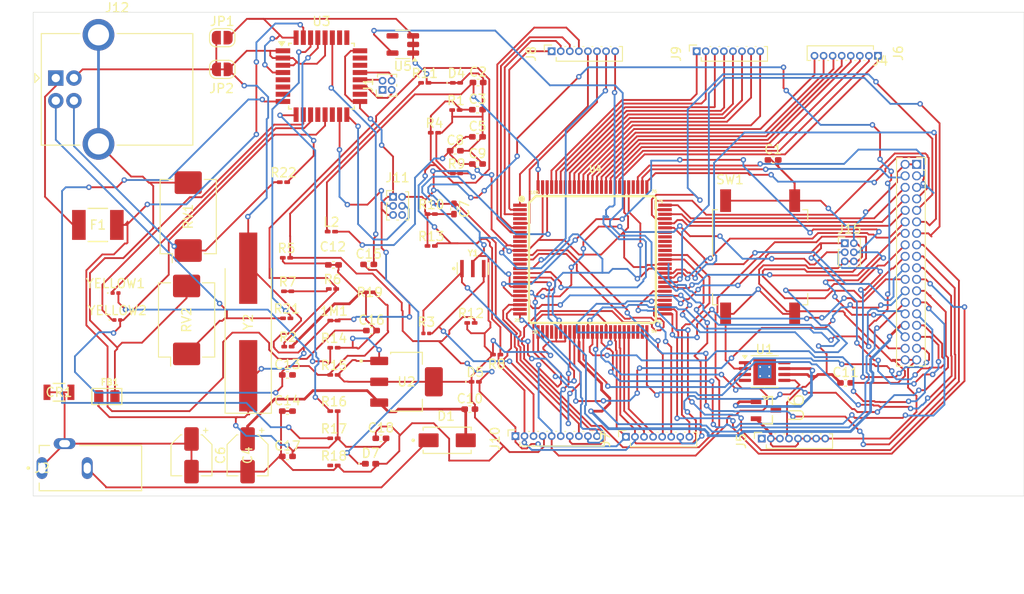
<source format=kicad_pcb>
(kicad_pcb (version 20240108) (generator "pcbnew") (generator_version "8.0")
  (layers (0 "F.Cu" signal) (31 "B.Cu" power) (34 "B.Paste" user) (35 "F.Paste" user) (36 "B.SilkS" user "B.Silkscreen") (37 "F.SilkS" user "F.Silkscreen") (38 "B.Mask" user) (39 "F.Mask" user) (44 "Edge.Cuts" user))
  (net 0 "")
  (net 1 "/ATmega16U2/1")
  (net 2 "+5V")
  (net 3 "/MCU-ATMEGA2560/AVCC")
  (net 4 "/MCU-ATMEGA2560/3")
  (net 5 "Net-(U2-VIN)")
  (net 6 "Net-(U4-VCC)")
  (net 7 "/MCU-ATMEGA2560/AREF")
  (net 8 "+3V3")
  (net 9 "/ATmega16U2/4")
  (net 10 "Net-(U3-UCAP)")
  (net 11 "/ATmega16U2/USBVCC")
  (net 12 "Net-(D1-PadC)")
  (net 13 "/MCU-ATMEGA2560/2")
  (net 14 "/ATmega16U2/MISO2")
  (net 15 "/ATmega16U2/XVCC")
  (net 16 "/ATmega16U2/USHIELD")
  (net 17 "/ATmega16U2/8PB4")
  (net 18 "/ATmega16U2/8PB6")
  (net 19 "/ATmega16U2/8PB5")
  (net 20 "/ATmega16U2/8PB7")
  (net 21 "/MCU-ATMEGA2560/PL7")
  (net 22 "/MCU-ATMEGA2560/PA3")
  (net 23 "/MCU-ATMEGA2560/PA4")
  (net 24 "/MCU-ATMEGA2560/PG0")
  (net 25 "/MCU-ATMEGA2560/PC4")
  (net 26 "/MCU-ATMEGA2560/PC3")
  (net 27 "/MCU-ATMEGA2560/PC5")
  (net 28 "/MCU-ATMEGA2560/PL3")
  (net 29 "/MCU-ATMEGA2560/PA5")
  (net 30 "/MCU-ATMEGA2560/PC2")
  (net 31 "/MCU-ATMEGA2560/PG1")
  (net 32 "/MCU-ATMEGA2560/PB3")
  (net 33 "/MCU-ATMEGA2560/PL0")
  (net 34 "/MCU-ATMEGA2560/PD7")
  (net 35 "/MCU-ATMEGA2560/PL5")
  (net 36 "/MCU-ATMEGA2560/PA0")
  (net 37 "/MCU-ATMEGA2560/PA6")
  (net 38 "/MCU-ATMEGA2560/PC1")
  (net 39 "/MCU-ATMEGA2560/PL6")
  (net 40 "/MCU-ATMEGA2560/PC6")
  (net 41 "/MCU-ATMEGA2560/PB1")
  (net 42 "/MCU-ATMEGA2560/PC0")
  (net 43 "/MCU-ATMEGA2560/PL2")
  (net 44 "/MCU-ATMEGA2560/PB0")
  (net 45 "/MCU-ATMEGA2560/PG2")
  (net 46 "/MCU-ATMEGA2560/PA2")
  (net 47 "/MCU-ATMEGA2560/PA7")
  (net 48 "/MCU-ATMEGA2560/PL1")
  (net 49 "/MCU-ATMEGA2560/PC7")
  (net 50 "/MCU-ATMEGA2560/PA1")
  (net 51 "/MCU-ATMEGA2560/PL4")
  (net 52 "/MCU-ATMEGA2560/PB2")
  (net 54 "/MCU-ATMEGA2560/ADC14")
  (net 55 "/MCU-ATMEGA2560/ADC15")
  (net 56 "/MCU-ATMEGA2560/ADC11")
  (net 57 "/MCU-ATMEGA2560/ADC12")
  (net 58 "/MCU-ATMEGA2560/ADC8")
  (net 59 "/MCU-ATMEGA2560/ADC10")
  (net 60 "/MCU-ATMEGA2560/ADC9")
  (net 61 "/MCU-ATMEGA2560/ADC13")
  (net 62 "/MCU-ATMEGA2560/TXD1")
  (net 63 "/MCU-ATMEGA2560/TXD2")
  (net 64 "/MCU-ATMEGA2560/RXD2")
  (net 65 "/MCU-ATMEGA2560/TXD3")
  (net 66 "/MCU-ATMEGA2560/RXD3")
  (net 67 "/MCU-ATMEGA2560/RXD1")
  (net 68 "/MCU-ATMEGA2560/PE4")
  (net 69 "/MCU-ATMEGA2560/PE1")
  (net 70 "/MCU-ATMEGA2560/PE3")
  (net 71 "/MCU-ATMEGA2560/PH3")
  (net 72 "/MCU-ATMEGA2560/PH4")
  (net 73 "/MCU-ATMEGA2560/PE5")
  (net 74 "/MCU-ATMEGA2560/PG5")
  (net 75 "/MCU-ATMEGA2560/PE0")
  (net 76 "/MCU-ATMEGA2560/ADC6")
  (net 77 "/MCU-ATMEGA2560/ADC7")
  (net 78 "/MCU-ATMEGA2560/ADC4")
  (net 79 "/MCU-ATMEGA2560/ADC5")
  (net 80 "/MCU-ATMEGA2560/ADC1")
  (net 81 "/MCU-ATMEGA2560/ADC2")
  (net 82 "/MCU-ATMEGA2560/ADC3")
  (net 83 "/MCU-ATMEGA2560/ADC0")
  (net 84 "/MCU-ATMEGA2560/PB7")
  (net 85 "/MCU-ATMEGA2560/PB4")
  (net 86 "/MCU-ATMEGA2560/PH6")
  (net 87 "/MCU-ATMEGA2560/PB6")
  (net 88 "/MCU-ATMEGA2560/PB5")
  (net 89 "/MCU-ATMEGA2560/PH5")
  (net 90 "/ATmega16U2/SCK2")
  (net 91 "/ATmega16U2/MOSI2")
  (net 92 "/ATmega16U2/D-")
  (net 93 "/ATmega16U2/D+")
  (net 94 "/MCU-ATMEGA2560/XTAL1")
  (net 95 "/MCU-ATMEGA2560/XTAL2")
  (net 96 "/ATmega16U2/3")
  (net 97 "/ATmega16U2/7")
  (net 98 "/ATmega16U2/8")
  (net 99 "/ATmega16U2/RD-")
  (net 100 "/ATmega16U2/RD+")
  (net 101 "/MCU-ATMEGA2560/GATE_CMD")
  (net 103 "/ATmega16U2/TXL")
  (net 110 "/ATmega16U2/RXL")
  (net 130 "/MCU-ATMEGA2560/USBVCC")
  (footprint "Resistor_SMD:R_0201_0603Metric_Pad0.64x0.40mm_HandSolder" (layer "F.Cu") (at 144.9775 111.74)
    (property "Reference" "R14")
    (property "Value" "1K")
  )
  (footprint "Varistor:Varistor_Panasonic_VF" (layer "F.Cu") (at 128.72 108.67 90)
    (property "Reference" "RV2")
    (property "Value" "Varistor")
  )
  (footprint "PMV48XP:SOT95P230X110-3N" (layer "F.Cu") (at 192.6422 118.6398)
    (property "Reference" "U6")
    (property "Value" "PMV48XP")
  )
  (footprint "LED_SMD:LED_0201_0603Metric" (layer "F.Cu") (at 121.075 108.68)
    (property "Reference" "YELLOW2")
    (property "Value" "LED")
  )
  (footprint "PJ_031DH:CUI_PJ-031DH" (layer "F.Cu") (at 112.76 125.03)
    (property "Reference" "J2")
    (property "Value" "PJ-031DH")
  )
  (footprint "Capacitor_SMD:C_0402_1005Metric_Pad0.74x0.62mm_HandSolder" (layer "F.Cu") (at 158.3625 89.99)
    (property "Reference" "C8")
    (property "Value" "100nF")
  )
  (footprint "Connector_PinSocket_1.00mm:PinSocket_1x08_P1.00mm_Vertical" (layer "F.Cu") (at 185 79 90)
    (property "Reference" "J9")
    (property "Value" "Conn_01x08")
  )
  (footprint "Resistor_SMD:R_0201_0603Metric_Pad0.64x0.40mm_HandSolder" (layer "F.Cu") (at 144.9775 114.74)
    (property "Reference" "R15")
    (property "Value" "1K")
  )
  (footprint "Resistor_SMD:R_0201_0603Metric_Pad0.64x0.40mm_HandSolder" (layer "F.Cu") (at 160.0925 109)
    (property "Reference" "R12")
    (property "Value" "10k")
  )
  (footprint "Package_QFP:TQFP-32_7x7mm_P0.8mm" (layer "F.Cu") (at 143.6 81.75)
    (property "Reference" "U3")
    (property "Value" "ATmega16U2-A")
  )
  (footprint "Jumper:SolderJumper-2_P1.3mm_Open_RoundedPad1.0x1.5mm" (layer "F.Cu") (at 132.66 81)
    (property "Reference" "JP2")
    (property "Value" "RESET-EN")
  )
  (footprint "Resistor_SMD:R_0201_0603Metric_Pad0.64x0.40mm_HandSolder" (layer "F.Cu") (at 144.9775 124.74)
    (property "Reference" "R18")
    (property "Value" "10K")
  )
  (footprint "M7:DIOM505270X240" (layer "F.Cu") (at 157.47 121.96)
    (property "Reference" "D1")
    (property "Value" "M7")
  )
  (footprint "Varistor:Varistor_Panasonic_VF" (layer "F.Cu") (at 128.9 97.26 90)
    (property "Reference" "RV1")
    (property "Value" "Varistor")
  )
  (footprint "Diode_SMD:D_0402_1005Metric_Pad0.77x0.64mm_HandSolder" (layer "F.Cu") (at 149.0175 124.55)
    (property "Reference" "D7")
    (property "Value" "D")
  )
  (footprint "Resistor_SMD:R_0201_0603Metric_Pad0.64x0.40mm_HandSolder" (layer "F.Cu") (at 139.8675 105.51)
    (property "Reference" "R7")
    (property "Value" "10K")
  )
  (footprint "Connector_USB:USB_B_OST_USB-B1HSxx_Horizontal" (layer "F.Cu") (at 114.29 81.96)
    (property "Reference" "J12")
    (property "Value" "USB_B")
  )
  (footprint "Resistor_SMD:R_0201_0603Metric_Pad0.64x0.40mm_HandSolder" (layer "F.Cu") (at 144.9775 118.74)
    (property "Reference" "R16")
    (property "Value" "1K")
  )
  (footprint "Resistor_SMD:R_0201_0603Metric_Pad0.64x0.40mm_HandSolder" (layer "F.Cu") (at 139.9025 111.62)
    (property "Reference" "R2")
    (property "Value" "10K")
  )
  (footprint "MCU-ATMEGA2560-16AU_TQFP100:TQFP100-0.5-14X14MM" (layer "F.Cu") (at 173.5 102)
    (property "Reference" "U4")
    (property "Value" "MCU-ATMEGA2560-16AU_TQFP100_")
  )
  (footprint "Resistor_SMD:R_0201_0603Metric_Pad0.64x0.40mm_HandSolder" (layer "F.Cu") (at 144.9775 121.74)
    (property "Reference" "R17")
    (property "Value" "1K")
  )
  (footprint "Resistor_SMD:R_0201_0603Metric_Pad0.64x0.40mm_HandSolder" (layer "F.Cu") (at 144.9775 108.74)
    (property "Reference" "1M1")
    (property "Value" "R")
  )
  (footprint "Capacitor_SMD:C_0402_1005Metric_Pad0.74x0.62mm_HandSolder" (layer "F.Cu") (at 149.1225 109.84)
    (property "Reference" "C16")
    (property "Value" "100nF")
  )
  (footprint "Package_TO_SOT_SMD:SOT-23-5" (layer "F.Cu") (at 152.5775 78.25 180)
    (property "Reference" "U5")
    (property "Value" "LP2985-3.3")
  )
  (footprint "LD1117S50CTR:SOT230P700X180-4N" (layer "F.Cu") (at 152.985 115.5)
    (property "Reference" "U2")
    (property "Value" "LD1117S50CTR")
  )
  (footprint "Capacitor_SMD:C_0402_1005Metric_Pad0.74x0.62mm_HandSolder" (layer "F.Cu") (at 193.4325 91)
    (property "Reference" "C1")
    (property "Value" "100nF")
  )
  (footprint "Capacitor_SMD:C_0402_1005Metric_Pad0.74x0.62mm_HandSolder" (layer "F.Cu") (at 160.8125 85.45)
    (property "Reference" "C3")
    (property "Value" "100nF")
  )
  (footprint "Package_SO:MSOP-8-1EP_3x3mm_P0.65mm_EP2.5x3mm_Mask1.73x2.36mm_ThermalVias" (layer "F.Cu") (at 192.5 114.37)
    (property "Reference" "U1")
    (property "Value" "LMV358")
  )
  (footprint "Resistor_SMD:R_0201_0603Metric_Pad0.64x0.40mm_HandSolder" (layer "F.Cu") (at 148.9225 105.62)
    (property "Reference" "R19")
    (property "Value" "1K")
  )
  (footprint "CSTCE16M9V53_R0:OSC_CSTCE16M9V53-R0" (layer "F.Cu") (at 160.3 103)
    (property "Reference" "Y1")
    (property "Value" "CSTCE16M9V53-R0")
  )
  (footprint "Connector_PinHeader_1.00mm:PinHeader_2x03_P1.00mm_Vertical" (layer "F.Cu") (at 201.34 100.2)
    (property "Reference" "J15")
    (property "Value" "Conn_02x03_Odd_Even")
  )
  (footprint "Resistor_SMD:R_0201_0603Metric_Pad0.64x0.40mm_HandSolder" (layer "F.Cu") (at 158.4975 92.49)
    (property "Reference" "R9")
    (property "Value" "10K")
  )
  (footprint "Resistor_SMD:R_0201_0603Metric_Pad0.64x0.40mm_HandSolder" (layer "F.Cu") (at 139.7425 101.81)
    (property "Reference" "R5")
    (property "Value" "22R")
  )
  (footprint "Connector_PinSocket_1.00mm:PinSocket_1x08_P1.00mm_Vertical" (layer "F.Cu") (at 192.18 121.77 90)
    (property "Reference" "J5")
    (property "Value" "Conn_01x08")
  )
  (footprint "Inductor_SMD:L_0201_0603Metric_Pad0.64x0.40mm_HandSolder" (layer "F.Cu") (at 144.6925 98.92)
    (property "Reference" "L2")
    (property "Value" "10uH")
  )
  (footprint "Button_Switch_SMD:SW_MEC_5GSH9" (layer "F.Cu") (at 192 101.75)
    (property "Reference" "SW1")
    (property "Value" "SW_MEC_5E")
  )
  (footprint "Resistor_SMD:R_0201_0603Metric_Pad0.64x0.40mm_HandSolder" (layer "F.Cu") (at 155.7075 100.5)
    (property "Reference" "R13")
    (property "Value" "10k")
  )
  (footprint "Resistor_SMD:R_0201_0603Metric_Pad0.64x0.40mm_HandSolder" (layer "F.Cu") (at 155.7075 96.98)
    (property "Reference" "R10")
    (property "Value" "1K")
  )
  (footprint "LED_SMD:LED_0201_0603Metric_Pad0.64x0.40mm_HandSolder" (layer "F.Cu") (at 160.5675 115.5)
    (property "Reference" "D5")
    (property "Value" "LED")
  )
  (footprint "Resistor_SMD:R_0201_0603Metric_Pad0.64x0.40mm_HandSolder" (layer "F.Cu") (at 139.4075 93.46)
    (property "Reference" "R22")
    (property "Value" "22R")
  )
  (footprint "Capacitor_SMD:C_0402_1005Metric_Pad0.74x0.62mm_HandSolder" (layer "F.Cu") (at 150.16 121.74)
    (property "Reference" "C18")
    (property "Value" "22p")
  )
  (footprint "Capacitor_SMD:C_0402_1005Metric_Pad0.74x0.62mm_HandSolder" (layer "F.Cu") (at 159.97 118.52)
    (property "Reference" "C10")
    (property "Value" "100nF")
  )
  (footprint "Resistor_SMD:R_0201_0603Metric_Pad0.64x0.40mm_HandSolder" (layer "F.Cu") (at 162.9325 112.5 180)
    (property "Reference" "R8")
    (property "Value" "10K")
  )
  (footprint "Capacitor_SMD:C_0402_1005Metric_Pad0.74x0.62mm_HandSolder" (layer "F.Cu") (at 144.9225 102.59)
    (property "Reference" "C12")
    (property "Value" "22pF")
  )
  (footprint "Resistor_SMD:R_0201_0603Metric_Pad0.64x0.40mm_HandSolder" (layer "F.Cu") (at 158.43 85.49)
    (property "Reference" "R1")
    (property "Value" "10K")
  )
  (footprint "Resistor_SMD:R_0201_0603Metric_Pad0.64x0.40mm_HandSolder" (layer "F.Cu") (at 139.7675 108.49)
    (property "Reference" "R21")
    (property "Value" "22R")
  )
  (footprint "LED_SMD:LED_0201_0603Metric_Pad0.64x0.40mm_HandSolder" (layer "F.Cu") (at 158.4975 82.49)
    (property "Reference" "D4")
    (property "Value" "LED")
  )
  (footprint "Connector_PinSocket_1.00mm:PinSocket_1x08_P1.00mm_Vertical" (layer "F.Cu") (at 205 79.5 -90)
    (property "Reference" "J6")
    (property "Value" "Conn_01x08")
  )
  (footprint "Capacitor_SMD:C_0402_1005Metric_Pad0.74x0.62mm_HandSolder" (layer "F.Cu") (at 148.8125 102.54)
    (property "Reference" "C15")
    (property "Value" "1uF")
  )
  (footprint "Connector_PinHeader_1.00mm:PinHeader_2x03_P1.00mm_Vertical" (layer "F.Cu") (at 151.5 95.08)
    (property "Reference" "J11")
    (property "Value" "Conn_02x03_Odd_Even")
  )
  (footprint "CD1206_S01575:DIODE_CD1206-S01575_BRN" (layer "F.Cu") (at 114.6392 116.66)
    (property "Reference" "CR1")
    (property "Value" "CD1206-S01575")
  )
  (footprint "Capacitor_SMD:CP_Elec_4x3" (layer "F.Cu") (at 135.45 123.62 -90)
    (property "Reference" "C4")
    (property "Value" "47uF")
  )
  (footprint "Capacitor_SMD:C_0402_1005Metric_Pad0.74x0.62mm_HandSolder" (layer "F.Cu") (at 139.8425 123.74)
    (property "Reference" "C17")
    (property "Value" "22p")
  )
  (footprint "Connector_PinHeader_1.00mm:PinHeader_2x02_P1.00mm_Vertical" (layer "F.Cu") (at 150.34 83.26 90)
    (property "Reference" "J1")
    (property "Value" "Conn_02x02_Odd_Even")
  )
  (footprint "Jumper:SolderJumper-2_P1.3mm_Open_RoundedPad1.0x1.5mm" (layer "F.Cu") (at 132.65 77.5)
    (property "Reference" "JP1")
    (property "Value" "GROUND")
  )
  (footprint "Connector_PinSocket_1.00mm:PinSocket_1x08_P1.00mm_Vertical" (layer "F.Cu") (at 169 79 90)
    (property "Reference" "J8")
    (property "Value" "Conn_01x08")
  )
  (footprint "Capacitor_SMD:CP_Elec_4x3" (layer "F.Cu") (at 129.26 123.62 -90)
    (property "Reference" "C6")
    (property "Value" "47uF")
  )
  (footprint "Capacitor_SMD:C_0402_1005Metric_Pad0.74x0.62mm_HandSolder" (layer "F.Cu") (at 160.8125 88.45)
    (property "Reference" "C5")
    (property "Value" "100nF")
  )
  (footprint "Connector_PinSocket_1.00mm:PinSocket_1x10_P1.00mm_Vertical" (layer "F.Cu") (at 165 121.5 90)
    (property "Reference" "J10")
    (property "Value" "Conn_01x10")
  )
  (footprint "Capacitor_SMD:C_0402_1005Metric_Pad0.74x0.62mm_HandSolder" (layer "F.Cu") (at 139.8425 118.74)
    (property "Reference" "C14")
    (property "Value" "100nF")
  )
  (footprint "Capacitor_SMD:C_0402_1005Metric_Pad0.74x0.62mm_HandSolder" (layer "F.Cu") (at 139.8425 114.74)
    (property "Reference" "C13")
    (property "Value" "100nF")
  )
  (footprint "Connector_PinSocket_1.00mm:PinSocket_1x08_P1.00mm_Vertical" (layer "F.Cu") (at 177.19 121.58 90)
    (property "Reference" "J7")
    (property "Value" "Conn_01x08")
  )
  (footprint "Resistor_SMD:R_0201_0603Metric" (layer "F.Cu") (at 155.17 110.16)
    (property "Reference" "R3")
    (property "Value" "1M")
  )
  (footprint "Crystal:Crystal_SMD_HC49-SD_HandSoldering" (layer "F.Cu") (at 135.52 108.8975 90)
    (property "Reference" "Y2")
    (property "Value" "Crystal")
  )
  (footprint "Resistor_SMD:R_0201_0603Metric_Pad0.64x0.40mm_HandSolder" (layer "F.Cu") (at 154.9975 82.49)
    (property "Reference" "R11")
    (property "Value" "1K")
  )
  (footprint "Capacitor_SMD:C_0402_1005Metric_Pad0.74x0.62mm_HandSolder" (layer "F.Cu") (at 158.22 96.4175 -90)
    (property "Reference" "C7")
    (property "Value" "100nF")
  )
  (footprint "Resistor_SMD:R_0201_0603Metric_Pad0.64x0.40mm_HandSolder" (layer "F.Cu") (at 156.0675 88)
    (property "Reference" "R4")
    (property "Value" "22R")
  )
  (footprint "Resistor_SMD:R_0201_0603Metric_Pad0.64x0.40mm_HandSolder" (layer "F.Cu") (at 144.8175 105.25)
    (property "Reference" "R6")
    (property "Value" "1K")
  )
  (footprint "MF_MSMF050_2:FUSE_F050-2" (layer "F.Cu") (at 118.93 98.18)
    (property "Reference" "F1")
    (property "Value" "MF-MSMF050-2")
  )
  (footprint "Capacitor_SMD:C_0402_1005Metric_Pad0.74x0.62mm_HandSolder" (layer "F.Cu") (at 160.88 82.45)
    (property "Reference" "C2")
    (property "Value" "100nF")
  )
  (footprint "SMD-FERRITE-BEAD-30R-3A_0805_:L0805" (layer "F.Cu") (at 119.921 117.13)
    (property "Reference" "FB1")
    (property "Value" "SMD-FERRITE-BEAD-30R-3A_0805_")
    (property "VALUE" "30R 3A" (hide yes))
  )
  (footprint "Connector_PinSocket_1.27mm:PinSocket_2x18_P1.27mm_Vertical" (layer "F.Cu") (at 209.27 91.49)
    (property "Reference" "J4")
    (property "Value" "Conn_02x18_Odd_Even")
  )
  (footprint "Capacitor_SMD:C_0402_1005Metric_Pad0.74x0.62mm_HandSolder" (layer "F.Cu") (at 160.8125 91.45)
    (property "Reference" "C9")
    (property "Value" "100nF")
  )
  (footprint "Capacitor_SMD:C_0402_1005Metric_Pad0.74x0.62mm_HandSolder" (layer "F.Cu") (at 201.4275 115.62)
    (property "Reference" "C11")
    (property "Value" "1uF")
  )
  (footprint "LED_SMD:LED_0201_0603Metric" (layer "F.Cu") (at 120.88 105.7)
    (property "Reference" "YELLOW1")
    (property "Value" "LED")
  )
  (gr_rect (start 111.79 74.69) (end 221.11 128.11) (stroke (width 0.05)) (fill none) (layer "Edge.Cuts"))
  (segment (start 141.659141 111.650859) (end 141.659141 112.36238) (width 0.2) (layer "F.Cu") (net 1))
  (segment (start 141.35 108.759313) (end 139.899313 110.21) (width 0.2) (layer "F.Cu") (net 1))
  (segment (start 140.41 123.26) (end 140.41 123.09) (width 0.2) (layer "F.Cu") (net 1))
  (segment (start 141.09 80.38) (end 143.1 80.38) (width 0.2) (layer "F.Cu") (net 1))
  (segment (start 140.29 107.390761) (end 140.29 107.44) (width 0.2) (layer "F.Cu") (net 1))
  (segment (start 144.425956 122.77) (end 145.385 121.810956) (width 0.2) (layer "F.Cu") (net 1))
  (segment (start 135.08 82.8) (end 134.81 82.53) (width 0.2) (layer "F.Cu") (net 1))
  (segment (start 140.29 107.44) (end 141.35 108.5) (width 0.2) (layer "F.Cu") (net 1))
  (segment (start 136.195 114.835) (end 136.97 114.06) (width 0.2) (layer "F.Cu") (net 1))
  (segment (start 134.15 120.34) (end 134.15 119.55) (width 0.2) (layer "F.Cu") (net 1))
  (segment (start 135.52 102.96) (end 135.52 97.3) (width 0.2) (layer "F.Cu") (net 1))
  (segment (start 140.77 80.06) (end 140.89 80.18) (width 0.2) (layer "F.Cu") (net 1))
  (segment (start 117.25 81) (end 132.01 81) (width 0.2) (layer "F.Cu") (net 1))
  (segment (start 138.22 79.75) (end 139.35 79.75) (width 0.2) (layer "F.Cu") (net 1))
  (segment (start 142.785 110.525) (end 141.659141 111.650859) (width 0.2) (layer "F.Cu") (net 1))
  (segment (start 149.65 103.15) (end 153.22 106.72) (width 0.2) (layer "F.Cu") (net 1))
  (segment (start 135.52 114.835) (end 135.52 118.99) (width 0.2) (layer "F.Cu") (net 1))
  (segment (start 118.96 118.16) (end 119.032 118.088) (width 0.2) (layer "F.Cu") (net 1))
  (segment (start 145.385 121.810956) (end 145.385 121.74) (width 0.2) (layer "F.Cu") (net 1))
  (segment (start 139.35 79.75) (end 140.46 79.75) (width 0.2) (layer "F.Cu") (net 1))
  (segment (start 135.52 118.99) (end 135.63 119.1) (width 0.2) (layer "F.Cu") (net 1))
  (segment (start 137.95 78.95) (end 139.35 78.95) (width 0.2) (layer "F.Cu") (net 1))
  (segment (start 144.57 108.74) (end 145.385 108.74) (width 0.2) (layer "F.Cu") (net 1))
  (segment (start 137.95 78.95) (end 137.95 79.48) (width 0.2) (layer "F.Cu") (net 1))
  (segment (start 147.17 108.6) (end 145.525 108.6) (width 0.2) (layer "F.Cu") (net 1))
  (segment (start 135.52 114.835) (end 136.195 114.835) (width 0.2) (layer "F.Cu") (net 1))
  (segment (start 140.41 123.74) (end 140.41 123.26) (width 0.2) (layer "F.Cu") (net 1))
  (segment (start 116.29 81.96) (end 117.25 81) (width 0.2) (layer "F.Cu") (net 1))
  (segment (start 140.41 123.09) (end 139.79 122.47) (width 0.2) (layer "F.Cu") (net 1))
  (segment (start 146.28 122.635) (end 146.28 122.68) (width 0.2) (layer "F.Cu") (net 1))
  (segment (start 153.31 106.81) (end 153.31 108.33) (width 0.2) (layer "F.Cu") (net 1))
  (segment (start 139.2 110.21) (end 138.34 111.07) (width 0.2) (layer "F.Cu") (net 1))
  (segment (start 150.02 122.74) (end 150.7275 122.0325) (width 0.2) (layer "F.Cu") (net 1))
  (segment (start 138.34 111.07) (end 138.34 111.68) (width 0.2) (layer "F.Cu") (net 1))
  (segment (start 120.21 119.41) (end 118.96 118.16) (width 0.2) (layer "F.Cu") (net 1))
  (segment (start 153.22 106.72) (end 153.31 106.81) (width 0.2) (layer "F.Cu") (net 1))
  (segment (start 135.52 102.96) (end 135.859239 102.96) (width 0.2) (layer "F.Cu") (net 1))
  (segment (start 135.63 119.1) (end 135.45 119.1) (width 0.2) (layer "F.Cu") (net 1))
  (segment (start 135.36 78.95) (end 137.95 78.95) (width 0.2) (layer "F.Cu") (net 1))
  (segment (start 135.52 97.3) (end 135.48 97.26) (width 0.2) (layer "F.Cu") (net 1))
  (segment (start 141.35 108.5) (end 141.35 108.759313) (width 0.2) (layer "F.Cu") (net 1))
  (segment (start 132 77.5) (end 132 80.99) (width 0.2) (layer "F.Cu") (net 1))
  (segment (start 137.95 79.48) (end 138.22 79.75) (width 0.2) (layer "F.Cu") (net 1))
  (segment (start 144 79.48) (end 144 77.5) (width 0.2) (layer "F.Cu") (net 1))
  (segment (start 140.41 123.26) (end 140.9 122.77) (width 0.2) (layer "F.Cu") (net 1))
  (segment (start 133.31 81) (end 135.36 78.95) (width 0.2) (layer "F.Cu") (net 1))
  (segment (start 148.245 102.54) (end 148.855 103.15) (width 0.2) (layer "F.Cu") (net 1))
  (segment (start 149.96 122.68) (end 150.02 122.74) (width 0.2) (layer "F.Cu") (net 1))
  (segment (start 138.42 111.82) (end 138.87 112.27) (width 0.2) (layer "F.Cu") (net 1))
  (segment (start 148.855 103.15) (end 149.65 103.15) (width 0.2) (layer "F.Cu") (net 1))
  (segment (start 145.385 121.74) (end 145.385 118.74) (width 0.2) (layer "F.Cu") (net 1))
  (segment (start 150.7275 122.0325) (end 150.7275 121.74) (width 0.2) (layer "F.Cu") (net 1))
  (segment (start 135.14 119.41) (end 134.29 119.41) (width 0.2) (layer "F.Cu") (net 1))
  (segment (start 134.81 82.5) (end 133.31 81) (width 0.2) (layer "F.Cu") (net 1))
  (segment (start 145.525 108.6) (end 145.385 108.74) (width 0.2) (layer "F.Cu") (net 1))
  (segment (start 132 80.99) (end 132.01 81) (width 0.2) (layer "F.Cu") (net 1))
  (segment (start 141.04 112.27) (end 142.785 110.525) (width 0.2) (layer "F.Cu") (net 1))
  (segment (start 140.52 80.55) (end 139.35 80.55) (width 0.2) (layer "F.Cu") (net 1))
  (segment (start 139.899313 110.21) (end 139.2 110.21) (width 0.2) (layer "F.Cu") (net 1))
  (segment (start 138.42 111.76) (end 138.42 111.82) (width 0.2) (layer "F.Cu") (net 1))
  (segment (start 142.785 110.525) (end 144.57 108.74) (width 0.2) (layer "F.Cu") (net 1))
  (segment (start 143.1 80.38) (end 144 79.48) (width 0.2) (layer "F.Cu") (net 1))
  (segment (start 140.9 122.77) (end 144.425956 122.77) (width 0.2) (layer "F.Cu") (net 1))
  (segment (start 140.89 80.18) (end 140.52 80.55) (width 0.2) (layer "F.Cu") (net 1))
  (segment (start 134.29 119.41) (end 120.21 119.41) (width 0.2) (layer "F.Cu") (net 1))
  (segment (start 135.45 119.1) (end 135.14 119.41) (width 0.2) (layer "F.Cu") (net 1))
  (segment (start 138.87 112.27) (end 141.04 112.27) (width 0.2) (layer "F.Cu") (net 1))
  (segment (start 134.81 82.53) (end 134.81 82.5) (width 0.2) (layer "F.Cu") (net 1))
  (segment (start 135.859239 102.96) (end 140.29 107.390761) (width 0.2) (layer "F.Cu") (net 1))
  (segment (start 140.46 79.75) (end 140.77 80.06) (width 0.2) (layer "F.Cu") (net 1))
  (segment (start 119.032 118.088) (end 119.032 117.13) (width 0.2) (layer "F.Cu") (net 1))
  (segment (start 138.34 111.68) (end 138.42 111.76) (width 0.2) (layer "F.Cu") (net 1))
  (segment (start 133.31 81) (end 132.01 81) (width 0.2) (layer "F.Cu") (net 1))
  (segment (start 140.77 80.06) (end 141.09 80.38) (width 0.2) (layer "F.Cu") (net 1))
  (segment (start 145.385 121.74) (end 146.28 122.635) (width 0.2) (layer "F.Cu") (net 1))
  (segment (start 134.15 119.55) (end 134.29 119.41) (width 0.2) (layer "F.Cu") (net 1))
  (segment (start 146.28 122.68) (end 149.96 122.68) (width 0.2) (layer "F.Cu") (net 1))
  (via (at 136.97 114.06) (size 0.6) (drill 0.3) (layers "F.Cu" "B.Cu") (net 1))
  (via (at 139.79 122.47) (size 0.6) (drill 0.3) (layers "F.Cu" "B.Cu") (net 1))
  (via (at 135.48 97.26) (size 0.6) (drill 0.3) (layers "F.Cu" "B.Cu") (net 1))
  (via (at 134.15 120.34) (size 0.6) (drill 0.3) (layers "F.Cu" "B.Cu") (net 1))
  (via (at 135.08 82.8) (size 0.6) (drill 0.3) (layers "F.Cu" "B.Cu") (net 1))
  (via (at 153.31 108.33) (size 0.6) (drill 0.3) (layers "F.Cu" "B.Cu") (net 1))
  (via (at 147.17 108.6) (size 0.6) (drill 0.3) (layers "F.Cu" "B.Cu") (net 1))
  (via (at 141.659141 112.36238) (size 0.6) (drill 0.3) (layers "F.Cu" "B.Cu") (net 1))
  (segment (start 135.285 121.475) (end 134.15 120.34) (width 0.2) (layer "B.Cu") (net 1))
  (segment (start 138.1 121.53) (end 138.045 121.475) (width 0.2) (layer "B.Cu") (net 1))
  (segment (start 153.31 108.33) (end 147.44 108.33) (width 0.2) (layer "B.Cu") (net 1))
  (segment (start 137.56 86.504314) (end 137.72 86.344314) (width 0.2) (layer "B.Cu") (net 1))
  (segment (start 139.04 122.47) (end 138.1 121.53) (width 0.2) (layer "B.Cu") (net 1))
  (segment (start 138.045 121.475) (end 135.285 121.475) (width 0.2) (layer "B.Cu") (net 1))
  (segment (start 139.79 122.47) (end 139.04 122.47) (width 0.2) (layer "B.Cu") (net 1))
  (segment (start 137.56 95.18) (end 137.56 86.504314) (width 0.2) (layer "B.Cu") (net 1))
  (segment (start 147.44 108.33) (end 147.17 108.6) (width 0.2) (layer "B.Cu") (net 1))
  (segment (start 137.72 86.344314) (end 137.72 84.05755) (width 0.2) (layer "B.Cu") (net 1))
  (segment (start 139.961521 114.06) (end 141.659141 112.36238) (width 0.2) (layer "B.Cu") (net 1))
  (segment (start 137.72 84.05755) (end 136.46245 82.8) (width 0.2) (layer "B.Cu") (net 1))
  (segment (start 136.46245 82.8) (end 135.08 82.8) (width 0.2) (layer "B.Cu") (net 1))
  (segment (start 136.97 114.06) (end 139.961521 114.06) (width 0.2) (layer "B.Cu") (net 1))
  (segment (start 135.48 97.26) (end 137.56 95.18) (width 0.2) (layer "B.Cu") (net 1))
  (segment (start 161.37 86.23) (end 161.38 86.24) (width 0.2) (layer "F.Cu") (net 2))
  (segment (start 149.5925 121.0275) (end 149.5925 121.74) (width 0.2) (layer "F.Cu") (net 2))
  (segment (start 167.54 99.84) (end 166.38 101) (width 0.2) (layer "F.Cu") (net 2))
  (segment (start 145.49 103.16) (end 145.49 102.59) (width 0.2) (layer "F.Cu") (net 2))
  (segment (start 189.146471 114.045) (end 190.325 114.045) (width 0.2) (layer "F.Cu") (net 2))
  (segment (start 195.81 95.5) (end 195.81 93.5775) (width 0.2) (layer "F.Cu") (net 2))
  (segment (start 170.390761 99.84) (end 167.54 99.84) (width 0.2) (layer "F.Cu") (net 2))
  (segment (start 145.385 111.74) (end 147.09 111.74) (width 0.2) (layer "F.Cu") (net 2))
  (segment (start 168.074315 111.707158) (end 168.074315 111.872842) (width 0.2) (layer "F.Cu") (net 2))
  (segment (start 151.835 75.42) (end 153.715 77.3) (width 0.2) (layer "F.Cu") (net 2))
  (segment (start 166.38 101) (end 165.5 101) (width 0.2) (layer "F.Cu") (net 2))
  (segment (start 193.18 121.77) (end 194.18 121.77) (width 0.2) (layer "F.Cu") (net 2))
  (segment (start 208.32 116.14228) (end 208.32 114.03) (width 0.2) (layer "F.Cu") (net 2))
  (segment (start 206.869239 113.2) (end 206.51 113.2) (width 0.2) (layer "F.Cu") (net 2))
  (segment (start 139.14 123.605) (end 139.14 118.875) (width 0.2) (layer "F.Cu") (net 2))
  (segment (start 112.76 124.83) (end 115.26 122.33) (width 0.2) (layer "F.Cu") (net 2))
  (segment (start 158.905 92.49) (end 159.973279 92.49) (width 0.2) (layer "F.Cu") (net 2))
  (segment (start 208 91.49) (end 209.27 91.49) (width 0.2) (layer "F.Cu") (net 2))
  (segment (start 191.55 119.5796) (end 193.18 121.2096) (width 0.3) (layer "F.Cu") (net 2))
  (segment (start 180.45 102.6) (end 179.555687 102.6) (width 0.2) (layer "F.Cu") (net 2))
  (segment (start 208 113.08) (end 209.27 113.08) (width 0.2) (layer "F.Cu") (net 2))
  (segment (start 160.5375 119.4475) (end 160.5375 118.52) (width 0.2) (layer "F.Cu") (net 2))
  (segment (start 161.38 86.24) (end 161.38 88.45) (width 0.2) (layer "F.Cu") (net 2))
  (segment (start 155.98 92.318339) (end 155.891661 92.23) (width 0.2) (layer "F.Cu") (net 2))
  (segment (start 160.16 114.865) (end 162.525 112.5) (width 0.2) (layer "F.Cu") (net 2))
  (segment (start 140.41 118.74) (end 139.275 118.74) (width 0.2) (layer "F.Cu") (net 2))
  (segment (start 207.11 92.38) (end 207.11 93.469239) (width 0.2) (layer "F.Cu") (net 2))
  (segment (start 147.58 111.82) (end 147.71 111.82) (width 0.2) (layer "F.Cu") (net 2))
  (segment (start 139.335 102.199314) (end 139.565686 102.43) (width 0.2) (layer "F.Cu") (net 2))
  (segment (start 156.275 88.2) (end 156.475 88) (width 0.2) (layer "F.Cu") (net 2))
  (segment (start 146.115 115.47) (end 146.51 115.47) (width 0.2) (layer "F.Cu") (net 2))
  (segment (start 139.02 77.22) (end 137.22 75.42) (width 0.2) (layer "F.Cu") (net 2))
  (segment (start 115.26 116.93) (end 114.99 116.66) (width 0.2) (layer "F.Cu") (net 2))
  (segment (start 160.5375 118.0175) (end 160.16 117.64) (width 0.2) (layer "F.Cu") (net 2))
  (segment (start 157.690761 92.49) (end 156.275 91.074239) (width 0.2) (layer "F.Cu") (net 2))
  (segment (start 145.385 114.74) (end 147.025 113.1) (width 0.2) (layer "F.Cu") (net 2))
  (segment (start 129.26 125.42) (end 135.45 125.42) (width 0.2) (layer "F.Cu") (net 2))
  (segment (start 160.16 115.5) (end 156 115.5) (width 0.2) (layer "F.Cu") (net 2))
  (segment (start 151.33 120.44) (end 150.18 120.44) (width 0.2) (layer "F.Cu") (net 2))
  (segment (start 158.0225 86.45) (end 158.0225 86.8575) (width 0.2) (layer "F.Cu") (net 2))
  (segment (start 149.69 109.84) (end 148.515 108.665) (width 0.2) (layer "F.Cu") (net 2))
  (segment (start 161.38 91.42) (end 160 90.04) (width 0.2) (layer "F.Cu") (net 2))
  (segment (start 188.19 108) (end 189.07 108) (width 0.2) (layer "F.Cu") (net 2))
  (segment (start 160.16 115.5) (end 160.16 114.865) (width 0.2) (layer "F.Cu") (net 2))
  (segment (start 168.074315 111.872842) (end 168.784268 112.582795) (width 0.2) (layer "F.Cu") (net 2))
  (segment (start 203.829239 96.75) (end 203.64 96.75) (width 0.2) (layer "F.Cu") (net 2))
  (segment (start 147.47 113.2) (end 149.97 113.2) (width 0.2) (layer "F.Cu") (net 2))
  (segment (start 159.84 89.99) (end 158.93 89.99) (width 0.2) (layer "F.Cu") (net 2))
  (segment (start 177 98.91) (end 174.458272 101.451728) (width 0.2) (layer "F.Cu") (net 2))
  (segment (start 158.0225 86.23) (end 158.0225 86.45) (width 0.2) (layer "F.Cu") (net 2))
  (segment (start 144.955956 125.24) (end 145.385 124.810956) (width 0.2) (layer "F.Cu") (net 2))
  (segment (start 155.98 120.08) (end 157.69 121.79) (width 0.2) (layer "F.Cu") (net 2))
  (segment (start 161.52962 101.07038) (end 161.52962 100.38038) (width 0.2) (layer "F.Cu") (net 2))
  (segment (start 193.18 121.2096) (end 193.18 121.77) (width 0.3) (layer "F.Cu") (net 2))
  (segment (start 138.22 81.35) (end 137.36 80.49) (width 0.2) (layer "F.Cu") (net 2))
  (segment (start 204.38 111.07) (end 206.51 113.2) (width 0.2) (layer "F.Cu") (net 2))
  (segment (start 161.38 91.45) (end 161.38 91.42) (width 0.2) (layer "F.Cu") (net 2))
  (segment (start 158.09 82.49) (end 158.905 82.49) (width 0.2) (layer "F.Cu") (net 2))
  (segment (start 146.075 125.43) (end 145.385 124.74) (width 0.2) (layer "F.Cu") (net 2))
  (segment (start 170.475 111.05) (end 168.731473 111.05) (width 0.2) (layer "F.Cu") (net 2))
  (segment (start 149.03 125.43) (end 146.075 125.43) (width 0.2) (layer "F.Cu") (net 2))
  (segment (start 203.25 100.8) (end 203.25 101.7) (width 0.2) (layer "F.Cu") (net 2))
  (segment (start 160.99 101.61) (end 161.52962 101.07038) (width 0.2) (layer "F.Cu") (net 2))
  (segment (start 155.035 96.715) (end 155.3 96.98) (width 0.2) (layer "F.Cu") (net 2))
  (segment (start 193.18 121.77) (end 193.18 122.41) (width 0.2) (layer "F.Cu") (net 2))
  (segment (start 148.515 105.62) (end 147.65 105.62) (width 0.2) (layer "F.Cu") (net 2))
  (segment (start 158.215 96.98) (end 158.22 96.985) (width 0.2) (layer "F.Cu") (net 2))
  (segment (start 157.69 124.2) (end 162.11 124.2) (width 0.2) (layer "F.Cu") (net 2))
  (segment (start 181.5 102.5) (end 181.475 102.525) (width 0.2) (layer "F.Cu") (net 2))
  (segment (start 161.4475 82.000424) (end 161.4475 82.45) (width 0.2) (layer "F.Cu") (net 2))
  (segment (start 152.5 95.08) (end 154.69 95.08) (width 0.2) (layer "F.Cu") (net 2))
  (segment (start 207.98 114.310761) (end 206.869239 113.2) (width 0.2) (layer "F.Cu") (net 2))
  (segment (start 152.19 121.48) (end 153.59 120.08) (width 0.2) (layer "F.Cu") (net 2))
  (segment (start 160.3 103) (end 160.3 102.25) (width 0.2) (layer "F.Cu") (net 2))
  (segment (start 145.43 103.4) (end 145.43 103.22) (width 0.2) (layer "F.Cu") (net 2))
  (segment (start 140.275 105.51) (end 144.15 105.51) (width 0.2) (layer "F.Cu") (net 2))
  (segment (start 202.34 100.2) (end 202.65 100.2) (width 0.2) (layer "F.Cu") (net 2))
  (segment (start 170.475 111.05) (end 169.525 111.05) (width 0.2) (layer "F.Cu") (net 2))
  (segment (start 197.18 121.77) (end 198.18 121.77) (width 0.2) (layer "F.Cu") (net 2))
  (segment (start 140.45 125.24) (end 144.955956 125.24) (width 0.2) (layer "F.Cu") (net 2))
  (segment (start 139.3 77.5) (end 139.02 77.22) (width 0.2) (layer "F.Cu") (net 2))
  (segment (start 129.26 121.82) (end 129.26 125.42) (width 0.2) (layer "F.Cu") (net 2))
  (segment (start 199.18 121.77) (end 206.294314 121.77) (width 0.2) (layer "F.Cu") (net 2))
  (segment (start 193.2325 91) (end 192.865 91) (width 0.2) (layer "F.Cu") (net 2))
  (segment (start 177.43 97.230761) (end 177 96.800761) (width 0.2) (layer "F.Cu") (net 2))
  (segment (start 139.275 123.74) (end 139.275 124.065) (width 0.2) (layer "F.Cu") (net 2))
  (segment (start 179.325687 102.83) (end 178.044314 102.83) (width 0.2) (layer "F.Cu") (net 2))
  (segment (start 168 94) (end 168 99.38) (width 0.2) (layer "F.Cu") (net 2))
  (segment (start 161.4475 82.5275) (end 161.38 82.595) (width 0.2) (layer "F.Cu") (net 2))
  (segment (start 158.0225 86.8575) (end 156.88 88) (width 0.2) (layer "F.Cu") (net 2))
  (segment (start 135.45 125.42) (end 137.28 125.42) (width 0.2) (layer "F.Cu") (net 2))
  (segment (start 147.025 113.1) (end 147.37 113.1) (width 0.2) (layer "F.Cu") (net 2))
  (segment (start 146.68 106.89) (end 147.95 105.62) (width 0.3) (layer "F.Cu") (net 2))
  (segment (start 206.63 113.08) (end 208 113.08) (width 0.2) (layer "F.Cu") (net 2))
  (segment (start 144.355 102.59) (end 145.49 102.59) (width 0.2) (layer "F.Cu") (net 2))
  (segment (start 162.240003 109.509997) (end 161.61 110.14) (width 0.2) (layer "F.Cu") (net 2))
  (segment (start 177.43 98.48) (end 177.43 97.230761) (width 0.2) (layer "F.Cu") (net 2))
  (segment (start 161.38 88.45) (end 159.84 89.99) (width 0.2) (layer "F.Cu") (net 2))
  (segment (start 158.905 82.49) (end 159.952157 81.442843) (width 0.2) (layer "F.Cu") (net 2))
  (segment (start 162.029659 101.759659) (end 162.029659 108.726717) (width 0.2) (layer "F.Cu") (net 2))
  (segment (start 149.59 124.87) (end 149.03 125.43) (width 0.2) (layer "F.Cu") (net 2))
  (segment (start 156.115 96.98) (end 158.215 96.98) (width 0.2) (layer "F.Cu") (net 2))
  (segment (start 161.38 85.45) (end 161.38 86.24) (width 0.2) (layer "F.Cu") (net 2))
  (segment (start 197.025785 102.64) (end 197.106091 102.720305) (width 0.2) (layer "F.Cu") (net 2))
  (segment (start 196.09 107.72) (end 201.14 107.72) (width 0.2) (layer "F.Cu") (net 2))
  (segment (start 144.15 105.51) (end 144.41 105.25) (width 0.2) (layer "F.Cu") (net 2))
  (segment (start 189.07 108) (end 191.79 105.28) (width 0.2) (layer "F.Cu") (net 2))
  (segment (start 198.68 95.5) (end 199.53 96.35) (width 0.2) (layer "F.Cu") (net 2))
  (segment (start 149.59 124.55) (end 150.79 124.55) (width 0.2) (layer "F.Cu") (net 2))
  (segment (start 178.044314 102.83) (end 177 101.785686) (width 0.2) (layer "F.Cu") (net 2))
  (segment (start 207.98 114.849239) (end 207.98 114.310761) (width 0.2) (layer "F.Cu") (net 2))
  (segment (start 156.88 88) (end 156.475 88) (width 0.2) (layer "F.Cu") (net 2))
  (segment (start 195.81 93.56) (end 195.81 95.5) (width 0.2) (layer "F.Cu") (net 2))
  (segment (start 155.21 82.295) (end 155.405 82.49) (width 0.2) (layer "F.Cu") (net 2))
  (segment (start 195.81 95.5) (end 198.68 95.5) (width 0.2) (layer "F.Cu") (net 2))
  (segment (start 154.69 95.08) (end 155.035 95.425) (width 0.2) (layer "F.Cu") (net 2))
  (segment (start 188.19 108) (end 188.19 113.088529) (width 0.2) (layer "F.Cu") (net 2))
  (segment (start 149.59 124.55) (end 149.59 124.87) (width 0.2) (layer "F.Cu") (net 2))
  (segment (start 149.97 113.2) (end 149.97 111.97) (width 0.2) (layer "F.Cu") (net 2))
  (segment (start 158.0225 86.23) (end 161.37 86.23) (width 0.2) (layer "F.Cu") (net 2))
  (segment (start 168.15 121.65) (end 168.15 122.639239) (width 0.2) (layer "F.Cu") (net 2))
  (segment (start 167.99 94.4) (end 167.99 94.01) (width 0.2) (layer "F.Cu") (net 2))
  (segment (start 155.405 82.49) (end 158.09 82.49) (width 0.2) (layer "F.Cu") (net 2))
  (segment (start 160.99 101.61) (end 161.88 101.61) (width 0.2) (layer "F.Cu") (net 2))
  (segment (start 201.14 107.72) (end 194.935075 107.72) (width 0.2) (layer "F.Cu") (net 2))
  (segment (start 191.89 103.115686) (end 192.365686 102.64) (width 0.2) (layer "F.Cu") (net 2))
  (segment (start 195.81 108) (end 196.09 107.72) (width 0.2) (layer "F.Cu") (net 2))
  (segment (start 162.525 112.5) (end 162.525 110.995) (width 0.2) (layer "F.Cu") (net 2))
  (segment (start 201.34 108.085686) (end 204.214314 110.96) (width 0.2) (layer "F.Cu") (net 2))
  (segment (start 177 98.91) (end 177.43 98.48) (width 0.2) (layer "F.Cu") (net 2))
  (segment (start 169.525 111.05) (end 169.5 111.025) (width 0.2) (layer "F.Cu") (net 2))
  (segment (start 139.14 118.875) (end 139.275 118.74) (width 0.2) (layer "F.Cu") (net 2))
  (segment (start 190.325 114.045) (end 190.325 113.395) (width 0.2) (layer "F.Cu") (net 2))
  (segment (start 155.3 96.98) (end 156.115 96.98) (width 0.2) (layer "F.Cu") (net 2))
  (segment (start 155.98 94.341466) (end 155.98 92.318339) (width 0.2) (layer "F.Cu") (net 2))
  (segment (start 165.5 101) (end 164.48 101) (width 0.2) (layer "F.Cu") (net 2))
  (segment (start 194 91.75) (end 195.81 93.56) (width 0.2) (layer "F.Cu") (net 2))
  (segment (start 138.18 77.6) (end 138.64 77.6) (width 0.2) (layer "F.Cu") (net 2))
  (segment (start 209.25 117.07228) (end 208.32 116.14228) (width 0.2) (layer "F.Cu") (net 2))
  (segment (start 150.79 124.55) (end 152.19 123.15) (width 0.2) (layer "F.Cu") (net 2))
  (segment (start 208 91.49) (end 207.11 92.38) (width 0.2) (layer "F.Cu") (net 2))
  (segment (start 147.09 111.74) (end 147.5 111.74) (width 0.2) (layer "F.Cu") (net 2))
  (segment (start 195.91104 122.64) (end 196.18 122.37104) (width 0.2) (layer "F.Cu") (net 2))
  (segment (start 180.525 102.525) (end 180.45 102.6) (width 0.2) (layer "F.Cu") (net 2))
  (segment (start 140.8 77.5) (end 139.3 77.5) (width 0.2) (layer "F.Cu") (net 2))
  (segment (start 168 121.5) (end 168.15 121.65) (width 0.2) (layer "F.Cu") (net 2))
  (segment (start 162.029659 108.726717) (end 162.240003 108.937061) (width 0.2) (layer "F.Cu") (net 2))
  (segment (start 160.5375 118.52) (end 160.5375 118.0175) (width 0.2) (layer "F.Cu") (net 2))
  (segment (start 206.294314 121.77) (end 209.25 118.814314) (width 0.2) (layer "F.Cu") (net 2))
  (segment (start 153.715 77.3) (end 153.715 78.25) (width 0.2) (layer "F.Cu") (net 2))
  (segment (start 193.18 122.41) (end 193.41 122.64) (width 0.2) (layer "F.Cu") (net 2))
  (segment (start 193.41 122.64) (end 195.91104 122.64) (width 0.2) (layer "F.Cu") (net 2))
  (segment (start 160.16 117.64) (end 160.16 115.5) (width 0.2) (layer "F.Cu") (net 2))
  (segment (start 204.214314 110.96) (end 204.254314 110.96) (width 0.2) (layer "F.Cu") (net 2))
  (segment (start 179.555687 102.6) (end 179.325687 102.83) (width 0.2) (layer "F.Cu") (net 2))
  (segment (start 168.15 122.639239) (end 167.529239 123.26) (width 0.2) (layer "F.Cu") (net 2))
  (segment (start 155.035 95.425) (end 155.98 94.48) (width 0.2) (layer "F.Cu") (net 2))
  (segment (start 156 115.5) (end 149.97 115.5) (width 0.2) (layer "F.Cu") (net 2))
  (segment (start 207.11 93.469239) (end 203.829239 96.75) (width 0.2) (layer "F.Cu") (net 2))
  (segment (start 145.43 103.22) (end 145.49 103.16) (width 0.2) (layer "F.Cu") (net 2))
  (segment (start 202.75 102.2) (end 202.34 102.2) (width 0.2) (layer "F.Cu") (net 2))
  (segment (start 167.529239 123.26) (end 164.35 123.26) (width 0.2) (layer "F.Cu") (net 2))
  (segment (start 195.81 93.5775) (end 193.2325 91) (width 0.2) (layer "F.Cu") (net 2))
  (segment (start 161.38 82.595) (end 161.38 85.45) (width 0.2) (layer "F.Cu") (net 2))
  (segment (start 147.37 113.1) (end 147.47 113.2) (width 0.2) (layer "F.Cu") (net 2))
  (segment (start 195.81 108) (end 194.51 108) (width 0.2) (layer "F.Cu") (net 2))
  (segment (start 147.05 111.7) (end 147.09 111.74) (width 0.2) (layer "F.Cu") (net 2))
  (segment (start 158.0225 85.49) (end 158.0225 86.23) (width 0.2) (layer "F.Cu") (net 2))
  (segment (start 149.97 111.97) (end 149.96 111.96) (width 0.2) (layer "F.Cu") (net 2))
  (segment (start 148.515 108.665) (end 148.515 105.62) (width 0.2) (layer "F.Cu") (net 2))
  (segment (start 150.18 120.44) (end 149.5925 121.0275) (width 0.2) (layer "F.Cu") (net 2))
  (segment (start 160.94 101.61) (end 160.99 101.61) (width 0.2) (layer "F.Cu") (net 2))
  (segment (start 194.51 108) (end 191.79 105.28) (width 0.2) (layer "F.Cu") (net 2))
  (segment (start 168 99.38) (end 167.54 99.84) (width 0.2) (layer "F.Cu") (net 2))
  (segment (start 164.390182 101.01) (end 164.319326 101.080856) (width 0.2) (layer "F.Cu") (net 2))
  (segment (start 198.18 121.77) (end 199.18 121.77) (width 0.2) (layer "F.Cu") (net 2))
  (segment (start 162.11 124.2) (end 163.7 122.61) (width 0.2) (layer "F.Cu") (net 2))
  (segment (start 155.3 96.98) (end 155.3 100.5) (width 0.2) (layer "F.Cu") (net 2))
  (segment (start 200.58538 102.95462) (end 201.34 102.2) (width 0.2) (layer "F.Cu") (net 2))
  (segment (start 201.34 107.92) (end 201.14 107.72) (width 0.2) (layer "F.Cu") (net 2))
  (segment (start 177 101.785686) (end 177 98.91) (width 0.2) (layer "F.Cu") (net 2))
  (segment (start 159.685 109.715) (end 159.685 109) (width 0.2) (layer "F.Cu") (net 2))
  (segment (start 139.275 124.065) (end 140.45 125.24) (width 0.2) (layer "F.Cu") (net 2))
  (segment (start 144.195 102.43) (end 144.355 102.59) (width 0.2) (layer "F.Cu") (net 2))
  (segment (start 153.715 79.2) (end 153.715 80.075) (width 0.2) (layer "F.Cu") (net 2))
  (segment (start 172.002489 101.451728) (end 170.390761 99.84) (width 0.2) (layer "F.Cu") (net 2))
  (segment (start 147.71 111.82) (end 149.69 109.84) (width 0.2) (layer "F.Cu") (net 2))
  (segment (start 147.05 110.71) (end 147.05 111.7) (width 0.2) (layer "F.Cu") (net 2))
  (segment (start 162.525 110.995) (end 162.56 110.96) (width 0.2) (layer "F.Cu") (net 2))
  (segment (start 161.61 111.585) (end 161.61 110.14) (width 0.2) (layer "F.Cu") (net 2))
  (segment (start 133.3 77.5) (end 135.38 75.42) (width 0.2) (layer "F.Cu") (net 2))
  (segment (start 145.385 114.74) (end 146.115 115.47) (width 0.2) (layer "F.Cu") (net 2))
  (segment (start 137.28 125.42) (end 138.96 123.74) (width 0.2) (layer "F.Cu") (net 2))
  (segment (start 152.19 121.48) (end 152.28 121.39) (width 0.2) (layer "F.Cu") (net 2))
  (segment (start 153.715 80.075) (end 153.95 80.31) (width 0.2) (layer "F.Cu") (net 2))
  (segment (start 161.61 110.14) (end 160.11 110.14) (width 0.2) (layer "F.Cu") (net 2))
  (segment (start 152.28 121.39) (end 151.33 120.44) (width 0.2) (layer "F.Cu") (net 2))
  (segment (start 140.31 111.62) (end 145.04 106.89) (width 0.3) (layer "F.Cu") (net 2))
  (segment (start 145.04 106.89) (end 146.68 106.89) (width 0.3) (layer "F.Cu") (net 2))
  (segment (start 157.69 121.79) (end 157.69 124.2) (width 0.2) (layer "F.Cu") (net 2))
  (segment (start 115.26 122.33) (end 115.26 116.93) (width 0.2) (layer "F.Cu") (net 2))
  (segment (start 192.365686 102.64) (end 197.025785 102.64) (width 0.2) (layer "F.Cu") (net 2))
  (segment (start 164.319326 101.080856) (end 164.313657 101.080856) (width 0.2) (layer "F.Cu") (net 2))
  (segment (start 155.21 81.5) (end 155.21 82.295) (width 0.2) (layer "F.Cu") (net 2))
  (segment (start 163.7 122.61) (end 160.5375 119.4475) (width 0.2) (layer "F.Cu") (net 2))
  (segment (start 209.25 118.814314) (end 209.25 117.07228) (width 0.2) (layer "F.Cu") (net 2))
  (segment (start 115.26 122.33) (end 128.75 122.33) (width 0.2) (layer "F.Cu") (net 2))
  (segment (start 146.51 115.47) (end 146.54 115.5) (width 0.2) (layer "F.Cu") (net 2))
  (segment (start 160.889919 81.442843) (end 161.4475 82.000424) (width 0.2) (layer "F.Cu") (net 2))
  (segment (start 170.5 111.025) (end 170.475 111.05) (width 0.2) (layer "F.Cu") (net 2))
  (segment (start 161.88 101.61) (end 162.029659 101.759659) (width 0.2) (layer "F.Cu") (net 2))
  (segment (start 162.525 112.5) (end 161.61 111.585) (width 0.2) (layer "F.Cu") (net 2))
  (segment (start 167.99 94.01) (end 168 94) (width 0.2) (layer "F.Cu") (net 2))
  (segment (start 208.32 114.03) (end 209.27 113.08) (width 0.2) (layer "F.Cu") (net 2))
  (segment (start 197.340405 102.95462) (end 200.58538 102.95462) (width 0.2) (layer "F.Cu") (net 2))
  (segment (start 112.76 125.03) (end 112.76 124.83) (width 0.2) (layer "F.Cu") (net 2))
  (segment (start 195.81 95.5) (end 188.19 95.5) (width 0.2) (layer "F.Cu") (net 2))
  (segment (start 197.106091 102.720305) (end 197.340405 102.95462) (width 0.2) (layer "F.Cu") (net 2))
  (segment (start 204.254314 110.96) (end 204.364314 111.07) (width 0.2) (layer "F.Cu") (net 2))
  (segment (start 159.952157 81.442843) (end 160.889919 81.442843) (width 0.2) (layer "F.Cu") (net 2))
  (segment (start 138.96 123.74) (end 139.275 123.74) (width 0.2) (layer "F.Cu") (net 2))
  (segment (start 164.47 101.01) (end 164.48 101) (width 0.2) (layer "F.Cu") (net 2))
  (segment (start 147.65 105.62) (end 145.43 103.4) (width 0.2) (layer "F.Cu") (net 2))
  (segment (start 146.54 115.5) (end 149.97 115.5) (width 0.2) (layer "F.Cu") (net 2))
  (segment (start 160.3 102.25) (end 160.94 101.61) (width 0.2) (layer "F.Cu") (net 2))
  (segment (start 164.35 123.26) (end 163.7 122.61) (width 0.2) (layer "F.Cu") (net 2))
  (segment (start 161.4475 82.45) (end 161.4475 82.5275) (width 0.2) (layer "F.Cu") (net 2))
  (segment (start 137.22 75.42) (end 135.59 75.42) (width 0.2) (layer "F.Cu") (net 2))
  (segment (start 168.731473 111.05) (end 168.074315 111.707158) (width 0.2) (layer "F.Cu") (net 2))
  (segment (start 168.784268 112.582795) (end 168.874912 112.582795) (width 0.2) (layer "F.Cu") (net 2))
  (segment (start 169.5 111.025) (end 169.5 110) (width 0.2) (layer "F.Cu") (net 2))
  (segment (start 158.905 92.49) (end 158.09 92.49) (width 0.2) (layer "F.Cu") (net 2))
  (segment (start 196.18 121.77) (end 197.18 121.77) (width 0.2) (layer "F.Cu") (net 2))
  (segment (start 139.46 105.51) (end 140.275 105.51) (width 0.2) (layer "F.Cu") (net 2))
  (segment (start 145.385 124.810956) (end 145.385 124.74) (width 0.2) (layer "F.Cu") (net 2))
  (segment (start 204.364314 111.07) (end 204.38 111.07) (width 0.2) (layer "F.Cu") (net 2))
  (segment (start 139.35 81.35) (end 138.22 81.35) (width 0.2) (layer "F.Cu") (net 2))
  (segment (start 135.38 75.42) (end 135.59 75.42) (width 0.2) (layer "F.Cu") (net 2))
  (segment (start 202.65 100.2) (end 203.25 100.8) (width 0.2) (layer "F.Cu") (net 2))
  (segment (start 155.98 94.48) (end 155.98 94.341466) (width 0.2) (layer "F.Cu") (net 2))
  (segment (start 160.11 110.14) (end 159.685 109.715) (width 0.2) (layer "F.Cu") (net 2))
  (segment (start 113.3184 116.66) (end 114.99 116.66) (width 0.2) (layer "F.Cu") (net 2))
  (segment (start 181.475 102.525) (end 180.525 102.525) (width 0.2) (layer "F.Cu") (net 2))
  (segment (start 139.275 123.74) (end 139.14 123.605) (width 0.2) (layer "F.Cu") (net 2))
  (segment (start 156.275 91.074239) (end 156.275 88.2) (width 0.2) (layer "F.Cu") (net 2))
  (segment (start 201.34 102.2) (end 202.34 102.2) (width 0.2) (layer "F.Cu") (net 2))
  (segment (start 196.18 122.37104) (end 196.18 121.77) (width 0.2) (layer "F.Cu") (net 2))
  (segment (start 135.59 75.42) (end 151.835 75.42) (width 0.2) (layer "F.Cu") (net 2))
  (segment (start 152.19 123.15) (end 152.19 121.48) (width 0.2) (layer "F.Cu") (net 2))
  (segment (start 203.25 101.7) (end 202.75 102.2) (width 0.2) (layer "F.Cu") (net 2))
  (segment (start 201.34 107.92) (end 201.34 108.085686) (width 0.2) (layer "F.Cu") (net 2))
  (segment (start 191.89 104.674925) (end 191.89 103.115686) (width 0.2) (layer "F.Cu") (net 2))
  (segment (start 194.935075 107.72) (end 191.89 104.674925) (width 0.2) (layer "F.Cu") (net 2))
  (segment (start 139.335 101.81) (end 139.335 102.199314) (width 0.2) (layer "F.Cu") (net 2))
  (segment (start 114.99 116.66) (end 115.96 116.66) (width 0.2) (layer "F.Cu") (net 2))
  (segment (start 194 91) (end 194 91.75) (width 0.2) (layer "F.Cu") (net 2))
  (segment (start 177 96.800761) (end 177 94) (width 0.2) (layer "F.Cu") (net 2))
  (segment (start 174.458272 101.451728) (end 172.002489 101.451728) (width 0.2) (layer "F.Cu") (net 2))
  (segment (start 206.51 113.2) (end 206.63 113.08) (width 0.2) (layer "F.Cu") (net 2))
  (segment (start 159.973279 92.49) (end 160.352066 92.868787) (width 0.2) (layer "F.Cu") (net 2))
  (segment (start 207.209239 115.62) (end 207.98 114.849239) (width 0.2) (layer "F.Cu") (net 2))
  (segment (start 138.64 77.6) (end 139.02 77.22) (width 0.2) (layer "F.Cu") (net 2))
  (segment (start 201.995 115.62) (end 207.209239 115.62) (width 0.2) (layer "F.Cu") (net 2))
  (segment (start 158.09 92.49) (end 157.690761 92.49) (width 0.2) (layer "F.Cu") (net 2))
  (segment (start 153.59 120.08) (end 155.98 120.08) (width 0.2) (layer "F.Cu") (net 2))
  (segment (start 153.715 78.25) (end 153.715 79.2) (width 0.2) (layer "F.Cu") (net 2))
  (segment (start 139.565686 102.43) (end 144.195 102.43) (width 0.2) (layer "F.Cu") (net 2))
  (segment (start 170.5 110) (end 170.5 111.025) (width 0.2) (layer "F.Cu") (net 2))
  (segment (start 147.95 105.62) (end 148.515 105.62) (width 0.3) (layer "F.Cu") (net 2))
  (segment (start 147.5 111.74) (end 147.58 111.82) (width 0.2) (layer "F.Cu") (net 2))
  (segment (start 162.240003 108.937061) (end 162.240003 109.509997) (width 0.2) (layer "F.Cu") (net 2))
  (segment (start 164.47 101.01) (end 164.390182 101.01) (width 0.2) (layer "F.Cu") (net 2))
  (segment (start 155.035 95.425) (end 155.035 96.715) (width 0.2) (layer "F.Cu") (net 2))
  (segment (start 188.19 113.088529) (end 189.146471 114.045) (width 0.2) (layer "F.Cu") (net 2))
  (segment (start 128.75 122.33) (end 129.26 121.82) (width 0.2) (layer "F.Cu") (net 2))
  (via (at 155.98 94.341466) (size 0.6) (drill 0.3) (layers "F.Cu" "B.Cu") (net 2))
  (via (at 149.96 111.96) (size 0.6) (drill 0.3) (layers "F.Cu" "B.Cu") (net 2))
  (via (at 147.05 110.71) (size 0.6) (drill 0.3) (layers "F.Cu" "B.Cu") (net 2))
  (via (at 164.313657 101.080856) (size 0.6) (drill 0.3) (layers "F.Cu" "B.Cu") (net 2))
  (via (at 155.21 81.5) (size 0.6) (drill 0.3) (layers "F.Cu" "B.Cu") (net 2))
  (via (at 138.18 77.6) (size 0.6) (drill 0.3) (layers "F.Cu" "B.Cu") (net 2))
  (via (at 168.874912 112.582795) (size 0.6) (drill 0.3) (layers "F.Cu" "B.Cu") (net 2))
  (via (at 137.36 80.49) (size 0.6) (drill 0.3) (layers "F.Cu" "B.Cu") (net 2))
  (via (at 160.352066 92.868787) (size 0.6) (drill 0.3) (layers "F.Cu" "B.Cu") (net 2))
  (via (at 161.52962 100.38038) (size 0.6) (drill 0.3) (layers "F.Cu" "B.Cu") (net 2))
  (via (at 191.79 105.28) (size 0.6) (drill 0.3) (layers "F.Cu" "B.Cu") (net 2))
  (via (at 162.56 110.96) (size 0.6) (drill 0.3) (layers "F.Cu" "B.Cu") (net 2))
  (via (at 203.64 96.75) (size 0.6) (drill 0.3) (layers "F.Cu" "B.Cu") (net 2))
  (via (at 199.53 96.35) (size 0.6) (drill 0.3) (layers "F.Cu" "B.Cu") (net 2))
  (via (at 155.891661 92.23) (size 0.6) (drill 0.3) (layers "F.Cu" "B.Cu") (net 2))
  (via (at 153.95 80.31) (size 0.6) (drill 0.3) (layers "F.Cu" "B.Cu") (net 2))
  (segment (start 202.34 98.37) (end 202.34 100.2) (width 0.2) (layer "B.Cu") (net 2))
  (segment (start 183.831428 104.866503) (end 183.774925 104.81) (width 0.2) (layer "B.Cu") (net 2))
  (segment (start 161.06 99.6) (end 161.06 98.981466) (width 0.2) (layer "B.Cu") (net 2))
  (segment (start 201.55 98.37) (end 202.34 98.37) (width 0.2) (layer "B.Cu") (net 2))
  (segment (start 203.64 97.07) (end 202.34 98.37) (width 0.2) (layer "B.Cu") (net 2))
  (segment (start 161.06 99.91076) (end 161.52962 100.38038) (width 0.2) (layer "B.Cu") (net 2))
  (segment (start 148.71 110.71) (end 147.05 110.71) (width 0.2) (layer "B.Cu") (net 2))
  (segment (start 184.212189 105.450098) (end 183.831428 105.069337) (width 0.2) (layer "B.Cu") (net 2))
  (segment (start 159.713279 92.23) (end 155.891661 92.23) (width 0.2) (layer "B.Cu") (net 2))
  (segment (start 164.313657 101.080856) (end 162.832801 99.6) (width 0.2) (layer "B.Cu") (net 2))
  (segment (start 162.832801 99.6) (end 161.06 99.6) (width 0.2) (layer "B.Cu") (net 2))
  (segment (start 149.96 111.96) (end 148.71 110.71) (width 0.2) (layer "B.Cu") (net 2))
  (segment (start 156.42 94.341466) (end 155.98 94.341466) (width 0.2) (layer "B.Cu") (net 2))
  (segment (start 182.905075 104.81) (end 182.764695 104.95038) (width 0.2) (layer "B.Cu") (net 2))
  (segment (start 162.56 110.96) (end 163.807463 112.207463) (width 0.2) (layer "B.Cu") (net 2))
  (segment (start 203.64 96.75) (end 203.64 97.07) (width 0.2) (layer "B.Cu") (net 2))
  (segment (start 184.474598 105.513226) (end 184.29587 105.513226) (width 0.2) (layer "B.Cu") (net 2))
  (segment (start 182.764695 104.95038) (end 181.89 104.075685) (width 0.2) (layer "B.Cu") (net 2))
  (segment (start 161.06 99.6) (end 161.06 99.91076) (width 0.2) (layer "B.Cu") (net 2))
  (segment (start 168.49958 112.207463) (end 168.874912 112.582795) (width 0.2) (layer "B.Cu") (net 2))
  (segment (start 153.95 80.31) (end 154.02 80.31) (width 0.2) (layer "B.Cu") (net 2))
  (segment (start 181.89 104.075685) (end 181.89 102.5) (width 0.2) (layer "B.Cu") (net 2))
  (segment (start 163.807463 112.207463) (end 168.49958 112.207463) (width 0.2) (layer "B.Cu") (net 2))
  (segment (start 183.774925 104.81) (end 182.905075 104.81) (width 0.2) (layer "B.Cu") (net 2))
  (segment (start 184.29587 105.513226) (end 184.232742 105.450098) (width 0.2) (layer "B.Cu") (net 2))
  (segment (start 184.88119 105.919818) (end 184.474598 105.513226) (width 0.2) (layer "B.Cu") (net 2))
  (segment (start 191.79 105.28) (end 191.150182 105.919818) (width 0.2) (layer "B.Cu") (net 2))
  (segment (start 137.36 80.49) (end 137.36 78.42) (width 0.2) (layer "B.Cu") (net 2))
  (segment (start 137.36 78.42) (end 138.18 77.6) (width 0.2) (layer "B.Cu") (net 2))
  (segment (start 199.53 96.35) (end 201.55 98.37) (width 0.2) (layer "B.Cu") (net 2))
  (segment (start 154.02 80.31) (end 155.21 81.5) (width 0.2) (layer "B.Cu") (net 2))
  (segment (start 183.831428 105.069337) (end 183.831428 104.866503) (width 0.2) (layer "B.Cu") (net 2))
  (segment (start 191.150182 105.919818) (end 184.88119 105.919818) (width 0.2) (layer "B.Cu") (net 2))
  (segment (start 184.232742 105.450098) (end 184.212189 105.450098) (width 0.2) (layer "B.Cu") (net 2))
  (segment (start 161.06 98.981466) (end 156.42 94.341466) (width 0.2) (layer "B.Cu") (net 2))
  (segment (start 160.352066 92.868787) (end 159.713279 92.23) (width 0.2) (layer "B.Cu") (net 2))
  (segment (start 160.38 83.98) (end 160.38 82.5175) (width 0.2) (layer "F.Cu") (net 3))
  (segment (start 159.0025 83.76) (end 160.3125 82.45) (width 0.2) (layer "F.Cu") (net 3))
  (segment (start 167.5 94) (end 167.5 92.05) (width 0.2) (layer "F.Cu") (net 3))
  (segment (start 160.38 82.5175) (end 160.3125 82.45) (width 0.2) (layer "F.Cu") (net 3))
  (segment (start 144.2 93.47) (end 153.91 83.76) (width 0.2) (layer "F.Cu") (net 3))
  (segment (start 144.285 98.92) (end 144.285 98.720001) (width 0.2) (layer "F.Cu") (net 3))
  (segment (start 144.285 98.720001) (end 144.2 98.635001) (width 0.2) (layer "F.Cu") (net 3))
  (segment (start 144.2 98.635001) (end 144.2 93.47) (width 0.2) (layer "F.Cu") (net 3))
  (segment (start 153.91 83.76) (end 159.0025 83.76) (width 0.2) (layer "F.Cu") (net 3))
  (via (at 167.5 92.05) (size 0.6) (drill 0.3) (layers "F.Cu" "B.Cu") (net 3))
  (via (at 160.38 83.98) (size 0.6) (drill 0.3) (layers "F.Cu" "B.Cu") (net 3))
  (segment (start 167.5 91.1) (end 160.38 83.98) (width 0.2) (layer "B.Cu") (net 3))
  (segment (start 167.5 92.05) (end 167.5 91.1) (width 0.2) (layer "B.Cu") (net 3))
  (segment (start 184.915 121.085761) (end 184.915 119.768051) (width 0.2) (layer "F.Cu") (net 4))
  (segment (start 154.940761 80.85) (end 160.862762 80.85) (width 0.2) (layer "F.Cu") (net 4))
  (segment (start 157.26 84.54) (end 155.68 86.12) (width 0.2) (layer "F.Cu") (net 4))
  (segment (start 178.19 122.18104) (end 178.31396 122.305) (width 0.2) (layer "F.Cu") (net 4))
  (segment (start 156.405 100.21) (end 156.115 100.5) (width 0.2) (layer "F.Cu") (net 4))
  (segment (start 184.818033 121.182728) (end 184.915 121.085761) (width 0.2) (layer "F.Cu") (net 4))
  (segment (start 162.429659 100.73118) (end 162.17962 100.481141) (width 0.2) (layer "F.Cu") (net 4))
  (segment (start 178.19 120.77) (end 176.57 119.15) (width 0.2) (layer "F.Cu") (net 4))
  (segment (start 158.63 100.21) (end 157.88 100.21) (width 0.2) (layer "F.Cu") (net 4))
  (segment (start 163.34 109.471372) (end 162.429659 108.561031) (width 0.2) (layer "F.Cu") (net 4))
  (segment (start 145.225 105.25) (end 145.225 105.050001) (width 0.2) (layer "F.Cu") (net 4))
  (segment (start 166 116.454925) (end 163.14 113.594925) (width 0.2) (layer "F.Cu") (net 4))
  (segment (start 145.225 105.25) (end 145.225 105.449999) (width 0.2) (layer "F.Cu") (net 4))
  (segment (start 158.8375 85.290001) (end 158.087499 84.54) (width 0.2) (layer "F.Cu") (net 4))
  (segment (start 178.19 121.58) (end 178.19 122.18104) (width 0.2) (layer "F.Cu") (net 4))
  (segment (start 137.87 98.523192) (end 149.62962 86.763572) (width 0.2) (layer "F.Cu") (net 4))
  (segment (start 161.798859 99.73038) (end 161.260381 99.73038) (width 0.2) (layer "F.Cu") (net 4))
  (segment (start 178.31396 122.305) (end 184.525 122.305) (width 0.2) (layer "F.Cu") (net 4))
  (segment (start 162.115 82.102238) (end 162.115 92.025092) (width 0.2) (layer "F.Cu") (net 4))
  (segment (start 145.225 105.050001) (end 144.214999 104.04) (width 0.2) (layer "F.Cu") (net 4))
  (segment (start 166 122.2) (end 165.99 122.21) (width 0.2) (layer "F.Cu") (net 4))
  (segment (start 195.845 115.345) (end 196.342537 115.842537) (width 0.2) (layer "F.Cu") (net 4))
  (segment (start 160.862762 80.85) (end 162.115 82.102238) (width 0.2) (layer "F.Cu") (net 4))
  (segment (start 162.17962 100.111141) (end 161.798859 99.73038) (width 0.2) (layer "F.Cu") (net 4))
  (segment (start 158.087499 84.54) (end 157.26 84.54) (width 0.2) (layer "F.Cu") (net 4))
  (segment (start 195.295074 116.89) (end 194.19 116.89) (width 0.2) (layer "F.Cu") (net 4))
  (segment (start 158.8375 85.49) (end 158.8375 85.290001) (width 0.2) (layer "F.Cu") (net 4))
  (segment (start 184.915 119.768051) (end 183.975358 118.828409) (width 0.2) (layer "F.Cu") (net 4))
  (segment (start 162.429659 108.561031) (end 162.429659 100.73118) (width 0.2) (layer "F.Cu") (net 4))
  (segment (start 162.17962 100.481141) (end 162.17962 100.111141) (width 0.2) (layer "F.Cu") (net 4))
  (segment (start 155.622422 91.58) (end 155.0376 92.164822) (width 0.2) (layer "F.Cu") (net 4))
  (segment (start 156.882538 92.247462) (end 155.66 91.024925) (width 0.2) (layer "F.Cu") (net 4))
  (segment (start 184.915 121.279695) (end 184.818033 121.182728) (width 0.2) (layer "F.Cu") (net 4))
  (segment (start 184.750208 122.079792) (end 184.750208 122.045097) (width 0.2) (layer "F.Cu") (net 4))
  (segment (start 155.0376 92.164822) (end 155.0376 92.767476) (width 0.2) (layer "F.Cu") (net 4))
  (segment (start 149.62962 86.763572) (end 149.62962 86.161141) (width 0.2) (layer "F.Cu") (net 4))
  (segment (start 194.675 115.345) (end 195.845 115.345) (width 0.2) (layer "F.Cu") (net 4))
  (segment (start 144.214999 104.04) (end 137.87 104.04) (width 0.2) (layer "F.Cu") (net 4))
  (segment (start 157.88 100.21) (end 156.07 98.4) (width 0.2) (layer "F.Cu") (net 4))
  (segment (start 156.882538 92.247462) (end 156.215076 91.58) (width 0.2) (layer "F.Cu") (net 4))
  (segment (start 158.63 100.21) (end 156.405 100.21) (width 0.2) (layer "F.Cu") (net 4))
  (segment (start 158.8775 85.45) (end 158.8375 85.49) (width 0.2) (layer "F.Cu") (net 4))
  (segment (start 162.115 92.025092) (end 160.621305 93.518787) (width 0.2) (layer "F.Cu") (net 4))
  (segment (start 178.19 121.58) (end 178.19 120.77) (width 0.2) (layer "F.Cu") (net 4))
  (segment (start 155.68 86.12) (end 155.68 86.18) (width 0.2) (layer "F.Cu") (net 4))
  (segment (start 184.915 121.880305) (end 184.915 121.279695) (width 0.2) (layer "F.Cu") (net 4))
  (segment (start 176.57 119.15) (end 176.57 111.808629) (width 0.2) (layer "F.Cu") (net 4))
  (segment (start 163.14 113.594925) (end 163.14 112.7) (width 0.2) (layer "F.Cu") (net 4))
  (segment (start 184.525 122.305) (end 184.750208 122.079792) (width 0.2) (layer "F.Cu") (net 4))
  (segment (start 166 121.5) (end 166 116.454925) (width 0.2) (layer "F.Cu") (net 4))
  (segment (start 158.153863 93.518787) (end 156.882538 92.247462) (width 0.2) (layer "F.Cu") (net 4))
  (segment (start 160.621305 93.518787) (end 158.153863 93.518787) (width 0.2) (layer "F.Cu") (net 4))
  (segment (start 137.87 104.04) (end 137.87 98.523192) (width 0.2) (layer "F.Cu") (net 4))
  (segment (start 139.495 111.179999) (end 139.495 111.62) (width 0.2) (layer "F.Cu") (net 4))
  (segment (start 176.5 111.738629) (end 176.5 110) (width 0.2) (layer "F.Cu") (net 4))
  (segment (start 184.750208 122.045097) (end 184.915 121.880305) (width 0.2) (layer "F.Cu") (net 4))
  (segment (start 160.245 85.45) (end 158.8775 85.45) (width 0.2) (layer "F.Cu") (net 4))
  (segment (start 160.780761 100.21) (end 158.63 100.21) (width 0.2) (layer "F.Cu") (net 4))
  (segment (start 155.66 91.024925) (end 155.66 88) (width 0.2) (layer "F.Cu") (net 4))
  (segment (start 149.62962 86.161141) (end 154.940761 80.85) (width 0.2) (layer "F.Cu") (net 4))
  (segment (start 163.34 112.5) (end 163.34 109.471372) (width 0.2) (layer "F.Cu") (net 4))
  (segment (start 163.14 112.7) (end 163.34 112.5) (width 0.2) (layer "F.Cu") (net 4))
  (segment (start 161.260381 99.73038) (end 160.780761 100.21) (width 0.2) (layer "F.Cu") (net 4))
  (segment (start 176.57 111.808629) (end 176.5 111.738629) (width 0.2) (layer "F.Cu") (net 4))
  (segment (start 145.225 105.449999) (end 139.495 111.179999) (width 0.2) (layer "F.Cu") (net 4))
  (segment (start 196.342537 115.842537) (end 195.295074 116.89) (width 0.2) (layer "F.Cu") (net 4))
  (segment (start 155.66 86.2) (end 155.66 88) (width 0.2) (layer "F.Cu") (net 4))
  (segment (start 166 121.5) (end 166 122.2) (width 0.2) (layer "F.Cu") (net 4))
  (segment (start 156.215076 91.58) (end 155.622422 91.58) (width 0.2) (layer "F.Cu") (net 4))
  (segment (start 155.68 86.18) (end 155.66 86.2) (width 0.2) (layer "F.Cu") (net 4))
  (via (at 155.0376 92.767476) (size 0.6) (drill 0.3) (layers "F.Cu" "B.Cu") (net 4))
  (via (at 194.19 116.89) (size 0.6) (drill 0.3) (layers "F.Cu" "B.Cu") (net 4))
  (via (at 183.975358 118.828409) (size 0.6) (drill 0.3) (layers "F.Cu" "B.Cu") (net 4))
  (via (at 165.99 122.21) (size 0.6) (drill 0.3) (layers "F.Cu" "B.Cu") (net 4))
  (via (at 156.07 98.4) (size 0.6) (drill 0.3) (layers "F.Cu" "B.Cu") (net 4))
  (segment (start 154.32 96.65) (end 154.32 93.808629) (width 0.2) (layer "B.Cu") (net 4))
  (segment (start 184.749239 117.07) (end 184.210761 117.07) (width 0.2) (layer "B.Cu") (net 4))
  (segment (start 184.210761 117.07) (end 183.63 117.650761) (width 0.2) (layer "B.Cu") (net 4))
  (segment (start 154.32 93.808629) (end 155.0376 93.091029) (width 0.2) (layer "B.Cu") (net 4))
  (segment (start 193.69 117.39) (end 185.069239 117.39) (width 0.2) (layer "B.Cu") (net 4))
  (segment (start 178.19 122.03) (end 178.19 121.58) (width 0.2) (layer "B.Cu") (net 4))
  (segment (start 177.195 123.025) (end 178.19 122.03) (width 0.2) (layer "B.Cu") (net 4))
  (segment (start 194.19 116.89) (end 193.69 117.39) (width 0.2) (layer "B.Cu") (net 4))
  (segment (start 183.63 118.483051) (end 183.975358 118.828409) (width 0.2) (layer "B.Cu") (net 4))
  (segment (start 166.805 123.025) (end 177.195 123.025) (width 0.2) (layer "B.Cu") (net 4))
  (segment (start 165.99 122.21) (end 166.805 123.025) (width 0.2) (layer "B.Cu") (net 4))
  (segment (start 183.63 117.650761) (end 183.63 118.483051) (width 0.2) (layer "B.Cu") (net 4))
  (segment (start 185.069239 117.39) (end 184.749239 117.07) (width 0.2) (layer "B.Cu") (net 4))
  (segment (start 156.07 98.4) (end 154.32 96.65) (width 0.2) (layer "B.Cu") (net 4))
  (segment (start 155.0376 93.091029) (end 155.0376 92.767476) (width 0.2) (layer "B.Cu") (net 4))
  (segment (start 135.45 121.82) (end 135.45 120.40005) (width 0.3) (layer "F.Cu") (net 5))
  (segment (start 152.09 118.52) (end 159.4025 118.52) (width 0.3) (layer "F.Cu") (net 5))
  (segment (start 159.4025 118.7375) (end 159.52 118.855) (width 0.3) (layer "F.Cu") (net 5))
  (segment (start 149.97 117.8) (end 150.99 118.82) (width 0.3) (layer "F.Cu") (net 5))
  (segment (start 141.726446 117.413604) (end 142.66005 116.48) (width 0.3) (layer "F.Cu") (net 5))
  (segment (start 135.45 120.40005) (end 138.436446 117.413604) (width 0.3) (layer "F.Cu") (net 5))
  (segment (start 148.65 116.48) (end 149.97 117.8) (width 0.3) (layer "F.Cu") (net 5))
  (segment (start 159.4025 118.52) (end 159.4025 118.7375) (width 0.3) (layer "F.Cu") (net 5))
  (segment (start 142.66005 116.48) (end 148.65 116.48) (width 0.3) (layer "F.Cu") (net 5))
  (segment (start 138.436446 117.413604) (end 141.726446 117.413604) (width 0.3) (layer "F.Cu") (net 5))
  (segment (start 151.79 118.82) (end 152.09 118.52) (width 0.3) (layer "F.Cu") (net 5))
  (segment (start 150.99 118.82) (end 151.79 118.82) (width 0.3) (layer "F.Cu") (net 5))
  (segment (start 159.52 118.855) (end 159.52 121.96) (width 0.3) (layer "F.Cu") (net 5))
  (segment (start 178.71219 103.87) (end 178.46219 104.12) (width 0.2) (layer "F.Cu") (net 6))
  (segment (start 160.786544 91.991544) (end 160.245 91.45) (width 0.2) (layer "F.Cu") (net 6))
  (segment (start 162.37 98.66) (end 162.37 92.65) (width 0.2) (layer "F.Cu") (net 6))
  (segment (start 177.5 96.735075) (end 178.782062 98.017137) (width 0.2) (layer "F.Cu") (net 6))
  (segment (start 157.795 90.395) (end 158.96 91.56) (width 0.2) (layer "F.Cu") (net 6))
  (segment (start 181.5 103) (end 179.721372 103) (width 0.2) (layer "F.Cu") (net 6))
  (segment (start 170 110) (end 170 108.893768) (width 0.2) (layer "F.Cu") (net 6))
  (segment (start 159.41 88.56) (end 159.225 88.56) (width 0.2) (layer "F.Cu") (net 6))
  (segment (start 159.52 88.45) (end 159.41 88.56) (width 0.2) (layer "F.Cu") (net 6))
  (segment (start 164.044418 100.334418) (end 162.37 98.66) (width 0.2) (layer "F.Cu") (net 6))
  (segment (start 145.1 98.92) (end 146.63 98.92) (width 0.2) (layer "F.Cu") (net 6))
  (segment (start 178.782062 98.017137) (end 178.782062 100.402788) (width 0.2) (layer "F.Cu") (net 6))
  (segment (start 159.07 91.45) (end 160.245 91.45) (width 0.2) (layer "F.Cu") (net 6))
  (segment (start 178.851372 103.87) (end 178.71219 103.87) (width 0.2) (layer "F.Cu") (net 6))
  (segment (start 165.5 100.5) (end 164.55 100.5) (width 0.2) (layer "F.Cu") (net 6))
  (segment (start 157.795 89.99) (end 157.795 90.395) (width 0.2) (layer "F.Cu") (net 6))
  (segment (start 163.663657 101.160657) (end 163.579287 101.245027) (width 0.2) (layer "F.Cu") (net 6))
  (segment (start 156.96 90.825) (end 157.795 89.99) (width 0.2) (layer "F.Cu") (net 6))
  (segment (start 163.663657 100.811617) (end 163.663657 101.160657) (width 0.2) (layer "F.Cu") (net 6))
  (segment (start 160.245 88.45) (end 159.52 88.45) (width 0.2) (layer "F.Cu") (net 6))
  (segment (start 160.786544 92.138216) (end 160.786544 91.991544) (width 0.2) (layer "F.Cu") (net 6))
  (segment (start 177.5 94) (end 177.5 96.735075) (width 0.2) (layer "F.Cu") (net 6))
  (segment (start 164.044418 100.430856) (end 164.044418 100.334418) (width 0.2) (layer "F.Cu") (net 6))
  (segment (start 156.96 90.84) (end 156.96 90.825) (width 0.2) (layer "F.Cu") (net 6))
  (segment (start 170 108.893768) (end 169.816232 108.71) (width 0.2) (layer "F.Cu") (net 6))
  (segment (start 179.721372 103) (end 178.851372 103.87) (width 0.2) (layer "F.Cu") (net 6))
  (segment (start 159.225 88.56) (end 157.795 89.99) (width 0.2) (layer "F.Cu") (net 6))
  (segment (start 164.55 100.5) (end 164.480856 100.430856) (width 0.2) (layer "F.Cu") (net 6))
  (segment (start 158.96 91.56) (end 159.07 91.45) (width 0.2) (layer "F.Cu") (net 6))
  (segment (start 146.63 98.92) (end 148.11 100.4) (width 0.2) (layer "F.Cu") (net 6))
  (segment (start 163.579287 101.245027) (end 163.479659 101.245027) (width 0.2) (layer "F.Cu") (net 6))
  (segment (start 164.044418 100.430856) (end 163.663657 100.811617) (width 0.2) (layer "F.Cu") (net 6))
  (segment (start 164.480856 100.430856) (end 164.044418 100.430856) (width 0.2) (layer "F.Cu") (net 6))
  (via (at 148.11 100.4) (size 0.6) (drill 0.3) (layers "F.Cu" "B.Cu") (net 6))
  (via (at 169.816232 108.71) (size 0.6) (drill 0.3) (layers "F.Cu" "B.Cu") (net 6))
  (via (at 162.37 92.65) (size 0.6) (drill 0.3) (layers "F.Cu" "B.Cu") (net 6))
  (via (at 160.786544 92.138216) (size 0.6) (drill 0.3) (layers "F.Cu" "B.Cu") (net 6))
  (via (at 178.46219 104.12) (size 0.6) (drill 0.3) (layers "F.Cu" "B.Cu") (net 6))
  (via (at 156.96 90.84) (size 0.6) (drill 0.3) (layers "F.Cu" "B.Cu") (net 6))
  (via (at 163.479659 101.245027) (size 0.6) (drill 0.3) (layers "F.Cu" "B.Cu") (net 6))
  (via (at 178.782062 100.402788) (size 0.6) (drill 0.3) (layers "F.Cu" "B.Cu") (net 6))
  (segment (start 153.92 92.965837) (end 156.045837 90.84) (width 0.2) (layer "B.Cu") (net 6))
  (segment (start 170.95 99.844314) (end 167.834314 102.96) (width 0.2) (layer "B.Cu") (net 6))
  (segment (start 178.782062 100.402788) (end 178.782062 103.800128) (width 0.2) (layer "B.Cu") (net 6))
  (segment (start 161.298328 92.65) (end 160.786544 92.138216) (width 0.2) (layer "B.Cu") (net 6))
  (segment (start 175.304314 103.46) (end 175.729003 103.035311) (width 0.2) (layer "B.Cu") (net 6))
  (segment (start 169.13462 105.790455) (end 169.13462 105.891827) (width 0.2) (layer "B.Cu") (net 6))
  (segment (start 148.11 100.4) (end 151.6 100.4) (width 0.2) (layer "B.Cu") (net 6))
  (segment (start 169.325863 104.396624) (end 169.38462 104.455381) (width 0.2) (layer "B.Cu") (net 6))
  (segment (start 174.6 103.46) (end 170.262487 103.46) (width 0.2) (layer "B.Cu") (net 6))
  (segment (start 169.38462 104.993859) (end 169.28962 105.088859) (width 0.2) (layer "B.Cu") (net 6))
  (segment (start 174.6 103.46) (end 175.304314 103.46) (width 0.2) (layer "B.Cu") (net 6))
  (segment (start 174.6 101.940761) (end 171.869239 99.21) (width 0.2) (layer "B.Cu") (net 6))
  (segment (start 169.38462 104.455381) (end 169.38462 104.993859) (width 0.2) (layer "B.Cu") (net 6))
  (segment (start 169.13462 105.891827) (end 169.11 105.916447) (width 0.2) (layer "B.Cu") (net 6))
  (segment (start 169.28962 105.635455) (end 169.13462 105.790455) (width 0.2) (layer "B.Cu") (net 6))
  (segment (start 170.262487 103.46) (end 169.325863 104.396624) (width 0.2) (layer "B.Cu") (net 6))
  (segment (start 153.92 98.08) (end 153.92 92.965837) (width 0.2) (layer "B.Cu") (net 6))
  (segment (start 169.11 108.003768) (end 169.816232 108.71) (width 0.2) (layer "B.Cu") (net 6))
  (segment (start 156.045837 90.84) (end 156.96 90.84) (width 0.2) (layer "B.Cu") (net 6))
  (segment (start 171.869239 99.21) (end 171.330761 99.21) (width 0.2) (layer "B.Cu") (net 6))
  (segment (start 169.11 105.916447) (end 169.11 108.003768) (width 0.2) (layer "B.Cu") (net 6))
  (segment (start 177.377501 103.035311) (end 178.46219 104.12) (width 0.2) (layer "B.Cu") (net 6))
  (segment (start 162.37 92.65) (end 161.298328 92.65) (width 0.2) (layer "B.Cu") (net 6))
  (segment (start 167.834314 102.96) (end 165.194632 102.96) (width 0.2) (layer "B.Cu") (net 6))
  (segment (start 165.194632 102.96) (end 163.479659 101.245027) (width 0.2) (layer "B.Cu") (net 6))
  (segment (start 170.95 99.590761) (end 170.95 99.844314) (width 0.2) (layer "B.Cu") (net 6))
  (segment (start 174.6 103.46) (end 174.6 101.940761) (width 0.2) (layer "B.Cu") (net 6))
  (segment (start 171.330761 99.21) (end 170.95 99.590761) (width 0.2) (layer "B.Cu") (net 6))
  (segment (start 178.782062 103.800128) (end 178.46219 104.12) (width 0.2) (layer "B.Cu") (net 6))
  (segment (start 151.6 100.4) (end 153.92 98.08) (width 0.2) (layer "B.Cu") (net 6))
  (segment (start 175.729003 103.035311) (end 177.377501 103.035311) (width 0.2) (layer "B.Cu") (net 6))
  (segment (start 169.28962 105.088859) (end 169.28962 105.635455) (width 0.2) (layer "B.Cu") (net 6))
  (segment (start 158.53 95.85) (end 158.22 95.85) (width 0.2) (layer "F.Cu") (net 7))
  (segment (start 167 116.889239) (end 163.725956 113.615195) (width 0.2) (layer "F.Cu") (net 7))
  (segment (start 162.829659 100.149659) (end 158.53 95.85) (width 0.2) (layer "F.Cu") (net 7))
  (segment (start 168.5 94) (end 168.5 99.1) (width 0.2) (layer "F.Cu") (net 7))
  (segment (start 168.5 99.1) (end 168.6 99.2) (width 0.2) (layer "F.Cu") (net 7))
  (segment (start 155.97 95.85) (end 158.22 95.85) (width 0.2) (layer "F.Cu") (net 7))
  (segment (start 167 121.5) (end 167 116.889239) (width 0.2) (layer "F.Cu") (net 7))
  (segment (start 164.115956 112.61) (end 164.115956 112.205338) (width 0.2) (layer "F.Cu") (net 7))
  (segment (start 164.115956 112.205338) (end 164.524998 111.796296) (width 0.2) (layer "F.Cu") (net 7))
  (segment (start 155.885 95.745) (end 155.865 95.745) (width 0.2) (layer "F.Cu") (net 7))
  (segment (start 163.725956 113.615195) (end 163.725956 113) (width 0.2) (layer "F.Cu") (net 7))
  (segment (start 163.725956 113) (end 164.115956 112.61) (width 0.2) (layer "F.Cu") (net 7))
  (segment (start 164.524998 110.090684) (end 162.829659 108.395345) (width 0.2) (layer "F.Cu") (net 7))
  (segment (start 162.829659 108.395345) (end 162.829659 100.149659) (width 0.2) (layer "F.Cu") (net 7))
  (segment (start 155.865 95.745) (end 155.97 95.85) (width 0.2) (layer "F.Cu") (net 7))
  (segment (start 155.91 95.77) (end 155.885 95.745) (width 0.2) (layer "F.Cu") (net 7))
  (segment (start 164.524998 111.796296) (end 164.524998 110.090684) (width 0.2) (layer "F.Cu") (net 7))
  (via (at 155.865 95.745) (size 0.6) (drill 0.3) (layers "F.Cu" "B.Cu") (net 7))
  (via (at 168.6 99.2) (size 0.6) (drill 0.3) (layers "F.Cu" "B.Cu") (net 7))
  (segment (start 165.039239 99.2) (end 158.689239 92.85) (width 0.2) (layer "B.Cu") (net 7))
  (segment (start 156.18 96.06) (end 155.865 95.745) (width 0.2) (layer "B.Cu") (net 7))
  (segment (start 158.689239 92.85) (end 155.844315 92.85) (width 0.2) (layer "B.Cu") (net 7))
  (segment (start 168.6 99.2) (end 165.039239 99.2) (width 0.2) (layer "B.Cu") (net 7))
  (segment (start 155.844315 92.85) (end 154.72 93.974315) (width 0.2) (layer "B.Cu") (net 7))
  (segment (start 154.72 94.6) (end 155.865 95.745) (width 0.2) (layer "B.Cu") (net 7))
  (segment (start 154.72 93.974315) (end 154.72 94.6) (width 0.2) (layer "B.Cu") (net 7))
  (segment (start 151.44 79.2) (end 149.4 77.16) (width 0.2) (layer "F.Cu") (net 8))
  (segment (start 194.97 121.56) (end 194.97 117.780761) (width 0.2) (layer "F.Cu") (net 8))
  (segment (start 197.015 116.06) (end 198.38 114.695) (width 0.2) (layer "F.Cu") (net 8))
  (segment (start 198.165 114.91) (end 198.38 114.695) (width 0.3) (layer "F.Cu") (net 8))
  (segment (start 149.4 77.16) (end 149.4 76.72) (width 0.2) (layer "F.Cu") (net 8))
  (segment (start 199.935 114.695) (end 200.86 115.62) (width 0.3) (layer "F.Cu") (net 8))
  (segment (start 198.38 114.695) (end 199.34 114.695) (width 0.3) (layer "F.Cu") (net 8))
  (segment (start 196.690761 116.06) (end 197.015 116.06) (width 0.2) (layer "F.Cu") (net 8))
  (segment (start 194.97 117.780761) (end 196.690761 116.06) (width 0.2) (layer "F.Cu") (net 8))
  (segment (start 197.21581 114.695) (end 197.43081 114.91) (width 0.3) (layer "F.Cu") (net 8))
  (segment (start 194.675 114.695) (end 197.21581 114.695) (width 0.3) (layer "F.Cu") (net 8))
  (segment (start 197.43081 114.91) (end 198.165 114.91) (width 0.3) (layer "F.Cu") (net 8))
  (segment (start 199.34 112.44) (end 199.34 114.695) (width 0.2) (layer "F.Cu") (net 8))
  (segment (start 195.18 121.77) (end 194.97 121.56) (width 0.2) (layer "F.Cu") (net 8))
  (segment (start 198.45 111.55) (end 199.34 112.44) (width 0.2) (layer "F.Cu") (net 8))
  (segment (start 199.34 114.695) (end 199.935 114.695) (width 0.3) (layer "F.Cu") (net 8))
  (via (at 149.4 76.72) (size 0.6) (drill 0.3) (layers "F.Cu" "B.Cu") (net 8))
  (via (at 198.45 111.55) (size 0.6) (drill 0.3) (layers "F.Cu" "B.Cu") (net 8))
  (segment (start 200.095686 111.55) (end 198.45 111.55) (width 0.2) (layer "B.Cu") (net 8))
  (segment (start 187.402091 109.205686) (end 197.604314 109.205686) (width 0.2) (layer "B.Cu") (net 8))
  (segment (start 180.02 100.105686) (end 180.02 102.771371) (width 0.2) (layer "B.Cu") (net 8))
  (segment (start 168.81 82.76) (end 175.988529 82.76) (width 0.2) (layer "B.Cu") (net 8))
  (segment (start 176.84 96.320761) (end 175.434925 97.725836) (width 0.2) (layer "B.Cu") (net 8))
  (segment (start 182.708629 105.46) (end 182.820761 105.46) (width 0.2) (layer "B.Cu") (net 8))
  (segment (start 162.77 76.72) (end 168.81 82.76) (width 0.2) (layer "B.Cu") (net 8))
  (segment (start 199.434314 109.67) (end 200.705 110.940686) (width 0.2) (layer "B.Cu") (net 8))
  (segment (start 198.068628 109.67) (end 199.434314 109.67) (width 0.2) (layer "B.Cu") (net 8))
  (segment (start 175.434925 98.204164) (end 176.590761 99.36) (width 0.2) (layer "B.Cu") (net 8))
  (segment (start 184.936405 106.74) (end 185.359239 106.74) (width 0.2) (layer "B.Cu") (net 8))
  (segment (start 185.359239 106.74) (end 185.74 107.120761) (width 0.2) (layer "B.Cu") (net 8))
  (segment (start 176.590761 99.36) (end 179.274314 99.36) (width 0.2) (layer "B.Cu") (net 8))
  (segment (start 183.045738 105.235023) (end 183.431428 105.235023) (width 0.2) (layer "B.Cu") (net 8))
  (segment (start 179.274314 99.36) (end 180.02 100.105686) (width 0.2) (layer "B.Cu") (net 8))
  (segment (start 200.705 110.940686) (end 200.095686 111.55) (width 0.2) (layer "B.Cu") (net 8))
  (segment (start 176.84 83.611471) (end 176.84 96.320761) (width 0.2) (layer "B.Cu") (net 8))
  (segment (start 182.820761 105.46) (end 183.045738 105.235023) (width 0.2) (layer "B.Cu") (net 8))
  (segment (start 197.604314 109.205686) (end 198.068628 109.67) (width 0.2) (layer "B.Cu") (net 8))
  (segment (start 185.74 107.543595) (end 187.402091 109.205686) (width 0.2) (layer "B.Cu") (net 8))
  (segment (start 185.74 107.120761) (end 185.74 107.543595) (width 0.2) (layer "B.Cu") (net 8))
  (segment (start 175.988529 82.76) (end 176.84 83.611471) (width 0.2) (layer "B.Cu") (net 8))
  (segment (start 175.434925 97.725836) (end 175.434925 98.204164) (width 0.2) (layer "B.Cu") (net 8))
  (segment (start 180.02 102.771371) (end 182.708629 105.46) (width 0.2) (layer "B.Cu") (net 8))
  (segment (start 149.4 76.72) (end 162.77 76.72) (width 0.2) (layer "B.Cu") (net 8))
  (segment (start 183.431428 105.235023) (end 184.936405 106.74) (width 0.2) (layer "B.Cu") (net 8))
  (segment (start 139.275 115.985) (end 138.55 116.71) (width 0.2) (layer "F.Cu") (net 9))
  (segment (start 126.75 99.875687) (end 138.415307 88.21038) (width 0.2) (layer "F.Cu") (net 9))
  (segment (start 143.200761 114.74) (end 144.57 114.74) (width 0.2) (layer "F.Cu") (net 9))
  (segment (start 150.82 106.98) (end 150.69 106.98) (width 0.2) (layer "F.Cu") (net 9))
  (segment (start 144.57 114.74) (end 144.57 114.540001) (width 0.2) (layer "F.Cu") (net 9))
  (segment (start 146.480001 112.63) (end 148.36 112.63) (width 0.2) (layer "F.Cu") (net 9))
  (segment (start 144 87.219239) (end 144 86) (width 0.2) (layer "F.Cu") (net 9))
  (segment (start 139.87 113.76) (end 142.220761 113.76) (width 0.2) (layer "F.Cu") (net 9))
  (segment (start 139.275 114.74) (end 139.275 114.355) (width 0.2) (layer "F.Cu") (net 9))
  (segment (start 121.395 108.68) (end 121.749239 108.68) (width 0.2) (layer "F.Cu") (net 9))
  (segment (start 126.75 103.679239) (end 126.75 99.875687) (width 0.2) (layer "F.Cu") (net 9))
  (segment (start 150.96 110.03) (end 150.96 109.9) (width 0.2) (layer "F.Cu") (net 9))
  (segment (start 120.66 110.12) (end 121.395 109.385) (width 0.2) (layer "F.Cu") (net 9))
  (segment (start 148.36 112.63) (end 150.96 110.03) (width 0.2) (layer "F.Cu") (net 9))
  (segment (start 139.275 114.355) (end 139.87 113.76) (width 0.2) (layer "F.Cu") (net 9))
  (segment (start 143.008859 88.21038) (end 144 87.219239) (width 0.2) (layer "F.Cu") (net 9))
  (segment (start 150.91 109.85) (end 150.91 107.07) (width 0.2) (layer "F.Cu") (net 9))
  (segment (start 121.395 109.385) (end 121.395 108.68) (width 0.2) (layer "F.Cu") (net 9))
  (segment (start 142.220761 113.76) (end 143.200761 114.74) (width 0.2) (layer "F.Cu") (net 9))
  (segment (start 138.415307 88.21038) (end 143.008859 88.21038) (width 0.2) (layer "F.Cu") (net 9))
  (segment (start 150.91 107.07) (end 150.82 106.98) (width 0.2) (layer "F.Cu") (net 9))
  (segment (start 139.275 114.74) (end 139.275 115.985) (width 0.2) (layer "F.Cu") (net 9))
  (segment (start 121.749239 108.68) (end 126.75 103.679239) (width 0.2) (layer "F.Cu") (net 9))
  (segment (start 150.96 109.9) (end 150.91 109.85) (width 0.2) (layer "F.Cu") (net 9))
  (segment (start 144.57 114.540001) (end 146.480001 112.63) (width 0.2) (layer "F.Cu") (net 9))
  (segment (start 150.69 106.98) (end 149.33 105.62) (width 0.2) (layer "F.Cu") (net 9))
  (via (at 138.55 116.71) (size 0.6) (drill 0.3) (layers "F.Cu" "B.Cu") (net 9))
  (via (at 120.66 110.12) (size 0.6) (drill 0.3) (layers "F.Cu" "B.Cu") (net 9))
  (segment (start 116.4 114.42) (end 116.4 112.68) (width 0.2) (layer "B.Cu") (net 9))
  (segment (start 118.69 116.71) (end 116.4 114.42) (width 0.2) (layer "B.Cu") (net 9))
  (segment (start 119.05 110.03) (end 120.57 110.03) (width 0.2) (layer "B.Cu") (net 9))
  (segment (start 138.55 116.71) (end 118.69 116.71) (width 0.2) (layer "B.Cu") (net 9))
  (segment (start 116.4 112.68) (end 119.05 110.03) (width 0.2) (layer "B.Cu") (net 9))
  (segment (start 120.57 110.03) (end 120.66 110.12) (width 0.2) (layer "B.Cu") (net 9))
  (segment (start 149.59 99.19) (end 149.59 99.46) (width 0.2) (layer "F.Cu") (net 10))
  (segment (start 144.8 77.5) (end 144.8 82.93) (width 0.2) (layer "F.Cu") (net 10))
  (segment (start 149.59 99.46) (end 149.38 99.67) (width 0.2) (layer "F.Cu") (net 10))
  (segment (start 149.38 99.67) (end 149.38 102.54) (width 0.2) (layer "F.Cu") (net 10))
  (segment (start 144.8 82.93) (end 144.68 83.05) (width 0.2) (layer "F.Cu") (net 10))
  (via (at 149.59 99.19) (size 0.6) (drill 0.3) (layers "F.Cu" "B.Cu") (net 10))
  (via (at 144.68 83.05) (size 0.6) (drill 0.3) (layers "F.Cu" "B.Cu") (net 10))
  (segment (start 149.59 87.96) (end 149.59 99.19) (width 0.2) (layer "B.Cu") (net 10))
  (segment (start 144.68 83.05) (end 149.59 87.96) (width 0.2) (layer "B.Cu") (net 10))
  (segment (start 120.69 101.44) (end 119.42 101.44) (width 0.2) (layer "F.Cu") (net 11))
  (segment (start 122.2 100.13) (end 122.1 100.23) (width 0.2) (layer "F.Cu") (net 11))
  (segment (start 120.49 118.74) (end 129.05 118.74) (width 0.2) (layer "F.Cu") (net 11))
  (segment (start 138.830761 112.970761) (end 141.97 112.970761) (width 0.2) (layer "F.Cu") (net 11))
  (segment (start 122.2 97.81) (end 122.2 97.88) (width 0.2) (layer "F.Cu") (net 11))
  (segment (start 137.83 111.97) (end 138.830761 112.970761) (width 0.2) (layer "F.Cu") (net 11))
  (segment (start 117.75 109.34) (end 117.75 109.35) (width 0.2) (layer "F.Cu") (net 11))
  (segment (start 121.0255 98.18) (end 121.9 98.18) (width 0.2) (layer "F.Cu") (net 11))
  (segment (start 141.6 76.41) (end 141.6 77.5) (width 0.2) (layer "F.Cu") (net 11))
  (segment (start 141.97 112.970761) (end 145.100761 109.84) (width 0.2) (layer "F.Cu") (net 11))
  (segment (start 136.42 88.18) (end 136.42 80.18) (width 0.2) (layer "F.Cu") (net 11))
  (segment (start 133.78 110.07) (end 136.69 110.07) (width 0.2) (layer "F.Cu") (net 11))
  (segment (start 117.75 109.35) (end 120.002 111.602) (width 0.2) (layer "F.Cu") (net 11))
  (segment (start 132.75 115.04) (end 132.75 111.1) (width 0.2) (layer "F.Cu") (net 11))
  (segment (start 136.69 110.07) (end 137.83 111.21) (width 0.2) (layer "F.Cu") (net 11))
  (segment (start 121.9 98.18) (end 122.2 97.88) (width 0.2) (layer "F.Cu") (net 11))
  (segment (start 122.12 98.18) (end 124.39 95.91) (width 0.2) (layer "F.Cu") (net 11))
  (segment (start 121.0255 98.18) (end 122.12 98.18) (width 0.2) (layer "F.Cu") (net 11))
  (segment (start 132.75 111.1) (end 133.78 110.07) (width 0.2) (layer "F.Cu") (net 11))
  (segment (start 129.05 118.74) (end 132.75 115.04) (width 0.2) (layer "F.Cu") (net 11))
  (segment (start 122.2 97.88) (end 122.2 100.13) (width 0.2) (layer "F.Cu") (net 11))
  (segment (start 141.26 76.07) (end 141.6 76.41) (width 0.2) (layer "F.Cu") (net 11))
  (segment (start 120.002 118.252) (end 120.49 118.74) (width 0.2) (layer "F.Cu") (net 11))
  (segment (start 145.100761 109.84) (end 148.555 109.84) (width 0.2) (layer "F.Cu") (net 11))
  (segment (start 137.83 111.21) (end 137.83 111.97) (width 0.2) (layer "F.Cu") (net 11))
  (segment (start 117.66 109.25) (end 117.75 109.34) (width 0.2) (layer "F.Cu") (net 11))
  (segment (start 119.42 101.44) (end 117.66 103.2) (width 0.2) (layer "F.Cu") (net 11))
  (segment (start 117.66 103.2) (end 117.66 109.25) (width 0.2) (layer "F.Cu") (net 11))
  (segment (start 122.1 100.23) (end 121.9 100.23) (width 0.2) (layer "F.Cu") (net 11))
  (segment (start 120.002 111.602) (end 120.002 118.252) (width 0.2) (layer "F.Cu") (net 11))
  (segment (start 121.9 100.23) (end 120.69 101.44) (width 0.2) (layer "F.Cu") (net 11))
  (via (at 141.26 76.07) (size 0.6) (drill 0.3) (layers "F.Cu" "B.Cu") (net 11))
  (via (at 136.42 80.18) (size 0.6) (drill 0.3) (layers "F.Cu" "B.Cu") (net 11))
  (via (at 124.39 95.91) (size 0.6) (drill 0.3) (layers "F.Cu" "B.Cu") (net 11))
  (via (at 136.42 88.18) (size 0.6) (drill 0.3) (layers "F.Cu" "B.Cu") (net 11))
  (segment (start 141.13 75.94) (end 141.26 76.07) (width 0.2) (layer "B.Cu") (net 11))
  (segment (start 138.51 75.94) (end 141.13 75.94) (width 0.2) (layer "B.Cu") (net 11))
  (segment (start 136.42 80.18) (end 136.42 78.03) (width 0.2) (layer "B.Cu") (net 11))
  (segment (start 124.39 95.91) (end 128.69 95.91) (width 0.2) (layer "B.Cu") (net 11))
  (segment (start 128.69 95.91) (end 136.42 88.18) (width 0.2) (layer "B.Cu") (net 11))
  (segment (start 136.42 78.03) (end 138.51 75.94) (width 0.2) (layer "B.Cu") (net 11))
  (segment (start 150.22 127.16) (end 119.82 127.16) (width 0.2) (layer "F.Cu") (net 12))
  (segment (start 155.42 121.96) (end 150.22 127.16) (width 0.2) (layer "F.Cu") (net 12))
  (segment (start 117.76 125.03) (end 119.83 127.1) (width 0.2) (layer "F.Cu") (net 12))
  (segment (start 177.19 121.58) (end 176.17 120.56) (width 0.2) (layer "F.Cu") (net 13))
  (segment (start 162.095 114.38) (end 160.975 115.5) (width 0.2) (layer "F.Cu") (net 13))
  (segment (start 156.53 111.01) (end 156.889239 111.01) (width 0.2) (layer "F.Cu") (net 13))
  (segment (start 166.749239 122.37) (end 167.5 122.37) (width 0.2) (layer "F.Cu") (net 13))
  (segment (start 166.259239 122.86) (end 166.749239 122.37) (width 0.2) (layer "F.Cu") (net 13))
  (segment (start 140.14 96.94) (end 154.59 82.49) (width 0.2) (layer "F.Cu") (net 13))
  (segment (start 157.71 110.189239) (end 157.71 109.83) (width 0.2) (layer "F.Cu") (net 13))
  (segment (start 161.04 116.56) (end 161.04 115.565) (width 0.2) (layer "F.Cu") (net 13))
  (segment (start 147.465262 103.55) (end 149.235686 103.55) (width 0.2) (layer "F.Cu") (net 13))
  (segment (start 149.235686 103.55) (end 152.46 106.774314) (width 0.2) (layer "F.Cu") (net 13))
  (segment (start 140.15 101.81) (end 140.15 99.42) (width 0.2) (layer "F.Cu") (net 13))
  (segment (start 145.725262 101.81) (end 147.465262 103.55) (width 0.2) (layer "F.Cu") (net 13))
  (segment (start 165.720761 122.86) (end 166.259239 122.86) (width 0.2) (layer "F.Cu") (net 13))
  (segment (start 140.14 99.41) (end 140.14 96.94) (width 0.2) (layer "F.Cu") (net 13))
  (segment (start 176.09 112.004364) (end 176.09 111.04) (width 0.2) (layer "F.Cu") (net 13))
  (segment (start 176.17 120.56) (end 176.17 112.084364) (width 0.2) (layer "F.Cu") (net 13))
  (segment (start 165 121.5) (end 165 122.139239) (width 0.2) (layer "F.Cu") (net 13))
  (segment (start 159.19 108.35) (end 160.19 108.35) (width 0.2) (layer "F.Cu") (net 13))
  (segment (start 140.15 101.81) (end 145.725262 101.81) (width 0.2) (layer "F.Cu") (net 13))
  (segment (start 176 110.95) (end 176 110) (width 0.2) (layer "F.Cu") (net 13))
  (segment (start 162.4 114.38) (end 162.095 114.38) (width 0.2) (layer "F.Cu") (net 13))
  (segment (start 165 121.5) (end 165 120.52) (width 0.2) (layer "F.Cu") (net 13))
  (segment (start 165 122.139239) (end 165.720761 122.86) (width 0.2) (layer "F.Cu") (net 13))
  (segment (start 160.5 108.66) (end 160.5 109) (width 0.2) (layer "F.Cu") (net 13))
  (segment (start 152.56 109.88) (end 153.69 111.01) (width 0.2) (layer "F.Cu") (net 13))
  (segment (start 158.980761 113.460761) (end 159.681521 113.460761) (width 0.2) (layer "F.Cu") (net 13))
  (segment (start 157.71 109.83) (end 159.19 108.35) (width 0.2) (layer "F.Cu") (net 13))
  (segment (start 152.46 106.774314) (end 152.46 107.595686) (width 0.2) (layer "F.Cu") (net 13))
  (segment (start 156.53 111.01) (end 158.980761 113.460761) (width 0.2) (layer "F.Cu") (net 13))
  (segment (start 140.15 99.42) (end 140.14 99.41) (width 0.2) (layer "F.Cu") (net 13))
  (segment (start 152.46 107.595686) (end 152.56 107.695686) (width 0.2) (layer "F.Cu") (net 13))
  (segment (start 152.56 107.695686) (end 152.56 109.88) (width 0.2) (layer "F.Cu") (net 13))
  (segment (start 165 120.52) (end 161.04 116.56) (width 0.2) (layer "F.Cu") (net 13))
  (segment (start 176.09 111.04) (end 176 110.95) (width 0.2) (layer "F.Cu") (net 13))
  (segment (start 156.889239 111.01) (end 157.71 110.189239) (width 0.2) (layer "F.Cu") (net 13))
  (segment (start 153.69 111.01) (end 156.53 111.01) (width 0.2) (layer "F.Cu") (net 13))
  (segment (start 176.17 112.084364) (end 176.09 112.004364) (width 0.2) (layer "F.Cu") (net 13))
  (segment (start 160.19 108.35) (end 160.5 108.66) (width 0.2) (layer "F.Cu") (net 13))
  (segment (start 161.04 115.565) (end 160.975 115.5) (width 0.2) (layer "F.Cu") (net 13))
  (via (at 162.4 114.38) (size 0.6) (drill 0.3) (layers "F.Cu" "B.Cu") (net 13))
  (via (at 167.5 122.37) (size 0.6) (drill 0.3) (layers "F.Cu" "B.Cu") (net 13))
  (via (at 159.681521 113.460761) (size 0.6) (drill 0.3) (layers "F.Cu" "B.Cu") (net 13))
  (segment (start 167.5 122.37) (end 167.755 122.625) (width 0.2) (layer "B.Cu") (net 13))
  (segment (start 176.145 122.625) (end 177.19 121.58) (width 0.2) (layer "B.Cu") (net 13))
  (segment (start 160.60076 114.38) (end 159.681521 113.460761) (width 0.2) (layer "B.Cu") (net 13))
  (segment (start 167.755 122.625) (end 176.145 122.625) (width 0.2) (layer "B.Cu") (net 13))
  (segment (start 162.4 114.38) (end 160.60076 114.38) (width 0.2) (layer "B.Cu") (net 13))
  (segment (start 150.45 95.505) (end 150.45 95.524315) (width 0.2) (layer "F.Cu") (net 14))
  (segment (start 147.65 124.55) (end 148.445 124.55) (width 0.2) (layer "F.Cu") (net 14))
  (segment (start 147.85 85.300761) (end 149.011596 86.462357) (width 0.2) (layer "F.Cu") (net 14))
  (segment (start 150.875 95.08) (end 151.5 95.08) (width 0.2) (layer "F.Cu") (net 14))
  (segment (start 151.5 97.08) (end 150.89896 97.08) (width 0.2) (layer "F.Cu") (net 14))
  (segment (start 150.24 95.715) (end 150.45 95.505) (width 0.2) (layer "F.Cu") (net 14))
  (segment (start 150.89896 97.08) (end 150.24 96.42104) (width 0.2) (layer "F.Cu") (net 14))
  (segment (start 146.97 84.55) (end 147.85 84.55) (width 0.2) (layer "F.Cu") (net 14))
  (segment (start 151.5 95.08) (end 151.5 90.63) (width 0.2) (layer "F.Cu") (net 14))
  (segment (start 150.45 95.505) (end 150.46 95.495) (width 0.2) (layer "F.Cu") (net 14))
  (segment (start 150.24 96.42104) (end 150.24 95.715) (width 0.2) (layer "F.Cu") (net 14))
  (segment (start 150.45 95.524315) (end 150.24 95.734315) (width 0.2) (layer "F.Cu") (net 14))
  (segment (start 150.24 95.734315) (end 150.24 100.72) (width 0.2) (layer "F.Cu") (net 14))
  (segment (start 146.85 78.95) (end 146.21 79.59) (width 0.2) (layer "F.Cu") (net 14))
  (segment (start 146.43 123.33) (end 147.65 124.55) (width 0.2) (layer "F.Cu") (net 14))
  (segment (start 150.24 100.72) (end 150.73 101.21) (width 0.2) (layer "F.Cu") (net 14))
  (segment (start 151.5 90.63) (end 150.24 89.37) (width 0.2) (layer "F.Cu") (net 14))
  (segment (start 146.21 83.79) (end 146.97 84.55) (width 0.2) (layer "F.Cu") (net 14))
  (segment (start 146.21 79.59) (end 146.21 83.79) (width 0.2) (layer "F.Cu") (net 14))
  (segment (start 150.875 95.08) (end 150.46 95.495) (width 0.2) (layer "F.Cu") (net 14))
  (segment (start 147.85 78.95) (end 146.85 78.95) (width 0.2) (layer "F.Cu") (net 14))
  (segment (start 147.85 84.55) (end 147.85 85.300761) (width 0.2) (layer "F.Cu") (net 14))
  (via (at 146.43 123.33) (size 0.6) (drill 0.3) (layers "F.Cu" "B.Cu") (net 14))
  (via (at 150.24 89.37) (size 0.6) (drill 0.3) (layers "F.Cu" "B.Cu") (net 14))
  (via (at 150.73 101.21) (size 0.6) (drill 0.3) (layers "F.Cu" "B.Cu") (net 14))
  (via (at 149.011596 86.462357) (size 0.6) (drill 0.3) (layers "F.Cu" "B.Cu") (net 14))
  (segment (start 150.73 104.24) (end 154.29 107.8) (width 0.2) (layer "B.Cu") (net 14))
  (segment (start 150.73 101.21) (end 150.73 104.24) (width 0.2) (layer "B.Cu") (net 14))
  (segment (start 154.29 107.8) (end 154.29 115.47) (width 0.2) (layer "B.Cu") (net 14))
  (segment (start 150.24 87.690761) (end 150.24 89.37) (width 0.2) (layer "B.Cu") (net 14))
  (segment (start 154.29 115.47) (end 146.43 123.33) (width 0.2) (layer "B.Cu") (net 14))
  (segment (start 149.011596 86.462357) (end 150.24 87.690761) (width 0.2) (layer "B.Cu") (net 14))
  (segment (start 113.1 95.07) (end 113.1 84.023654) (width 0.2) (layer "F.Cu") (net 15))
  (segment (start 113.1 84.023654) (end 114.29 82.833654) (width 0.2) (layer "F.Cu") (net 15))
  (segment (start 116.21 98.18) (end 113.1 95.07) (width 0.2) (layer "F.Cu") (net 15))
  (segment (start 116.8345 98.18) (end 116.21 98.18) (width 0.2) (layer "F.Cu") (net 15))
  (segment (start 114.29 82.833654) (end 114.29 81.96) (width 0.2) (layer "F.Cu") (net 15))
  (segment (start 123.8 111.18) (end 121.61 111.18) (width 0.2) (layer "F.Cu") (net 16))
  (segment (start 128.9 93.51) (end 124.66 93.51) (width 0.2) (layer "F.Cu") (net 16))
  (segment (start 124.55 93.51) (end 123.88 92.84) (width 0.2) (layer "F.Cu") (net 16))
  (segment (start 121.07 111.72) (end 121.07 111.87) (width 0.2) (layer "F.Cu") (net 16))
  (segment (start 125.04 98.54) (end 121.74 101.84) (width 0.2) (layer "F.Cu") (net 16))
  (segment (start 121.61 111.18) (end 121.07 111.72) (width 0.2) (layer "F.Cu") (net 16))
  (segment (start 125.04 93.89) (end 125.04 98.54) (width 0.2) (layer "F.Cu") (net 16))
  (segment (start 128.72 104.92) (end 128.72 106.26) (width 0.2) (layer "F.Cu") (net 16))
  (segment (start 119.71 101.84) (end 118.06 103.49) (width 0.2) (layer "F.Cu") (net 16))
  (segment (start 121.07 111.87) (end 120.81 112.13) (width 0.2) (layer "F.Cu") (net 16))
  (segment (start 121.74 101.84) (end 119.71 101.84) (width 0.2) (layer "F.Cu") (net 16))
  (segment (start 118.06 108.71) (end 121.07 111.72) (width 0.2) (layer "F.Cu") (net 16))
  (segment (start 124.66 93.51) (end 124.55 93.51) (width 0.2) (layer "F.Cu") (net 16))
  (segment (start 122.61 92.84) (end 119 89.23) (width 0.2) (layer "F.Cu") (net 16))
  (segment (start 123.88 92.84) (end 122.61 92.84) (width 0.2) (layer "F.Cu") (net 16))
  (segment (start 128.72 106.26) (end 123.8 111.18) (width 0.2) (layer "F.Cu") (net 16))
  (segment (start 124.66 93.51) (end 125.04 93.89) (width 0.2) (layer "F.Cu") (net 16))
  (segment (start 118.06 103.49) (end 118.06 108.71) (width 0.2) (layer "F.Cu") (net 16))
  (segment (start 120.81 112.13) (end 120.81 117.13) (width 0.2) (layer "F.Cu") (net 16))
  (segment (start 119 77.19) (end 119 89.23) (width 0.3) (layer "B.Cu") (net 16))
  (segment (start 150.23 82.15) (end 150.34 82.26) (width 0.2) (layer "F.Cu") (net 18))
  (segment (start 147.85 82.15) (end 150.23 82.15) (width 0.2) (layer "F.Cu") (net 18))
  (segment (start 149.81 84.15) (end 150.9 84.15) (width 0.2) (layer "F.Cu") (net 19))
  (segment (start 150.9 84.15) (end 151.34 83.71) (width 0.2) (layer "F.Cu") (net 19))
  (segment (start 151.34 83.71) (end 151.34 83.26) (width 0.2) (layer "F.Cu") (net 19))
  (segment (start 147.85 82.95) (end 148.61 82.95) (width 0.2) (layer "F.Cu") (net 19))
  (segment (start 148.61 82.95) (end 149.81 84.15) (width 0.2) (layer "F.Cu") (net 19))
  (segment (start 151.03104 81.35) (end 151.34 81.65896) (width 0.2) (layer "F.Cu") (net 20))
  (segment (start 151.34 81.65896) (end 151.34 82.26) (width 0.2) (layer "F.Cu") (net 20))
  (segment (start 147.85 81.35) (end 151.03104 81.35) (width 0.2) (layer "F.Cu") (net 20))
  (segment (start 212.73 113.914165) (end 210.212053 116.432112) (width 0.2) (layer "F.Cu") (net 21))
  (segment (start 210.212053 116.432112) (end 209.51017 116.432112) (width 0.2) (layer "F.Cu") (net 21))
  (segment (start 189.302238 116.410201) (end 189.302238 116.272238) (width 0.2) (layer "F.Cu") (net 21))
  (segment (start 202.152795 118.511977) (end 200.350818 116.71) (width 0.2) (layer "F.Cu") (net 21))
  (segment (start 175.44 111.21) (end 175.5 111.15) (width 0.2) (layer "F.Cu") (net 21))
  (segment (start 209.27 105.46) (end 210.16 105.46) (width 0.2) (layer "F.Cu") (net 21))
  (segment (start 189.302238 116.272238) (end 187.73 114.7) (width 0.2) (layer "F.Cu") (net 21))
  (segment (start 212.48 107.78) (end 212.48 112.595075) (width 0.2) (layer "F.Cu") (net 21))
  (segment (start 210.69 105.99) (end 210.8 105.99) (width 0.2) (layer "F.Cu") (net 21))
  (segment (start 212.48 112.595075) (end 212.73 112.845075) (width 0.2) (layer "F.Cu") (net 21))
  (segment (start 202.718478 118.84) (end 202.390455 118.511977) (width 0.2) (layer "F.Cu") (net 21))
  (segment (start 175.5 111.15) (end 175.5 110) (width 0.2) (layer "F.Cu") (net 21))
  (segment (start 210.635 105.935) (end 212.48 107.78) (width 0.2) (layer "F.Cu") (net 21))
  (segment (start 210.635 105.935) (end 210.69 105.99) (width 0.2) (layer "F.Cu") (net 21))
  (segment (start 210.16 105.46) (end 210.635 105.935) (width 0.2) (layer "F.Cu") (net 21))
  (segment (start 202.390455 118.511977) (end 202.152795 118.511977) (width 0.2) (layer "F.Cu") (net 21))
  (segment (start 200.350818 116.71) (end 196.96 116.71) (width 0.2) (layer "F.Cu") (net 21))
  (segment (start 212.73 112.845075) (end 212.73 113.914165) (width 0.2) (layer "F.Cu") (net 21))
  (segment (start 204.94 118.84) (end 202.718478 118.84) (width 0.2) (layer "F.Cu") (net 21))
  (via (at 196.96 116.71) (size 0.6) (drill 0.3) (layers "F.Cu" "B.Cu") (net 21))
  (via (at 175.44 111.21) (size 0.6) (drill 0.3) (layers "F.Cu" "B.Cu") (net 21))
  (via (at 204.94 118.84) (size 0.6) (drill 0.3) (layers "F.Cu" "B.Cu") (net 21))
  (via (at 209.51017 116.432112) (size 0.6) (drill 0.3) (layers "F.Cu" "B.Cu") (net 21))
  (via (at 189.302238 116.410201) (size 0.6) (drill 0.3) (layers "F.Cu" "B.Cu") (net 21))
  (via (at 187.73 114.7) (size 0.6) (drill 0.3) (layers "F.Cu" "B.Cu") (net 21))
  (segment (start 196.96 116.71) (end 196.48 116.23) (width 0.2) (layer "B.Cu") (net 21))
  (segment (start 174.47 112.18) (end 175.44 111.21) (width 0.2) (layer "B.Cu") (net 21))
  (segment (start 204.94 118.84) (end 206.81 116.97) (width 0.2) (layer "B.Cu") (net 21))
  (segment (start 208.972282 116.97) (end 209.51017 116.432112) (width 0.2) (layer "B.Cu") (net 21))
  (segment (start 196.48 116.23) (end 189.482439 116.23) (width 0.2) (layer "B.Cu") (net 21))
  (segment (start 206.81 116.97) (end 208.972282 116.97) (width 0.2) (layer "B.Cu") (net 21))
  (segment (start 174.47 112.788529) (end 174.47 112.18) (width 0.2) (layer "B.Cu") (net 21))
  (segment (start 189.482439 116.23) (end 189.302238 116.410201) (width 0.2) (layer "B.Cu") (net 21))
  (segment (start 176.681471 114.7) (end 175.251471 113.27) (width 0.2) (layer "B.Cu") (net 21))
  (segment (start 187.73 114.7) (end 176.681471 114.7) (width 0.2) (layer "B.Cu") (net 21))
  (segment (start 175.251471 113.27) (end 174.951471 113.27) (width 0.2) (layer "B.Cu") (net 21))
  (segment (start 174.951471 113.27) (end 174.47 112.788529) (width 0.2) (layer "B.Cu") (net 21))
  (segment (start 204.58 97.45) (end 208 94.03) (width 0.2) (layer "F.Cu") (net 22))
  (segment (start 184.35061 97.45) (end 204.58 97.45) (width 0.2) (layer "F.Cu") (net 22))
  (segment (start 181.5 96) (end 182.90061 96) (width 0.2) (layer "F.Cu") (net 22))
  (segment (start 182.90061 96) (end 184.35061 97.45) (width 0.2) (layer "F.Cu") (net 22))
  (segment (start 210.6 90.774314) (end 210.6 93.97) (width 0.2) (layer "F.Cu") (net 23))
  (segment (start 180.49 95.5) (end 184.501521 95.5) (width 0.2) (layer "F.Cu") (net 23))
  (segment (start 180.45 95.54) (end 180.49 95.5) (width 0.2) (layer "F.Cu") (net 23))
  (segment (start 206.85 90.29) (end 210.235685 90.29) (width 0.2) (layer "F.Cu") (net 23))
  (segment (start 210.47 90.524315) (end 210.47 90.644314) (width 0.2) (layer "F.Cu") (net 23))
  (segment (start 186.051521 97.05) (end 200.09 97.05) (width 0.2) (layer "F.Cu") (net 23))
  (segment (start 180.55 96.5) (end 180.45 96.4) (width 0.2) (layer "F.Cu") (net 23))
  (segment (start 181.5 96.5) (end 180.55 96.5) (width 0.2) (layer "F.Cu") (net 23))
  (segment (start 210.235685 90.29) (end 210.47 90.524315) (width 0.2) (layer "F.Cu") (net 23))
  (segment (start 200.09 97.05) (end 206.85 90.29) (width 0.2) (layer "F.Cu") (net 23))
  (segment (start 180.45 96.4) (end 180.45 95.54) (width 0.2) (layer "F.Cu") (net 23))
  (segment (start 210.6 93.97) (end 209.27 95.3) (width 0.2) (layer "F.Cu") (net 23))
  (segment (start 210.47 90.644314) (end 210.6 90.774314) (width 0.2) (layer "F.Cu") (net 23))
  (segment (start 184.501521 95.5) (end 186.051521 97.05) (width 0.2) (layer "F.Cu") (net 23))
  (segment (start 181.524061 107.975) (end 181.834227 107.975) (width 0.2) (layer "F.Cu") (net 24))
  (segment (start 181.834227 107.975) (end 181.898911 107.975) (width 0.2) (layer "F.Cu") (net 24))
  (segment (start 202.06315 106.27) (end 201.26 106.27) (width 0.2) (layer "F.Cu") (net 24))
  (segment (start 202.42315 106.63) (end 202.06315 106.27) (width 0.2) (layer "F.Cu") (net 24))
  (segment (start 181.5 107.999061) (end 181.524061 107.975) (width 0.2) (layer "F.Cu") (net 24))
  (segment (start 205.870001 104.19) (end 203.430001 106.63) (width 0.2) (layer "F.Cu") (net 24))
  (segment (start 182.32 108.04) (end 182.28 108) (width 0.2) (layer "F.Cu") (net 24))
  (segment (start 208 104.19) (end 205.870001 104.19) (width 0.2) (layer "F.Cu") (net 24))
  (segment (start 182.32 110.3) (end 182.32 108.04) (width 0.2) (layer "F.Cu") (net 24))
  (segment (start 182.28 108) (end 181.5 108) (width 0.2) (layer "F.Cu") (net 24))
  (segment (start 198.81 108.43) (end 197.23 108.43) (width 0.2) (layer "F.Cu") (net 24))
  (segment (start 203.430001 106.63) (end 202.42315 106.63) (width 0.2) (layer "F.Cu") (net 24))
  (segment (start 197.23 108.43) (end 197.14 108.52) (width 0.2) (layer "F.Cu") (net 24))
  (segment (start 185.04 110.6) (end 185.04 109.155942) (width 0.2) (layer "F.Cu") (net 24))
  (segment (start 185.04 109.155942) (end 186.679227 107.516715) (width 0.2) (layer "F.Cu") (net 24))
  (segment (start 181.5 108) (end 181.5 107.999061) (width 0.2) (layer "F.Cu") (net 24))
  (via (at 198.81 108.43) (size 0.6) (drill 0.3) (layers "F.Cu" "B.Cu") (net 24))
  (via (at 186.679227 107.516715) (size 0.6) (drill 0.3) (layers "F.Cu" "B.Cu") (net 24))
  (via (at 182.32 110.3) (size 0.6) (drill 0.3) (layers "F.Cu" "B.Cu") (net 24))
  (via (at 201.26 106.27) (size 0.6) (drill 0.3) (layers "F.Cu" "B.Cu") (net 24))
  (via (at 197.14 108.52) (size 0.6) (drill 0.3) (layers "F.Cu" "B.Cu") (net 24))
  (via (at 185.04 110.6) (size 0.6) (drill 0.3) (layers "F.Cu" "B.Cu") (net 24))
  (segment (start 182.62 110.6) (end 182.32 110.3) (width 0.2) (layer "B.Cu") (net 24))
  (segment (start 185.04 110.6) (end 182.62 110.6) (width 0.2) (layer "B.Cu") (net 24))
  (segment (start 201.26 106.27) (end 199.1 108.43) (width 0.2) (layer "B.Cu") (net 24))
  (segment (start 187.682512 108.52) (end 186.679227 107.516715) (width 0.2) (layer "B.Cu") (net 24))
  (segment (start 197.14 108.52) (end 187.682512 108.52) (width 0.2) (layer "B.Cu") (net 24))
  (segment (start 199.1 108.43) (end 198.81 108.43) (width 0.2) (layer "B.Cu") (net 24))
  (segment (start 181.5 105) (end 182.800761 105) (width 0.2) (layer "F.Cu") (net 25))
  (segment (start 184.131526 105.15) (end 184.481428 104.800098) (width 0.2) (layer "F.Cu") (net 25))
  (segment (start 202.756141 103.75462) (end 193.12462 103.75462) (width 0.2) (layer "F.Cu") (net 25))
  (segment (start 182.800761 105) (end 182.950761 105.15) (width 0.2) (layer "F.Cu") (net 25))
  (segment (start 207.400761 99.11) (end 202.756141 103.75462) (width 0.2) (layer "F.Cu") (net 25))
  (segment (start 182.950761 105.15) (end 184.131526 105.15) (width 0.2) (layer "F.Cu") (net 25))
  (segment (start 193.12462 103.75462) (end 193.0525 103.6825) (width 0.2) (layer "F.Cu") (net 25))
  (segment (start 208 99.11) (end 207.400761 99.11) (width 0.2) (layer "F.Cu") (net 25))
  (via (at 184.481428 104.800098) (size 0.6) (drill 0.3) (layers "F.Cu" "B.Cu") (net 25))
  (via (at 193.0525 103.6825) (size 0.6) (drill 0.3) (layers "F.Cu" "B.Cu") (net 25))
  (segment (start 193.0525 103.6825) (end 186.171665 103.6825) (width 0.2) (layer "B.Cu") (net 25))
  (segment (start 185.181444 104.672721) (end 184.608805 104.672721) (width 0.2) (layer "B.Cu") (net 25))
  (segment (start 186.171665 103.6825) (end 185.181444 104.672721) (width 0.2) (layer "B.Cu") (net 25))
  (segment (start 184.608805 104.672721) (end 184.481428 104.800098) (width 0.2) (layer "B.Cu") (net 25))
  (segment (start 209.977106 100.38) (end 213.93 104.332894) (width 0.2) (layer "F.Cu") (net 26))
  (segment (start 184.48 117.72) (end 184.03 117.27) (width 0.2) (layer "F.Cu") (net 26))
  (segment (start 181.5 105.5) (end 180.200761 105.5) (width 0.2) (layer "F.Cu") (net 26))
  (segment (start 178.552462 107.148299) (end 178.552462 107.61) (width 0.2) (layer "F.Cu") (net 26))
  (segment (start 213.93 104.332894) (end 213.93 115.464314) (width 0.2) (layer "F.Cu") (net 26))
  (segment (start 184.03 117.27) (end 184.03 109.79) (width 0.2) (layer "F.Cu") (net 26))
  (segment (start 180.200761 105.5) (end 178.552462 107.148299) (width 0.2) (layer "F.Cu") (net 26))
  (segment (start 189.9 120.83) (end 189.9 119.51) (width 0.2) (layer "F.Cu") (net 26))
  (segment (start 206.354314 123.04) (end 192.11 123.04) (width 0.2) (layer "F.Cu") (net 26))
  (segment (start 192.11 123.04) (end 189.9 120.83) (width 0.2) (layer "F.Cu") (net 26))
  (segment (start 209.27 100.38) (end 209.977106 100.38) (width 0.2) (layer "F.Cu") (net 26))
  (segment (start 213.93 115.464314) (end 206.354314 123.04) (width 0.2) (layer "F.Cu") (net 26))
  (via (at 189.9 119.51) (size 0.6) (drill 0.3) (layers "F.Cu" "B.Cu") (net 26))
  (via (at 184.48 117.72) (size 0.6) (drill 0.3) (layers "F.Cu" "B.Cu") (net 26))
  (via (at 178.552462 107.61) (size 0.6) (drill 0.3) (layers "F.Cu" "B.Cu") (net 26))
  (via (at 184.03 109.79) (size 0.6) (drill 0.3) (layers "F.Cu" "B.Cu") (net 26))
  (segment (start 182.729239 109.79) (end 180.599239 107.66) (width 0.2) (layer "B.Cu") (net 26))
  (segment (start 184.03 109.79) (end 182.729239 109.79) (width 0.2) (layer "B.Cu") (net 26))
  (segment (start 188.965686 119.17) (end 188.925686 119.13) (width 0.2) (layer "B.Cu") (net 26))
  (segment (start 189.9 119.51) (end 189.56 119.17) (width 0.2) (layer "B.Cu") (net 26))
  (segment (start 180.599239 107.66) (end 179.575075 107.66) (width 0.2) (layer "B.Cu") (net 26))
  (segment (start 188.925686 119.13) (end 185.89 119.13) (width 0.2) (layer "B.Cu") (net 26))
  (segment (start 185.89 119.13) (end 184.48 117.72) (width 0.2) (layer "B.Cu") (net 26))
  (segment (start 189.56 119.17) (end 188.965686 119.17) (width 0.2) (layer "B.Cu") (net 26))
  (segment (start 179.575075 107.66) (end 179.525076 107.61) (width 0.2) (layer "B.Cu") (net 26))
  (segment (start 179.525076 107.61) (end 178.552462 107.61) (width 0.2) (layer "B.Cu") (net 26))
  (segment (start 181.5 104.5) (end 182.816986 104.5) (width 0.2) (layer "F.Cu") (net 27))
  (segment (start 210.56 99.11) (end 210.8 99.35) (width 0.2) (layer "F.Cu") (net 27))
  (segment (start 210.8 99.35) (end 211.8 98.35) (width 0.2) (layer "F.Cu") (net 27))
  (segment (start 211.8 86.96) (end 209.65 84.81) (width 0.2) (layer "F.Cu") (net 27))
  (segment (start 210.8 99.35) (end 210.91 99.46) (width 0.2) (layer "F.Cu") (net 27))
  (segment (start 211.8 98.35) (end 211.8 86.96) (width 0.2) (layer "F.Cu") (net 27))
  (segment (start 182.816986 104.5) (end 183.151739 104.165247) (width 0.2) (layer "F.Cu") (net 27))
  (segment (start 209.27 99.11) (end 210.56 99.11) (width 0.2) (layer "F.Cu") (net 27))
  (via (at 183.151739 104.165247) (size 0.6) (drill 0.3) (layers "F.Cu" "B.Cu") (net 27))
  (via (at 209.65 84.81) (size 0.6) (drill 0.3) (layers "F.Cu" "B.Cu") (net 27))
  (segment (start 186.34 95.99) (end 183.39 98.94) (width 0.2) (layer "B.Cu") (net 27))
  (segment (start 183.39 103.926986) (end 183.151739 104.165247) (width 0.2) (layer "B.Cu") (net 27))
  (segment (start 203.5 81.94) (end 188.06 81.94) (width 0.2) (layer "B.Cu") (net 27))
  (segment (start 209.65 84.81) (end 206.37 84.81) (width 0.2) (layer "B.Cu") (net 27))
  (segment (start 186.34 83.66) (end 186.34 95.99) (width 0.2) (layer "B.Cu") (net 27))
  (segment (start 206.37 84.81) (end 203.5 81.94) (width 0.2) (layer "B.Cu") (net 27))
  (segment (start 183.39 98.94) (end 183.39 103.926986) (width 0.2) (layer "B.Cu") (net 27))
  (segment (start 188.06 81.94) (end 186.34 83.66) (width 0.2) (layer "B.Cu") (net 27))
  (segment (start 205.224925 117.72) (end 204.686447 117.72) (width 0.2) (layer "F.Cu") (net 28))
  (segment (start 173.5 111.360761) (end 173.2 111.660761) (width 0.2) (layer "F.Cu") (net 28))
  (segment (start 173.5 110) (end 173.5 111.360761) (width 0.2) (layer "F.Cu") (net 28))
  (segment (start 173.580133 112.579372) (end 175.12 112.579372) (width 0.2) (layer "F.Cu") (net 28))
  (segment (start 208.38 117.65) (end 208.29 117.74) (width 0.2) (layer "F.Cu") (net 28))
  (segment (start 204.686447 117.72) (end 204.605981 117.639534) (width 0.2) (layer "F.Cu") (net 28))
  (segment (start 204.605981 117.639534) (end 203.397428 117.639534) (width 0.2) (layer "F.Cu") (net 28))
  (segment (start 173.2 111.660761) (end 173.2 112.199239) (width 0.2) (layer "F.Cu") (net 28))
  (segment (start 205.244924 117.74) (end 205.224925 117.72) (width 0.2) (layer "F.Cu") (net 28))
  (segment (start 208.29 117.74) (end 205.244924 117.74) (width 0.2) (layer "F.Cu") (net 28))
  (segment (start 173.2 112.199239) (end 173.580133 112.579372) (width 0.2) (layer "F.Cu") (net 28))
  (segment (start 203.397428 117.639534) (end 202.299327 116.541433) (width 0.2) (layer "F.Cu") (net 28))
  (via (at 202.299327 116.541433) (size 0.6) (drill 0.3) (layers "F.Cu" "B.Cu") (net 28))
  (via (at 208.38 117.65) (size 0.6) (drill 0.3) (layers "F.Cu" "B.Cu") (net 28))
  (via (at 175.12 112.579372) (size 0.6) (drill 0.3) (layers "F.Cu" "B.Cu") (net 28))
  (segment (start 209.211521 117.65) (end 208.38 117.65) (width 0.2) (layer "B.Cu") (net 28))
  (segment (start 201.104315 112.78) (end 198.044314 112.78) (width 0.2) (layer "B.Cu") (net 28))
  (segment (start 178.924315 113.14) (end 178.363687 112.579372) (width 0.2) (layer "B.Cu") (net 28))
  (segment (start 202.299327 113.975012) (end 201.104315 112.78) (width 0.2) (layer "B.Cu") (net 28))
  (segment (start 210.18 114.665685) (end 210.18 116.681521) (width 0.2) (layer "B.Cu") (net 28))
  (segment (start 198.044314 112.78) (end 197.384314 112.12) (width 0.2) (layer "B.Cu") (net 28))
  (segment (start 211 109.73) (end 211 113.845685) (width 0.2) (layer "B.Cu") (net 28))
  (segment (start 202.299327 116.541433) (end 202.299327 113.975012) (width 0.2) (layer "B.Cu") (net 28))
  (segment (start 209.27 108) (end 211 109.73) (width 0.2) (layer "B.Cu") (net 28))
  (segment (start 186.159239 113.14) (end 178.924315 113.14) (width 0.2) (layer "B.Cu") (net 28))
  (segment (start 178.363687 112.579372) (end 175.12 112.579372) (width 0.2) (layer "B.Cu") (net 28))
  (segment (start 187.179239 112.12) (end 186.159239 113.14) (width 0.2) (layer "B.Cu") (net 28))
  (segment (start 210.18 116.681521) (end 209.211521 117.65) (width 0.2) (layer "B.Cu") (net 28))
  (segment (start 211 113.845685) (end 210.18 114.665685) (width 0.2) (layer "B.Cu") (net 28))
  (segment (start 197.384314 112.12) (end 187.179239 112.12) (width 0.2) (layer "B.Cu") (net 28))
  (segment (start 181.5 97) (end 183.334925 97) (width 0.2) (layer "F.Cu") (net 29))
  (segment (start 184.184925 97.85) (end 205.45 97.85) (width 0.2) (layer "F.Cu") (net 29))
  (segment (start 205.45 97.85) (end 208 95.3) (width 0.2) (layer "F.Cu") (net 29))
  (segment (start 183.334925 97) (end 184.184925 97.85) (width 0.2) (layer "F.Cu") (net 29))
  (segment (start 204.992818 102.663649) (end 202.960057 104.69641) (width 0.2) (layer "F.Cu") (net 30))
  (segment (start 205.716351 102.663649) (end 204.992818 102.663649) (width 0.2) (layer "F.Cu") (net 30))
  (segment (start 202.960057 104.69641) (end 200.169425 104.69641) (width 0.2) (layer "F.Cu") (net 30))
  (segment (start 199.465835 105.4) (end 194.83 105.4) (width 0.2) (layer "F.Cu") (net 30))
  (segment (start 183.2 106) (end 183.24886 105.95114) (width 0.2) (layer "F.Cu") (net 30))
  (segment (start 183.439466 107.818139) (end 184.221045 107.03656) (width 0.2) (layer "F.Cu") (net 30))
  (segment (start 208 100.38) (end 205.716351 102.663649) (width 0.2) (layer "F.Cu") (net 30))
  (segment (start 181.5 106) (end 183.2 106) (width 0.2) (layer "F.Cu") (net 30))
  (segment (start 200.169425 104.69641) (end 199.465835 105.4) (width 0.2) (layer "F.Cu") (net 30))
  (segment (start 183.439466 108.103033) (end 183.439466 107.818139) (width 0.2) (layer "F.Cu") (net 30))
  (via (at 184.221045 107.03656) (size 0.6) (drill 0.3) (layers "F.Cu" "B.Cu") (net 30))
  (via (at 183.24886 105.95114) (size 0.6) (drill 0.3) (layers "F.Cu" "B.Cu") (net 30))
  (via (at 183.439466 108.103033) (size 0.6) (drill 0.3) (layers "F.Cu" "B.Cu") (net 30))
  (via (at 194.83 105.4) (size 0.6) (drill 0.3) (layers "F.Cu" "B.Cu") (net 30))
  (segment (start 197.79 108.36) (end 198.69 109.26) (width 0.2) (layer "B.Cu") (net 30))
  (segment (start 194.939239 105.4) (end 197.79 108.250761) (width 0.2) (layer "B.Cu") (net 30))
  (segment (start 183.24886 105.95114) (end 184.221045 106.923325) (width 0.2) (layer "B.Cu") (net 30))
  (segment (start 198.69 109.26) (end 199.59 109.26) (width 0.2) (layer "B.Cu") (net 30))
  (segment (start 194.83 105.4) (end 194.939239 105.4) (width 0.2) (layer "B.Cu") (net 30))
  (segment (start 184.221045 106.923325) (end 184.221045 107.03656) (width 0.2) (layer "B.Cu") (net 30))
  (segment (start 201.58 111.25) (end 200.6 112.23) (width 0.2) (layer "B.Cu") (net 30))
  (segment (start 185.366433 110.03) (end 183.439466 108.103033) (width 0.2) (layer "B.Cu") (net 30))
  (segment (start 199.59 109.26) (end 201.58 111.25) (width 0.2) (layer "B.Cu") (net 30))
  (segment (start 197.79 108.250761) (end 197.79 108.36) (width 0.2) (layer "B.Cu") (net 30))
  (segment (start 198.06 112.23) (end 195.86 110.03) (width 0.2) (layer "B.Cu") (net 30))
  (segment (start 195.86 110.03) (end 185.366433 110.03) (width 0.2) (layer "B.Cu") (net 30))
  (segment (start 200.6 112.23) (end 198.06 112.23) (width 0.2) (layer "B.Cu") (net 30))
  (segment (start 182.525 107.5) (end 182.79 107.765) (width 0.2) (layer "F.Cu") (net 31))
  (segment (start 189 120.605685) (end 191.834315 123.44) (width 0.2) (layer "F.Cu") (net 31))
  (segment (start 182.79 109.850761) (end 182.97 110.030761) (width 0.2) (layer "F.Cu") (net 31))
  (segment (start 210.28 104.19) (end 210.76 104.67) (width 0.2) (layer "F.Cu") (net 31))
  (segment (start 182.97 110.569239) (end 182.84 110.699239) (width 0.2) (layer "F.Cu") (net 31))
  (segment (start 208.46 121.5) (end 214.55 115.41) (width 0.2) (layer "F.Cu") (net 31))
  (segment (start 191.834315 123.44) (end 206.52 123.44) (width 0.2) (layer "F.Cu") (net 31))
  (segment (start 209.27 104.19) (end 210.28 104.19) (width 0.2) (layer "F.Cu") (net 31))
  (segment (start 182.84 110.699239) (end 182.84 119.53) (width 0.2) (layer "F.Cu") (net 31))
  (segment (start 182.79 107.765) (end 182.79 109.850761) (width 0.2) (layer "F.Cu") (net 31))
  (segment (start 181.5 107.5) (end 182.525 107.5) (width 0.2) (layer "F.Cu") (net 31))
  (segment (start 214.55 115.41) (end 214.55 107.24) (width 0.2) (layer "F.Cu") (net 31))
  (segment (start 182.97 110.030761) (end 182.97 110.569239) (width 0.2) (layer "F.Cu") (net 31))
  (segment (start 206.52 123.44) (end 208.46 121.5) (width 0.2) (layer "F.Cu") (net 31))
  (segment (start 189 119.82) (end 189 120.605685) (width 0.2) (layer "F.Cu") (net 31))
  (via (at 214.55 107.24) (size 0.6) (drill 0.3) (layers "F.Cu" "B.Cu") (net 31))
  (via (at 182.84 119.53) (size 0.6) (drill 0.3) (layers "F.Cu" "B.Cu") (net 31))
  (via (at 189 119.82) (size 0.6) (drill 0.3) (layers "F.Cu" "B.Cu") (net 31))
  (via (at 210.76 104.67) (size 0.6) (drill 0.3) (layers "F.Cu" "B.Cu") (net 31))
  (segment (start 182.84 119.53) (end 188.71 119.53) (width 0.2) (layer "B.Cu") (net 31))
  (segment (start 188.71 119.53) (end 189 119.82) (width 0.2) (layer "B.Cu") (net 31))
  (segment (start 213.33 107.24) (end 210.76 104.67) (width 0.2) (layer "B.Cu") (net 31))
  (segment (start 214.55 107.24) (end 213.33 107.24) (width 0.2) (layer "B.Cu") (net 31))
  (segment (start 211.68 111.45) (end 211.68 113.28) (width 0.2) (layer "F.Cu") (net 32))
  (segment (start 192.63 101.640761) (end 192.63 101.81) (width 0.2) (layer "F.Cu") (net 32))
  (segment (start 204.596772 113.13) (end 202.673386 111.206614) (width 0.2) (layer "F.Cu") (net 32))
  (segment (start 197.65 101.83) (end 198.72 100.76) (width 0.2) (layer "F.Cu") (net 32))
  (segment (start 184.08544 106.38656) (end 183.698472 106.38656) (width 0.2) (layer "F.Cu") (net 32))
  (segment (start 166.525 106.5) (end 166.55 106.525) (width 0.2) (layer "F.Cu") (net 32))
  (segment (start 167.931207 107.01) (end 169.952663 107.01) (width 0.2) (layer "F.Cu") (net 32))
  (segment (start 201.34 100.2) (end 198.8 100.2) (width 0.2) (layer "F.Cu") (net 32))
  (segment (start 165.5 106.5) (end 166.525 106.5) (width 0.2) (layer "F.Cu") (net 32))
  (segment (start 166.923048 107.37) (end 167.571207 107.37) (width 0.2) (layer "F.Cu") (net 32))
  (segment (start 166.55 106.996952) (end 166.923048 107.37) (width 0.2) (layer "F.Cu") (net 32))
  (segment (start 192.63 101.81) (end 189.59 104.85) (width 0.2) (layer "F.Cu") (net 32))
  (segment (start 198.657057 100.2) (end 197.597057 101.26) (width 0.2) (layer "F.Cu") (net 32))
  (segment (start 198.8 100.2) (end 198.72 100.2) (width 0.2) (layer "F.Cu") (net 32))
  (segment (start 167.571207 107.37) (end 167.931207 107.01) (width 0.2) (layer "F.Cu") (net 32))
  (segment (start 185.16 105.312) (end 184.08544 106.38656) (width 0.2) (layer "F.Cu") (net 32))
  (segment (start 197.597057 101.26) (end 193.010761 101.26) (width 0.2) (layer "F.Cu") (net 32))
  (segment (start 198.72 100.76) (end 198.72 100.2) (width 0.2) (layer "F.Cu") (net 32))
  (segment (start 166.55 106.525) (end 166.55 106.996952) (width 0.2) (layer "F.Cu") (net 32))
  (segment (start 211.46 111.23) (end 211.68 111.45) (width 0.2) (layer "F.Cu") (net 32))
  (segment (start 189.59 104.85) (end 189.54 104.85) (width 0.2) (layer "F.Cu") (net 32))
  (segment (start 208.97 115.72) (end 209.9975 114.6925) (width 0.2) (layer "F.Cu") (net 32))
  (segment (start 183.698472 106.38656) (end 183.231756 106.853276) (width 0.2) (layer "F.Cu") (net 32))
  (segment (start 205.02 113.13) (end 204.596772 113.13) (width 0.2) (layer "F.Cu") (net 32))
  (segment (start 209.9975 114.6925) (end 211.032426 114.6925) (width 0.2) (layer "F.Cu") (net 32))
  (segment (start 210.77 110.54) (end 211.46 111.23) (width 0.2) (layer "F.Cu") (net 32))
  (segment (start 193.010761 101.26) (end 192.63 101.640761) (width 0.2) (layer "F.Cu") (net 32))
  (segment (start 209.27 110.54) (end 210.77 110.54) (width 0.2) (layer "F.Cu") (net 32))
  (segment (start 198.72 100.2) (end 198.657057 100.2) (width 0.2) (layer "F.Cu") (net 32))
  (via (at 202.673386 111.206614) (size 0.6) (drill 0.3) (layers "F.Cu" "B.Cu") (net 32))
  (via (at 185.16 105.312) (size 0.6) (drill 0.3) (layers "F.Cu" "B.Cu") (net 32))
  (via (at 169.952663 107.01) (size 0.6) (drill 0.3) (layers "F.Cu" "B.Cu") (net 32))
  (via (at 197.65 101.83) (size 0.6) (drill 0.3) (layers "F.Cu" "B.Cu") (net 32))
  (via (at 208.97 115.72) (size 0.6) (drill 0.3) (layers "F.Cu" "B.Cu") (net 32))
  (via (at 205.02 113.13) (size 0.6) (drill 0.3) (layers "F.Cu" "B.Cu") (net 32))
  (via (at 183.231756 106.853276) (size 0.6) (drill 0.3) (layers "F.Cu" "B.Cu") (net 32))
  (via (at 211.68 113.28) (size 0.6) (drill 0.3) (layers "F.Cu" "B.Cu") (net 32))
  (via (at 189.54 104.85) (size 0.6) (drill 0.3) (layers "F.Cu" "B.Cu") (net 32))
  (via (at 211.032426 114.6925) (size 0.6) (drill 0.3) (layers "F.Cu" "B.Cu") (net 32))
  (segment (start 206.413702 115.72) (end 205.02 114.326298) (width 0.2) (layer "B.Cu") (net 32))
  (segment (start 208.97 115.72) (end 206.413702 115.72) (width 0.2) (layer "B.Cu") (net 32))
  (segment (start 202.673386 106.644908) (end 202.673386 111.206614) (width 0.2) (layer "B.Cu") (net 32))
  (segment (start 197.858478 101.83) (end 202.673386 106.644908) (width 0.2) (layer "B.Cu") (net 32))
  (segment (start 189.54 104.85) (end 185.622 104.85) (width 0.2) (layer "B.Cu") (net 32))
  (segment (start 185.622 104.85) (end 185.16 105.312) (width 0.2) (layer "B.Cu") (net 32))
  (segment (start 171.002663 105.96) (end 182.33848 105.96) (width 0.2) (layer "B.Cu") (net 32))
  (segment (start 211.68 113.28) (end 211.68 114.044926) (width 0.2) (layer "B.Cu") (net 32))
  (segment (start 197.65 101.83) (end 197.858478 101.83) (width 0.2) (layer "B.Cu") (net 32))
  (segment (start 169.952663 107.01) (end 171.002663 105.96) (width 0.2) (layer "B.Cu") (net 32))
  (segment (start 211.68 114.044926) (end 211.032426 114.6925) (width 0.2) (layer "B.Cu") (net 32))
  (segment (start 205.02 114.326298) (end 205.02 113.13) (width 0.2) (layer "B.Cu") (net 32))
  (segment (start 182.33848 105.96) (end 183.231756 106.853276) (width 0.2) (layer "B.Cu") (net 32))
  (segment (start 172.025 111.1) (end 172.025 113.195511) (width 0.3) (layer "F.Cu") (net 33))
  (segment (start 175.41 117.31005) (end 175.41 117.88995) (width 0.3) (layer "F.Cu") (net 33))
  (segment (start 172.025 113.195511) (end 174.506396 115.676907) (width 0.3) (layer "F.Cu") (net 33))
  (segment (start 175.41 117.88995) (end 174.552933 118.747017) (width 0.3) (layer "F.Cu") (net 33))
  (segment (start 174.552933 118.747017) (end 173.332983 118.747017) (width 0.3) (layer "F.Cu") (net 33))
  (segment (start 172 110) (end 172 111.075) (width 0.2) (layer "F.Cu") (net 33))
  (segment (start 174.506396 115.676907) (end 174.506396 116.406446) (width 0.3) (layer "F.Cu") (net 33))
  (segment (start 174.506396 116.406446) (end 175.41 117.31005) (width 0.3) (layer "F.Cu") (net 33))
  (segment (start 172 111.075) (end 172.025 111.1) (width 0.2) (layer "F.Cu") (net 33))
  (segment (start 208 109.27) (end 207.51 109.27) (width 0.3) (layer "F.Cu") (net 33))
  (segment (start 207.51 109.27) (end 206.28 110.5) (width 0.3) (layer "F.Cu") (net 33))
  (via (at 173.332983 118.747017) (size 0.6) (drill 0.3) (layers "F.Cu" "B.Cu") (net 33))
  (via (at 206.28 110.5) (size 0.6) (drill 0.3) (layers "F.Cu" "B.Cu") (net 33))
  (segment (start 185.3094 120.680985) (end 175.266951 120.680985) (width 0.3) (layer "B.Cu") (net 33))
  (segment (start 201.98005 120.99) (end 190.12132 120.99) (width 0.3) (layer "B.Cu") (net 33))
  (segment (start 204.19 118.78005) (end 201.98005 120.99) (width 0.3) (layer "B.Cu") (net 33))
  (segment (start 175.266951 120.680985) (end 173.332983 118.747017) (width 0.3) (layer "B.Cu") (net 33))
  (segment (start 185.312804 120.698099) (end 185.312804 120.684389) (width 0.3) (layer "B.Cu") (net 33))
  (segment (start 186.265 121.19005) (end 185.85495 120.78) (width 0.3) (layer "B.Cu") (net 33))
  (segment (start 186.265 121.447232) (end 186.265 121.19005) (width 0.3) (layer "B.Cu") (net 33))
  (segment (start 185.348204 120.733499) (end 185.312804 120.698099) (width 0.3) (layer "B.Cu") (net 33))
  (segment (start 204.19 113.012082) (end 204.19 114.274365) (width 0.3) (layer "B.Cu") (net 33))
  (segment (start 204.19 114.274365) (end 204.44 114.524365) (width 0.3) (layer "B.Cu") (net 33))
  (segment (start 190.12132 120.99) (end 189.664088 121.447232) (width 0.3) (layer "B.Cu") (net 33))
  (segment (start 204.19 115.685635) (end 204.19 118.78005) (width 0.3) (layer "B.Cu") (net 33))
  (segment (start 185.348204 120.78) (end 185.348204 120.733499) (width 0.3) (layer "B.Cu") (net 33))
  (segment (start 185.312804 120.684389) (end 185.3094 120.680985) (width 0.3) (layer "B.Cu") (net 33))
  (segment (start 204.44 114.524365) (end 204.44 115.435635) (width 0.3) (layer "B.Cu") (net 33))
  (segment (start 206.28 110.922082) (end 204.19 113.012082) (width 0.3) (layer "B.Cu") (net 33))
  (segment (start 185.85495 120.78) (end 185.348204 120.78) (width 0.3) (layer "B.Cu") (net 33))
  (segment (start 206.28 110.5) (end 206.28 110.922082) (width 0.3) (layer "B.Cu") (net 33))
  (segment (start 189.664088 121.447232) (end 186.265 121.447232) (width 0.3) (layer "B.Cu") (net 33))
  (segment (start 204.44 115.435635) (end 204.19 115.685635) (width 0.3) (layer "B.Cu") (net 33))
  (segment (start 204.440295 118.039534) (end 202.836884 118.039534) (width 0.2) (layer "F.Cu") (net 34))
  (segment (start 205.209239 118.27) (end 205.059239 118.12) (width 0.2) (layer "F.Cu") (net 34))
  (segment (start 208.42 118.27) (end 205.209239 118.27) (width 0.2) (layer "F.Cu") (net 34))
  (segment (start 210.68038 117.30038) (end 210.48038 117.30038) (width 0.2) (layer "F.Cu") (net 34))
  (segment (start 208.6 118.45) (end 208.42 118.27) (width 0.2) (layer "F.Cu") (net 34))
  (segment (start 213.13 114.85076) (end 210.68038 117.30038) (width 0.2) (layer "F.Cu") (net 34))
  (segment (start 213.07 112.619389) (end 213.13 112.679389) (width 0.2) (layer "F.Cu") (net 34))
  (segment (start 213.13 112.679389) (end 213.13 114.85076) (width 0.2) (layer "F.Cu") (net 34))
  (segment (start 209.977106 102.92) (end 213.07 106.012894) (width 0.2) (layer "F.Cu") (net 34))
  (segment (start 179.5 110) (end 179.5 115.86) (width 0.2) (layer "F.Cu") (net 34))
  (segment (start 213.07 106.012894) (end 213.07 112.619389) (width 0.2) (layer "F.Cu") (net 34))
  (segment (start 209.27 102.92) (end 209.977106 102.92) (width 0.2) (layer "F.Cu") (net 34))
  (segment (start 179.5 115.86) (end 180.61 116.97) (width 0.2) (layer "F.Cu") (net 34))
  (segment (start 205.059239 118.12) (end 204.520761 118.12) (width 0.2) (layer "F.Cu") (net 34))
  (segment (start 204.520761 118.12) (end 204.440295 118.039534) (width 0.2) (layer "F.Cu") (net 34))
  (via (at 202.836884 118.039534) (size 0.6) (drill 0.3) (layers "F.Cu" "B.Cu") (net 34))
  (via (at 180.61 116.97) (size 0.6) (drill 0.3) (layers "F.Cu" "B.Cu") (net 34))
  (via (at 208.6 118.45) (size 0.6) (drill 0.3) (layers "F.Cu" "B.Cu") (net 34))
  (via (at 210.48038 117.30038) (size 0.6) (drill 0.3) (layers "F.Cu" "B.Cu") (net 34))
  (segment (start 209.44076 118.45) (end 209.84076 118.05) (width 0.2) (layer "B.Cu") (net 34))
  (segment (start 208.6 118.45) (end 209.44076 118.45) (width 0.2) (layer "B.Cu") (net 34))
  (segment (start 197.712943 113.58) (end 198.206666 113.58) (width 0.2) (layer "B.Cu") (net 34))
  (segment (start 197.452943 113.32) (end 197.712943 113.58) (width 0.2) (layer "B.Cu") (net 34))
  (segment (start 210.28538 117.49538) (end 210.48038 117.30038) (width 0.2) (layer "B.Cu") (net 34))
  (segment (start 198.206666 113.58) (end 202.6662 118.039534) (width 0.2) (layer "B.Cu") (net 34))
  (segment (start 187.8 116.97) (end 191.45 113.32) (width 0.2) (layer "B.Cu") (net 34))
  (segment (start 185.214925 116.97) (end 187.8 116.97) (width 0.2) (layer "B.Cu") (net 34))
  (segment (start 191.45 113.32) (end 197.452943 113.32) (width 0.2) (layer "B.Cu") (net 34))
  (segment (start 209.93076 118.05) (end 210.28538 117.69538) (width 0.2) (layer "B.Cu") (net 34))
  (segment (start 180.91 116.67) (end 184.914925 116.67) (width 0.2) (layer "B.Cu") (net 34))
  (segment (start 184.914925 116.67) (end 185.214925 116.97) (width 0.2) (layer "B.Cu") (net 34))
  (segment (start 209.84076 118.05) (end 209.93076 118.05) (width 0.2) (layer "B.Cu") (net 34))
  (segment (start 202.6662 118.039534) (end 202.836884 118.039534) (width 0.2) (layer "B.Cu") (net 34))
  (segment (start 180.61 116.97) (end 180.91 116.67) (width 0.2) (layer "B.Cu") (net 34))
  (segment (start 210.28538 117.69538) (end 210.28538 117.49538) (width 0.2) (layer "B.Cu") (net 34))
  (segment (start 202.449239 119.49) (end 202.121216 119.161977) (width 0.2) (layer "F.Cu") (net 35))
  (segment (start 186.66 115.43) (end 186.76538 115.53538) (width 0.2) (layer "F.Cu") (net 35))
  (segment (start 186.76538 115.53538) (end 186.76538 120.134794) (width 0.2) (layer "F.Cu") (net 35))
  (segment (start 174.5 110) (end 174.5 111.189239) (width 0.2) (layer "F.Cu") (net 35))
  (segment (start 175.75 114.19) (end 175.52 114.42) (width 0.2) (layer "F.Cu") (net 35))
  (segment (start 210.34 106.73) (end 210.85 107.24) (width 0.2) (layer "F.Cu") (net 35))
  (segment (start 207.725074 119.49) (end 202.449239 119.49) (width 0.2) (layer "F.Cu") (net 35))
  (segment (start 175.170761 111.86) (end 175.37995 111.86) (width 0.2) (layer "F.Cu") (net 35))
  (segment (start 186.76538 120.134794) (end 186.839428 120.208842) (width 0.2) (layer "F.Cu") (net 35))
  (segment (start 174.5 111.189239) (end 175.170761 111.86) (width 0.2) (layer "F.Cu") (net 35))
  (segment (start 209.27 106.73) (end 210.34 106.73) (width 0.2) (layer "F.Cu") (net 35))
  (segment (start 175.75 112.23005) (end 175.75 114.19) (width 0.2) (layer "F.Cu") (net 35))
  (segment (start 175.37995 111.86) (end 175.75 112.23005) (width 0.2) (layer "F.Cu") (net 35))
  (segment (start 208.027537 119.187537) (end 207.725074 119.49) (width 0.2) (layer "F.Cu") (net 35))
  (via (at 186.839428 120.208842) (size 0.6) (drill 0.3) (layers "F.Cu" "B.Cu") (net 35))
  (via (at 175.52 114.42) (size 0.6) (drill 0.3) (layers "F.Cu" "B.Cu") (net 35))
  (via (at 210.6 107.416052) (size 0.6) (drill 0.3) (layers "F.Cu" "B.Cu") (net 35))
  (via (at 186.66 115.43) (size 0.6) (drill 0.3) (layers "F.Cu" "B.Cu") (net 35))
  (via (at 202.121216 119.161977) (size 0.6) (drill 0.3) (layers "F.Cu" "B.Cu") (net 35))
  (via (at 208.027537 119.187537) (size 0.6) (drill 0.3) (layers "F.Cu" "B.Cu") (net 35))
  (segment (start 189.379239 120.53) (end 188.840761 120.53) (width 0.2) (layer "B.Cu") (net 35))
  (segment (start 188.610761 120.3) (end 188.484314 120.3) (width 0.2) (layer "B.Cu") (net 35))
  (segment (start 175.52 114.42) (end 176.53 115.43) (width 0.2) (layer "B.Cu") (net 35))
  (segment (start 211.12 119.23) (end 208.07 119.23) (width 0.2) (layer "B.Cu") (net 35))
  (segment (start 187.150586 120.52) (end 186.839428 120.208842) (width 0.2) (layer "B.Cu") (net 35))
  (segment (start 188.484314 120.3) (end 188.35 120.165686) (width 0.2) (layer "B.Cu") (net 35))
  (segment (start 189.76 120.14) (end 189.76 120.149239) (width 0.2) (layer "B.Cu") (net 35))
  (segment (start 212.33 109.146052) (end 212.33 118.02) (width 0.2) (layer "B.Cu") (net 35))
  (segment (start 202.121216 119.161977) (end 201.143193 120.14) (width 0.2) (layer "B.Cu") (net 35))
  (segment (start 210.6 107.416052) (end 212.33 109.146052) (width 0.2) (layer "B.Cu") (net 35))
  (segment (start 201.143193 120.14) (end 189.76 120.14) (width 0.2) (layer "B.Cu") (net 35))
  (segment (start 188.840761 120.53) (end 188.610761 120.3) (width 0.2) (layer "B.Cu") (net 35))
  (segment (start 187.995686 120.52) (end 187.150586 120.52) (width 0.2) (layer "B.Cu") (net 35))
  (segment (start 212.33 118.02) (end 211.12 119.23) (width 0.2) (layer "B.Cu") (net 35))
  (segment (start 208.07 119.23) (end 208.027537 119.187537) (width 0.2) (layer "B.Cu") (net 35))
  (segment (start 188.35 120.165686) (end 187.995686 120.52) (width 0.2) (layer "B.Cu") (net 35))
  (segment (start 176.53 115.43) (end 186.66 115.43) (width 0.2) (layer "B.Cu") (net 35))
  (segment (start 189.76 120.149239) (end 189.379239 120.53) (width 0.2) (layer "B.Cu") (net 35))
  (segment (start 178.5 92.898629) (end 179.779382 91.619247) (width 0.2) (layer "F.Cu") (net 36))
  (segment (start 179.779382 91.619247) (end 191.826582 91.619247) (width 0.2) (layer "F.Cu") (net 36))
  (segment (start 191.826582 91.619247) (end 192.007534 91.438295) (width 0.2) (layer "F.Cu") (net 36))
  (segment (start 209.27 92.76) (end 209.28 92.75) (width 0.2) (layer "F.Cu") (net 36))
  (segment (start 209.28 92.75) (end 209.28 92.73) (width 0.2) (layer "F.Cu") (net 36))
  (segment (start 178.5 94) (end 178.5 92.898629) (width 0.2) (layer "F.Cu") (net 36))
  (via (at 192.007534 91.438295) (size 0.6) (drill 0.3) (layers "F.Cu" "B.Cu") (net 36))
  (segment (start 210.07 90.69) (end 209.24 89.86) (width 0.2) (layer "B.Cu") (net 36))
  (segment (start 209.24 89.86) (end 202.84 89.86) (width 0.2) (layer "B.Cu") (net 36))
  (segment (start 202.84 89.86) (end 201.261705 91.438295) (width 0.2) (layer "B.Cu") (net 36))
  (segment (start 209.27 92.76) (end 209.977106 92.76) (width 0.2) (layer "B.Cu") (net 36))
  (segment (start 210.07 92.667106) (end 210.07 90.69) (width 0.2) (layer "B.Cu") (net 36))
  (segment (start 201.261705 91.438295) (end 192.007534 91.438295) (width 0.2) (layer "B.Cu") (net 36))
  (segment (start 209.977106 92.76) (end 210.07 92.667106) (width 0.2) (layer "B.Cu") (net 36))
  (segment (start 180.05 97.075) (end 180.05 95.359315) (width 0.2) (layer "F.Cu") (net 37))
  (segment (start 180.475 97.5) (end 180.05 97.075) (width 0.2) (layer "F.Cu") (net 37))
  (segment (start 204.780774 82.440774) (end 204.780774 82.370323) (width 0.2) (layer "F.Cu") (net 37))
  (segment (start 180.559315 94.85) (end 184.77076 94.85) (width 0.2) (layer "F.Cu") (net 37))
  (segment (start 211 94.84) (end 211 88.66) (width 0.2) (layer "F.Cu") (net 37))
  (segment (start 184.77076 94.85) (end 185.358025 95.437265) (width 0.2) (layer "F.Cu") (net 37))
  (segment (start 180.05 95.359315) (end 180.559315 94.85) (width 0.2) (layer "F.Cu") (net 37))
  (segment (start 209.27 96.57) (end 211 94.84) (width 0.2) (layer "F.Cu") (net 37))
  (segment (start 211 88.66) (end 204.780774 82.440774) (width 0.2) (layer "F.Cu") (net 37))
  (segment (start 209.23 96.53) (end 209.27 96.57) (width 0.2) (layer "F.Cu") (net 37))
  (segment (start 181.5 97.5) (end 180.475 97.5) (width 0.2) (layer "F.Cu") (net 37))
  (via (at 185.358025 95.437265) (size 0.6) (drill 0.3) (layers "F.Cu" "B.Cu") (net 37))
  (via (at 204.780774 82.370323) (size 0.6) (drill 0.3) (layers "F.Cu" "B.Cu") (net 37))
  (segment (start 184.01 94.08924) (end 185.358025 95.437265) (width 0.2) (layer "B.Cu") (net 37))
  (segment (start 204.780774 82.370323) (end 203.950451 81.54) (width 0.2) (layer "B.Cu") (net 37))
  (segment (start 203.950451 81.54) (end 187.894314 81.54) (width 0.2) (layer "B.Cu") (net 37))
  (segment (start 184.01 85.424314) (end 184.01 94.08924) (width 0.2) (layer "B.Cu") (net 37))
  (segment (start 187.894314 81.54) (end 184.01 85.424314) (width 0.2) (layer "B.Cu") (net 37))
  (segment (start 203 120.96) (end 201.38 119.34) (width 0.2) (layer "F.Cu") (net 38))
  (segment (start 206.22 122.41) (end 203.38 122.41) (width 0.2) (layer "F.Cu") (net 38))
  (segment (start 209.977106 101.65) (end 213.47 105.142894) (width 0.2) (layer "F.Cu") (net 38))
  (segment (start 213.47 105.142894) (end 213.47 112.453703) (width 0.2) (layer "F.Cu") (net 38))
  (segment (start 213.53 115.1) (end 206.22 122.41) (width 0.2) (layer "F.Cu") (net 38))
  (segment (start 186.01 112.37) (end 186.01 118.06) (width 0.2) (layer "F.Cu") (net 38))
  (segment (start 180.01 106.61) (end 180.12 106.5) (width 0.2) (layer "F.Cu") (net 38))
  (segment (start 209.27 101.65) (end 209.977106 101.65) (width 0.2) (layer "F.Cu") (net 38))
  (segment (start 186.01 118.06) (end 186.09 118.14) (width 0.2) (layer "F.Cu") (net 38))
  (segment (start 213.53 112.513703) (end 213.53 115.1) (width 0.2) (layer "F.Cu") (net 38))
  (segment (start 201.38 119.34) (end 195.62 119.34) (width 0.2) (layer "F.Cu") (net 38))
  (segment (start 180.12 106.5) (end 181.5 106.5) (width 0.2) (layer "F.Cu") (net 38))
  (segment (start 213.47 112.453703) (end 213.53 112.513703) (width 0.2) (layer "F.Cu") (net 38))
  (via (at 195.62 119.34) (size 0.6) (drill 0.3) (layers "F.Cu" "B.Cu") (net 38))
  (via (at 203 120.96) (size 0.6) (drill 0.3) (layers "F.Cu" "B.Cu") (net 38))
  (via (at 186.09 118.14) (size 0.6) (drill 0.3) (layers "F.Cu" "B.Cu") (net 38))
  (via (at 203.38 122.41) (size 0.6) (drill 0.3) (layers "F.Cu" "B.Cu") (net 38))
  (via (at 186.01 112.37) (size 0.6) (drill 0.3) (layers "F.Cu" "B.Cu") (net 38))
  (via (at 180.01 106.61) (size 0.6) (drill 0.3) (layers "F.Cu" "B.Cu") (net 38))
  (segment (start 178.893466 110.06) (end 171.77 110.06) (width 0.2) (layer "B.Cu") (net 38))
  (segment (start 177.349999 106.61) (end 180.01 106.61) (width 0.2) (layer "B.Cu") (net 38))
  (segment (start 203.38 121.34) (end 203 120.96) (width 0.2) (layer "B.Cu") (net 38))
  (segment (start 186.68 118.73) (end 186.09 118.14) (width 0.2) (layer "B.Cu") (net 38))
  (segment (start 177.069999 106.89) (end 177.349999 106.61) (width 0.2) (layer "B.Cu") (net 38))
  (segment (start 171.77 109.061833) (end 173.941833 106.89) (width 0.2) (layer "B.Cu") (net 38))
  (segment (start 189.131372 118.77) (end 189.091372 118.73) (width 0.2) (layer "B.Cu") (net 38))
  (segment (start 203.38 122.41) (end 203.38 121.34) (width 0.2) (layer "B.Cu") (net 38))
  (segment (start 181.203466 112.37) (end 178.893466 110.06) (width 0.2) (layer "B.Cu") (net 38))
  (segment (start 186.01 112.37) (end 181.203466 112.37) (width 0.2) (layer "B.Cu") (net 38))
  (segment (start 195.05 118.77) (end 189.131372 118.77) (width 0.2) (layer "B.Cu") (net 38))
  (segment (start 171.77 110.06) (end 171.77 109.061833) (width 0.2) (layer "B.Cu") (net 38))
  (segment (start 195.62 119.34) (end 195.05 118.77) (width 0.2) (layer "B.Cu") (net 38))
  (segment (start 173.941833 106.89) (end 177.069999 106.89) (width 0.2) (layer "B.Cu") (net 38))
  (segment (start 189.091372 118.73) (end 186.68 118.73) (width 0.2) (layer "B.Cu") (net 38))
  (segment (start 169.413433 114.633433) (end 169.413433 114.918507) (width 0.2) (layer "F.Cu") (net 39))
  (segment (start 178.44 116.75) (end 178.44 114.25) (width 0.2) (layer "F.Cu") (net 39))
  (segment (start 174.115 108.09) (end 167.98 108.09) (width 0.2) (layer "F.Cu") (net 39))
  (segment (start 188.84 112.89) (end 192.18 109.55) (width 0.2) (layer "F.Cu") (net 39))
  (segment (start 178.44 114.25) (end 178.7 113.99) (width 0.2) (layer "F.Cu") (net 39))
  (segment (start 205.32 107.03) (end 205.04 107.31) (width 0.2) (layer "F.Cu") (net 39))
  (segment (start 192.18 109.55) (end 199.18 109.55) (width 0.2) (layer "F.Cu") (net 39))
  (segment (start 166.98 109.09) (end 166.98 112.2) (width 0.2) (layer "F.Cu") (net 39))
  (segment (start 166.98 112.2) (end 169.413433 114.633433) (width 0.2) (layer "F.Cu") (net 39))
  (segment (start 174.68 117.63) (end 174.71 117.6) (width 0.2) (layer "F.Cu") (net 39))
  (segment (start 205.04 107.31) (end 202.254621 107.31) (width 0.2) (layer "F.Cu") (net 39))
  (segment (start 167.98 108.09) (end 166.98 109.09) (width 0.2) (layer "F.Cu") (net 39))
  (segment (start 199.18 109.55) (end 200.02 108.71) (width 0.2) (layer "F.Cu") (net 39))
  (segment (start 175 110) (end 175 108.975) (width 0.2) (layer "F.Cu") (net 39))
  (segment (start 175 108.975) (end 174.115 108.09) (width 0.2) (layer "F.Cu") (net 39))
  (segment (start 171.66 117.63) (end 174.68 117.63) (width 0.2) (layer "F.Cu") (net 39))
  (segment (start 202.254621 107.31) (end 201.934621 106.99) (width 0.2) (layer "F.Cu") (net 39))
  (via (at 201.934621 106.99) (size 0.6) (drill 0.3) (layers "F.Cu" "B.Cu") (net 39))
  (via (at 178.44 116.75) (size 0.6) (drill 0.3) (layers "F.Cu" "B.Cu") (net 39))
  (via (at 174.71 117.6) (size 0.6) (drill 0.3) (layers "F.Cu" "B.Cu") (net 39))
  (via (at 169.413433 114.918507) (size 0.6) (drill 0.3) (layers "F.Cu" "B.Cu") (net 39))
  (via (at 188.84 112.89) (size 0.6) (drill 0.3) (layers "F.Cu" "B.Cu") (net 39))
  (via (at 200.02 108.71) (size 0.6) (drill 0.3) (layers "F.Cu" "B.Cu") (net 39))
  (via (at 171.66 117.63) (size 0.6) (drill 0.3) (layers "F.Cu" "B.Cu") (net 39))
  (via (at 178.7 113.99) (size 0.6) (drill 0.3) (layers "F.Cu" "B.Cu") (net 39))
  (via (at 205.32 107.03) (size 0.6) (drill 0.3) (layers "F.Cu" "B.Cu") (net 39))
  (segment (start 169.413433 114.918507) (end 169.707721 114.918507) (width 0.2) (layer "B.Cu") (net 39))
  (segment (start 200.02 108.215686) (end 200.955686 107.28) (width 0.2) (layer "B.Cu") (net 39))
  (segment (start 171.31 116.09) (end 171.66 116.44) (width 0.2) (layer "B.Cu") (net 39))
  (segment (start 178.7 113.99) (end 187.74 113.99) (width 0.2) (layer "B.Cu") (net 39))
  (segment (start 200.02 108.71) (end 200.02 108.215686) (width 0.2) (layer "B.Cu") (net 39))
  (segment (start 174.71 117.6) (end 177.59 117.6) (width 0.2) (layer "B.Cu") (net 39))
  (segment (start 201.644621 107.28) (end 201.934621 106.99) (width 0.2) (layer "B.Cu") (net 39))
  (segment (start 177.59 117.6) (end 178.44 116.75) (width 0.2) (layer "B.Cu") (net 39))
  (segment (start 169.707721 114.918507) (end 170.879214 116.09) (width 0.2) (layer "B.Cu") (net 39))
  (segment (start 208 105.46) (end 206.43 107.03) (width 0.2) (layer "B.Cu") (net 39))
  (segment (start 206.43 107.03) (end 205.32 107.03) (width 0.2) (layer "B.Cu") (net 39))
  (segment (start 170.879214 116.09) (end 171.31 116.09) (width 0.2) (layer "B.Cu") (net 39))
  (segment (start 187.74 113.99) (end 188.84 112.89) (width 0.2) (layer "B.Cu") (net 39))
  (segment (start 200.955686 107.28) (end 201.644621 107.28) (width 0.2) (layer "B.Cu") (net 39))
  (segment (start 171.66 116.44) (end 171.66 117.63) (width 0.2) (layer "B.Cu") (net 39))
  (segment (start 203.809315 99.075001) (end 198.390685 99.075001) (width 0.2) (layer "F.Cu") (net 40))
  (segment (start 208 97.84) (end 206.26 99.58) (width 0.2) (layer "F.Cu") (net 40))
  (segment (start 182.460761 104) (end 182.950761 103.51) (width 0.2) (layer "F.Cu") (net 40))
  (segment (start 204.500761 99.24) (end 203.974314 99.24) (width 0.2) (layer "F.Cu") (net 40))
  (segment (start 206.26 99.58) (end 204.840761 99.58) (width 0.2) (layer "F.Cu") (net 40))
  (segment (start 188.680001 99.689239) (end 186.508559 101.860681) (width 0.2) (layer "F.Cu") (net 40))
  (segment (start 197.776447 99.689239) (end 188.680001 99.689239) (width 0.2) (layer "F.Cu") (net 40))
  (segment (start 183.87 103.890761) (end 183.87 103.970857) (width 0.2) (layer "F.Cu") (net 40))
  (segment (start 183.87 103.970857) (end 183.999241 104.100098) (width 0.2) (layer "F.Cu") (net 40))
  (segment (start 182.950761 103.51) (end 183.489239 103.51) (width 0.2) (layer "F.Cu") (net 40))
  (segment (start 183.489239 103.51) (end 183.87 103.890761) (width 0.2) (layer "F.Cu") (net 40))
  (segment (start 204.840761 99.58) (end 204.500761 99.24) (width 0.2) (layer "F.Cu") (net 40))
  (segment (start 198.390685 99.075001) (end 197.776447 99.689239) (width 0.2) (layer "F.Cu") (net 40))
  (segment (start 181.5 104) (end 182.460761 104) (width 0.2) (layer "F.Cu") (net 40))
  (segment (start 203.974314 99.24) (end 203.809315 99.075001) (width 0.2) (layer "F.Cu") (net 40))
  (via (at 183.999241 104.100098) (size 0.6) (drill 0.3) (layers "F.Cu" "B.Cu") (net 40))
  (via (at 186.508559 101.860681) (size 0.6) (drill 0.3) (layers "F.Cu" "B.Cu") (net 40))
  (segment (start 184.095686 103.92) (end 184.095686 104.003653) (width 0.2) (layer "B.Cu") (net 40))
  (segment (start 186.155005 101.860681) (end 184.095686 103.92) (width 0.2) (layer "B.Cu") (net 40))
  (segment (start 184.095686 104.003653) (end 183.999241 104.100098) (width 0.2) (layer "B.Cu") (net 40))
  (segment (start 186.508559 101.860681) (end 186.155005 101.860681) (width 0.2) (layer "B.Cu") (net 40))
  (segment (start 203.582219 105.34641) (end 203.11055 105.34641) (width 0.2) (layer "F.Cu") (net 41))
  (segment (start 210.04 111.81) (end 210.64 112.41) (width 0.2) (layer "F.Cu") (net 41))
  (segment (start 203.34 114.98) (end 206.93 114.98) (width 0.2) (layer "F.Cu") (net 41))
  (segment (start 166.6 105.5) (end 165.5 105.5) (width 0.2) (layer "F.Cu") (net 41))
  (segment (start 210.35 113.37) (end 210.64 113.08) (width 0.2) (layer "F.Cu") (net 41))
  (segment (start 196.861471 101.91) (end 193.28 101.91) (width 0.2) (layer "F.Cu") (net 41))
  (segment (start 205.262057 103.313649) (end 205.262057 103.666572) (width 0.2) (layer "F.Cu") (net 41))
  (segment (start 172.49675 100.05325) (end 174.188671 98.361329) (width 0.2) (layer "F.Cu") (net 41))
  (segment (start 205.262057 103.666572) (end 203.582219 105.34641) (width 0.2) (layer "F.Cu") (net 41))
  (segment (start 198.003149 102.55462) (end 197.506091 102.55462) (width 0.2) (layer "F.Cu") (net 41))
  (segment (start 206.93 114.98) (end 207.33 114.58) (width 0.2) (layer "F.Cu") (net 41))
  (segment (start 210.64 113.08) (end 210.64 112.41) (width 0.2) (layer "F.Cu") (net 41))
  (segment (start 174.188671 98.361329) (end 176.51133 98.361329) (width 0.2) (layer "F.Cu") (net 41))
  (segment (start 171.168303 104.798761) (end 171.168303 102.856622) (width 0.2) (layer "F.Cu") (net 41))
  (segment (start 209.27 111.81) (end 210.04 111.81) (width 0.2) (layer "F.Cu") (net 41))
  (segment (start 197.506091 102.55462) (end 196.861471 101.91) (width 0.2) (layer "F.Cu") (net 41))
  (segment (start 168 106.07) (end 169.897064 106.07) (width 0.2) (layer "F.Cu") (net 41))
  (segment (start 199.357769 101.2) (end 198.003149 102.55462) (width 0.2) (layer "F.Cu") (net 41))
  (segment (start 172.49675 100.801728) (end 172.49675 100.05325) (width 0.2) (layer "F.Cu") (net 41))
  (segment (start 184.27 99.42) (end 183.14 98.29) (width 0.2) (layer "F.Cu") (net 41))
  (segment (start 166.76 105.66) (end 166.6 105.5) (width 0.2) (layer "F.Cu") (net 41))
  (segment (start 187.57 99.42) (end 184.27 99.42) (width 0.2) (layer "F.Cu") (net 41))
  (segment (start 201.34 101.2) (end 199.357769 101.2) (width 0.2) (layer "F.Cu") (net 41))
  (segment (start 169.897064 106.07) (end 171.168303 104.798761) (width 0.2) (layer "F.Cu") (net 41))
  (via (at 172.49675 100.801728) (size 0.6) (drill 0.3) (layers "F.Cu" "B.Cu") (net 41))
  (via (at 166.76 105.66) (size 0.6) (drill 0.3) (layers "F.Cu" "B.Cu") (net 41))
  (via (at 207.33 114.58) (size 0.6) (drill 0.3) (layers "F.Cu" "B.Cu") (net 41))
  (via (at 171.168303 102.856622) (size 0.6) (drill 0.3) (layers "F.Cu" "B.Cu") (net 41))
  (via (at 187.57 99.42) (size 0.6) (drill 0.3) (layers "F.Cu" "B.Cu") (net 41))
  (via (at 193.28 101.91) (size 0.6) (drill 0.3) (layers "F.Cu" "B.Cu") (net 41))
  (via (at 176.51133 98.361329) (size 0.6) (drill 0.3) (layers "F.Cu" "B.Cu") (net 41))
  (via (at 205.262057 103.313649) (size 0.6) (drill 0.3) (layers "F.Cu" "B.Cu") (net 41))
  (via (at 210.35 113.37) (size 0.6) (drill 0.3) (layers "F.Cu" "B.Cu") (net 41))
  (via (at 183.14 98.29) (size 0.6) (drill 0.3) (layers "F.Cu" "B.Cu") (net 41))
  (via (at 168 106.07) (size 0.6) (drill 0.3) (layers "F.Cu" "B.Cu") (net 41))
  (via (at 203.34 114.98) (size 0.6) (drill 0.3) (layers "F.Cu" "B.Cu") (net 41))
  (via (at 203.11055 105.34641) (size 0.6) (drill 0.3) (layers "F.Cu" "B.Cu") (net 41))
  (segment (start 203.34 114.98) (end 203.34 105.57586) (width 0.2) (layer "B.Cu") (net 41))
  (segment (start 208.03 113.88) (end 209.84 113.88) (width 0.2) (layer "B.Cu") (net 41))
  (segment (start 193.28 101.91) (end 190.06 101.91) (width 0.2) (layer "B.Cu") (net 41))
  (segment (start 200.615 101.32396) (end 200.615 102.500305) (width 0.2) (layer "B.Cu") (net 41))
  (segment (start 200.615 102.500305) (end 201.054695 102.94) (width 0.2) (layer "B.Cu") (net 41))
  (segment (start 201.34 101.2) (end 200.73896 101.2) (width 0.2) (layer "B.Cu") (net 41))
  (segment (start 190.06 101.91) (end 187.57 99.42) (width 0.2) (layer "B.Cu") (net 41))
  (segment (start 168 106.07) (end 167.17 106.07) (width 0.2) (layer "B.Cu") (net 41))
  (segment (start 204.888408 102.94) (end 205.262057 103.313649) (width 0.2) (layer "B.Cu") (net 41))
  (segment (start 201.054695 102.94) (end 204.888408 102.94) (width 0.2) (layer "B.Cu") (net 41))
  (segment (start 167.17 106.07) (end 166.76 105.66) (width 0.2) (layer "B.Cu") (net 41))
  (segment (start 183.14 98.29) (end 182.47 98.96) (width 0.2) (layer "B.Cu") (net 41))
  (segment (start 207.33 114.58) (end 208.03 113.88) (width 0.2) (layer "B.Cu") (net 41))
  (segment (start 203.34 105.57586) (end 203.11055 105.34641) (width 0.2) (layer "B.Cu") (net 41))
  (segment (start 209.84 113.88) (end 210.35 113.37) (width 0.2) (layer "B.Cu") (net 41))
  (segment (start 177.110001 98.96) (end 176.51133 98.361329) (width 0.2) (layer "B.Cu") (net 41))
  (segment (start 172.49675 101.528175) (end 172.49675 100.801728) (width 0.2) (layer "B.Cu") (net 41))
  (segment (start 182.47 98.96) (end 177.110001 98.96) (width 0.2) (layer "B.Cu") (net 41))
  (segment (start 200.73896 101.2) (end 200.615 101.32396) (width 0.2) (layer "B.Cu") (net 41))
  (segment (start 171.168303 102.856622) (end 172.49675 101.528175) (width 0.2) (layer "B.Cu") (net 41))
  (segment (start 206.66 102.99) (end 208 101.65) (width 0.2) (layer "F.Cu") (net 42))
  (segment (start 167.814314 107.69) (end 165.96 109.544314) (width 0.2) (layer "F.Cu") (net 42))
  (segment (start 194.7283 106.277539) (end 199.153982 106.277539) (width 0.2) (layer "F.Cu") (net 42))
  (segment (start 202.351278 105.445591) (end 203.135687 106.23) (width 0.2) (layer "F.Cu") (net 42))
  (segment (start 197.17472 103.35462) (end 196.9001 103.08) (width 0.2) (layer "F.Cu") (net 42))
  (segment (start 180.979239 109.82) (end 180.440761 109.82) (width 0.2) (layer "F.Cu") (net 42))
  (segment (start 187.29 106.234314) (end 191.654314 101.87) (width 0.2) (layer "F.Cu") (net 42))
  (segment (start 196.9001 103.08) (end 192.491372 103.08) (width 0.2) (layer "F.Cu") (net 42))
  (segment (start 203.135687 106.23) (end 203.264315 106.23) (width 0.2) (layer "F.Cu") (net 42))
  (segment (start 180.06 109.439239) (end 180.06 109.205686) (width 0.2) (layer "F.Cu") (net 42))
  (segment (start 192.29 103.839239) (end 194.7283 106.277539) (width 0.2) (layer "F.Cu") (net 42))
  (segment (start 191.835075 101.87) (end 193.615075 100.09) (width 0.2) (layer "F.Cu") (net 42))
  (segment (start 179.786371 108.932057) (end 176.903884 108.932057) (width 0.2) (layer "F.Cu") (net 42))
  (segment (start 176.903884 108.932057) (end 175.661827 107.69) (width 0.2) (layer "F.Cu") (net 42))
  (segment (start 206.504315 102.99) (end 206.66 102.99) (width 0.2) (layer "F.Cu") (net 42))
  (segment (start 187.489428 115.378667) (end 187.08 114.969239) (width 0.2) (layer "F.Cu") (net 42))
  (segment (start 176.851372 122.73) (end 185.237509 122.73) (width 0.2) (layer "F.Cu") (net 42))
  (segment (start 187.08 114.969239) (end 187.08 108.035181) (width 0.2) (layer "F.Cu") (net 42))
  (segment (start 180.979239 108.52) (end 181.36 108.900761) (width 0.2) (layer "F.Cu") (net 42))
  (segment (start 192.29 103.281372) (end 192.29 103.839239) (width 0.2) (layer "F.Cu") (net 42))
  (segment (start 203.643629 99.475001) (end 203.685 99.516372) (width 0.2) (layer "F.Cu") (net 42))
  (segment (start 165.724998 110.760761) (end 165.724998 111.299239) (width 0.2) (layer "F.Cu") (net 42))
  (segment (start 198.201371 100.09) (end 198.816371 99.475) (width 0.2) (layer "F.Cu") (net 42))
  (segment (start 174.491372 120.37) (end 176.851372 122.73) (width 0.2) (layer "F.Cu") (net 42))
  (segment (start 193.615075 100.09) (end 198.201371 100.09) (width 0.2) (layer "F.Cu") (net 42))
  (segment (start 198.816371 99.475) (end 203.643629 99.475001) (width 0.2) (layer "F.Cu") (net 42))
  (segment (start 165.96 110.525759) (end 165.724998 110.760761) (width 0.2) (layer "F.Cu") (net 42))
  (segment (start 199.98593 105.445591) (end 202.351278 105.445591) (width 0.2) (layer "F.Cu") (net 42))
  (segment (start 180.28 108.174314) (end 180.625686 108.52) (width 0.2) (layer "F.Cu") (net 42))
  (segment (start 187.08 108.035181) (end 187.29 107.825181) (width 0.2) (layer "F.Cu") (net 42))
  (segment (start 181.36 108.900761) (end 181.36 109.439239) (width 0.2) (layer "F.Cu") (net 42))
  (segment (start 175.661827 107.69) (end 167.814314 107.69) (width 0.2) (layer "F.Cu") (net 42))
  (segment (start 203.685 101.880305) (end 202.210685 103.35462) (width 0.2) (layer "F.Cu") (net 42))
  (segment (start 165.96 109.544314) (end 165.96 110.525759) (width 0.2) (layer "F.Cu") (net 42))
  (segment (start 165.724998 111.299239) (end 165.96 111.534241) (width 0.2) (layer "F.Cu") (net 42))
  (segment (start 203.685 99.516372) (end 203.685 101.880305) (width 0.2) (layer "F.Cu") (net 42))
  (segment (start 181.5 107) (end 180.55 107) (width 0.2) (layer "F.Cu") (net 42))
  (segment (start 181.36 109.439239) (end 180.979239 109.82) (width 0.2) (layer "F.Cu") (net 42))
  (segment (start 165.96 112.949999) (end 173.380001 120.37) (width 0.2) (layer "F.Cu") (net 42))
  (segment (start 187.489428 120.478081) (end 187.489428 115.378667) (width 0.2) (layer "F.Cu") (net 42))
  (segment (start 180.55 107) (end 180.28 107.27) (width 0.2) (layer "F.Cu") (net 42))
  (segment (start 173.380001 120.37) (end 174.491372 120.37) (width 0.2) (layer "F.Cu") (net 42))
  (segment (start 165.96 111.534241) (end 165.96 112.949999) (width 0.2) (layer "F.Cu") (net 42))
  (segment (start 202.210685 103.35462) (end 197.17472 103.35462) (width 0.2) (layer "F.Cu") (net 42))
  (segment (start 180.625686 108.52) (end 180.979239 108.52) (width 0.2) (layer "F.Cu") (net 42))
  (segment (start 180.28 107.27) (end 180.28 108.174314) (width 0.2) (layer "F.Cu") (net 42))
  (segment (start 203.264315 106.23) (end 206.504315 102.99) (width 0.2) (layer "F.Cu") (net 42))
  (segment (start 185.237509 122.73) (end 187.489428 120.478081) (width 0.2) (layer "F.Cu") (net 42))
  (segment (start 180.06 109.205686) (end 179.786371 108.932057) (width 0.2) (layer "F.Cu") (net 42))
  (segment (start 191.654314 101.87) (end 191.835075 101.87) (width 0.2) (layer "F.Cu") (net 42))
  (segment (start 192.491372 103.08) (end 192.29 103.281372) (width 0.2) (layer "F.Cu") (net 42))
  (segment (start 180.440761 109.82) (end 180.06 109.439239) (width 0.2) (layer "F.Cu") (net 42))
  (segment (start 199.153982 106.277539) (end 199.98593 105.445591) (width 0.2) (layer "F.Cu") (net 42))
  (segment (start 187.29 107.825181) (end 187.29 106.234314) (width 0.2) (layer "F.Cu") (net 42))
  (segment (start 173 110) (end 173 108.921882) (width 0.2) (layer "F.Cu") (net 43))
  (segment (start 200.225112 110.49) (end 202.876012 110.49) (width 0.2) (layer "F.Cu") (net 43))
  (segment (start 173 108.921882) (end 173.211882 108.71) (width 0.2) (layer "F.Cu") (net 43))
  (segment (start 199.815112 110.9) (end 200.225112 110.49) (width 0.2) (layer "F.Cu") (net 43))
  (segment (start 202.876012 110.49) (end 203.980854 111.594842) (width 0.2) (layer "F.Cu") (net 43))
  (via (at 203.980854 111.594842) (size 0.6) (drill 0.3) (layers "F.Cu" "B.Cu") (net 43))
  (via (at 199.815112 110.9) (size 0.6) (drill 0.3) (layers "F.Cu" "B.Cu") (net 43))
  (via (at 173.211882 108.71) (size 0.6) (drill 0.3) (layers "F.Cu" "B.Cu") (net 43))
  (segment (start 197.902943 110.07) (end 197.462943 109.63) (width 0.2) (layer "B.Cu") (net 43))
  (segment (start 197.462943 109.63) (end 185.925402 109.63) (width 0.2) (layer "B.Cu") (net 43))
  (segment (start 182.719241 107.26) (end 179.740761 107.26) (width 0.2) (layer "B.Cu") (net 43))
  (segment (start 185.925402 109.63) (end 183.798678 107.503276) (width 0.2) (layer "B.Cu") (net 43))
  (segment (start 199.815112 110.9) (end 199.592943 110.9) (width 0.2) (layer "B.Cu") (net 43))
  (segment (start 203.88 111.493988) (end 203.980854 111.594842) (width 0.2) (layer "B.Cu") (net 43))
  (segment (start 203.88 107.830761) (end 203.88 111.493988) (width 0.2) (layer "B.Cu") (net 43))
  (segment (start 204.799239 107.45) (end 204.260761 107.45) (width 0.2) (layer "B.Cu") (net 43))
  (segment (start 179.490761 107.01) (end 177.515685 107.01) (width 0.2) (layer "B.Cu") (net 43))
  (segment (start 199.592943 110.9) (end 198.762943 110.07) (width 0.2) (layer "B.Cu") (net 43))
  (segment (start 207.7 107.7) (end 205.049239 107.7) (width 0.2) (layer "B.Cu") (net 43))
  (segment (start 208 108) (end 207.7 107.7) (width 0.2) (layer "B.Cu") (net 43))
  (segment (start 177.515685 107.01) (end 177.235685 107.29) (width 0.2) (layer "B.Cu") (net 43))
  (segment (start 179.740761 107.26) (end 179.490761 107.01) (width 0.2) (layer "B.Cu") (net 43))
  (segment (start 204.260761 107.45) (end 203.88 107.830761) (width 0.2) (layer "B.Cu") (net 43))
  (segment (start 198.762943 110.07) (end 197.902943 110.07) (width 0.2) (layer "B.Cu") (net 43))
  (segment (start 177.235685 107.29) (end 174.631882 107.29) (width 0.2) (layer "B.Cu") (net 43))
  (segment (start 174.631882 107.29) (end 173.211882 108.71) (width 0.2) (layer "B.Cu") (net 43))
  (segment (start 205.049239 107.7) (end 204.799239 107.45) (width 0.2) (layer "B.Cu") (net 43))
  (segment (start 183.798678 107.503276) (end 182.962517 107.503276) (width 0.2) (layer "B.Cu") (net 43))
  (segment (start 182.962517 107.503276) (end 182.719241 107.26) (width 0.2) (layer "B.Cu") (net 43))
  (segment (start 164.36 103.710002) (end 164.249998 103.6) (width 0.2) (layer "F.Cu") (net 44))
  (segment (start 203.89 109.49) (end 206.21 111.81) (width 0.2) (layer "F.Cu") (net 44))
  (segment (start 204.799239 108.75) (end 204.63 108.75) (width 0.2) (layer "F.Cu") (net 44))
  (segment (start 206.21 111.81) (end 208 111.81) (width 0.2) (layer "F.Cu") (net 44))
  (segment (start 194.58 83.04) (end 194.88 83.34) (width 0.2) (layer "F.Cu") (net 44))
  (segment (start 165.19 90.59) (end 165.19 88.62) (width 0.2) (layer "F.Cu") (net 44))
  (segment (start 160.08 95.16) (end 160.8 95.16) (width 0.2) (layer "F.Cu") (net 44))
  (segment (start 206.46 93.2) (end 206.07 93.59) (width 0.2) (layer "F.Cu") (net 44))
  (segment (start 165.19 88.62) (end 172 81.81) (width 0.2) (layer "F.Cu") (net 44))
  (segment (start 160.8 95.16) (end 161.56 94.4) (width 0.2) (layer "F.Cu") (net 44))
  (segment (start 204.63 108.75) (end 203.89 109.49) (width 0.2) (layer "F.Cu") (net 44))
  (segment (start 165.5 105) (end 164.475 105) (width 0.2) (layer "F.Cu") (net 44))
  (segment (start 206.07 105.82) (end 206.07 107.479239) (width 0.2) (layer "F.Cu") (net 44))
  (segment (start 164.36 104.885) (end 164.36 103.710002) (width 0.2) (layer "F.Cu") (net 44))
  (segment (start 194.58 80.77) (end 194.58 83.04) (width 0.2) (layer "F.Cu") (net 44))
  (segment (start 206.07 107.479239) (end 204.799239 108.75) (width 0.2) (layer "F.Cu") (net 44))
  (segment (start 206.46 92.26) (end 206.46 93.2) (width 0.2) (layer "F.Cu") (net 44))
  (segment (start 205.23 87.97) (end 205.23 90.93) (width 0.2) (layer "F.Cu") (net 44))
  (segment (start 204.39 87.13) (end 205.23 87.97) (width 0.2) (layer "F.Cu") (net 44))
  (segment (start 164.475 105) (end 164.36 104.885) (width 0.2) (layer "F.Cu") (net 44))
  (via (at 206.46 92.26) (size 0.6) (drill 0.3) (layers "F.Cu" "B.Cu") (net 44))
  (via (at 206.07 93.59) (size 0.6) (drill 0.3) (layers "F.Cu" "B.Cu") (net 44))
  (via (at 205.23 90.93) (size 0.6) (drill 0.3) (layers "F.Cu" "B.Cu") (net 44))
  (via (at 160.08 95.16) (size 0.6) (drill 0.3) (layers "F.Cu" "B.Cu") (net 44))
  (via (at 194.88 83.34) (size 0.6) (drill 0.3) (layers "F.Cu" "B.Cu") (net 44))
  (via (at 206.07 105.82) (size 0.6) (drill 0.3) (layers "F.Cu" "B.Cu") (net 44))
  (via (at 164.249998 103.6) (size 0.6) (drill 0.3) (layers "F.Cu" "B.Cu") (net 44))
  (via (at 161.56 94.4) (size 0.6) (drill 0.3) (layers "F.Cu" "B.Cu") (net 44))
  (via (at 165.19 90.59) (size 0.6) (drill 0.3) (layers "F.Cu" "B.Cu") (net 44))
  (via (at 194.58 80.77) (size 0.6) (drill 0.3) (layers "F.Cu" "B.Cu") (net 44))
  (via (at 204.39 87.13) (size 0.6) (drill 0.3) (layers "F.Cu" "B.Cu") (net 44))
  (via (at 172 81.81) (size 0.6) (drill 0.3) (layers "F.Cu" "B.Cu") (net 44))
  (segment (start 205.23 91.03) (end 206.46 92.26) (width 0.2) (layer "B.Cu") (net 44))
  (segment (start 155.71 93.71) (end 158.63 93.71) (width 0.2) (layer "B.Cu") (net 44))
  (segment (start 173.04 80.77) (end 194.58 80.77) (width 0.2) (layer "B.Cu") (net 44))
  (segment (start 206.25 93.77) (end 206.25 105.64) (width 0.2) (layer "B.Cu") (net 44))
  (segment (start 172 81.81) (end 173.04 80.77) (width 0.2) (layer "B.Cu") (net 44))
  (segment (start 198.67 87.13) (end 204.39 87.13) (width 0.2) (layer "B.Cu") (net 44))
  (segment (start 194.88 83.34) (end 198.67 87.13) (width 0.2) (layer "B.Cu") (net 44))
  (segment (start 165.19 90.77) (end 165.19 90.59) (width 0.2) (layer "B.Cu") (net 44))
  (segment (start 163.900711 103.6) (end 156.58 96.279289) (width 0.2) (layer "B.Cu") (net 44))
  (segment (start 156.58 96.279289) (end 156.58 95.611471) (width 0.2) (layer "B.Cu") (net 44))
  (segment (start 206.07 93.59) (end 206.25 93.77) (width 0.2) (layer "B.Cu") (net 44))
  (segment (start 155.909995 94.941466) (end 155.731466 94.941466) (width 0.2) (layer "B.Cu") (net 44))
  (segment (start 158.63 93.71) (end 160.08 95.16) (width 0.2) (layer "B.Cu") (net 44))
  (segment (start 155.38 94.04) (end 155.71 93.71) (width 0.2) (layer "B.Cu") (net 44))
  (segment (start 205.23 90.93) (end 205.23 91.03) (width 0.2) (layer "B.Cu") (net 44))
  (segment (start 164.249998 103.6) (end 163.900711 103.6) (width 0.2) (layer "B.Cu") (net 44))
  (segment (start 156.58 95.611471) (end 155.909995 94.941466) (width 0.2) (layer "B.Cu") (net 44))
  (segment (start 206.25 105.64) (end 206.07 105.82) (width 0.2) (layer "B.Cu") (net 44))
  (segment (start 155.731466 94.941466) (end 155.38 94.59) (width 0.2) (layer "B.Cu") (net 44))
  (segment (start 161.56 94.4) (end 165.19 90.77) (width 0.2) (layer "B.Cu") (net 44))
  (segment (start 155.38 94.59) (end 155.38 94.04) (width 0.2) (layer "B.Cu") (net 44))
  (segment (start 185.858559 102.12992) (end 186.23932 102.510681) (width 0.2) (layer "F.Cu") (net 45))
  (segment (start 185.858559 101.867798) (end 185.858559 102.12992) (width 0.2) (layer "F.Cu") (net 45))
  (segment (start 186.23932 102.510681) (end 190.180137 102.510681) (width 0.2) (layer "F.Cu") (net 45))
  (segment (start 190.180137 102.510681) (end 191.4314 101.259418) (width 0.2) (layer "F.Cu") (net 45))
  (segment (start 182.490761 98.5) (end 185.858559 101.867798) (width 0.2) (layer "F.Cu") (net 45))
  (segment (start 181.5 98.5) (end 182.490761 98.5) (width 0.2) (layer "F.Cu") (net 45))
  (via (at 191.4314 101.259418) (size 0.6) (drill 0.3) (layers "F.Cu" "B.Cu") (net 45))
  (segment (start 206.72 106.089239) (end 206.339239 106.47) (width 0.2) (layer "B.Cu") (net 45))
  (segment (start 208 102.92) (end 206.72 104.2) (width 0.2) (layer "B.Cu") (net 45))
  (segment (start 205.800761 106.47) (end 204.027171 104.69641) (width 0.2) (layer "B.Cu") (net 45))
  (segment (start 206.72 104.2) (end 206.72 106.089239) (width 0.2) (layer "B.Cu") (net 45))
  (segment (start 197.919239 101.18) (end 191.510818 101.18) (width 0.2) (layer "B.Cu") (net 45))
  (segment (start 204.027171 104.69641) (end 201.435649 104.69641) (width 0.2) (layer "B.Cu") (net 45))
  (segment (start 201.435649 104.69641) (end 197.919239 101.18) (width 0.2) (layer "B.Cu") (net 45))
  (segment (start 191.510818 101.18) (end 191.4314 101.259418) (width 0.2) (layer "B.Cu") (net 45))
  (segment (start 206.339239 106.47) (end 205.800761 106.47) (width 0.2) (layer "B.Cu") (net 45))
  (segment (start 210.07 90.69) (end 210.07 93.091371) (width 0.2) (layer "F.Cu") (net 46))
  (segment (start 205.81 91.990761) (end 207.110761 90.69) (width 0.2) (layer "F.Cu") (net 46))
  (segment (start 205.81 92.27) (end 205.81 91.990761) (width 0.2) (layer "F.Cu") (net 46))
  (segment (start 207.110761 90.69) (end 210.07 90.69) (width 0.2) (layer "F.Cu") (net 46))
  (segment (start 180.465 92.46) (end 190.65 92.46) (width 0.2) (layer "F.Cu") (net 46))
  (segment (start 204.59 93.49) (end 205.81 92.27) (width 0.2) (layer "F.Cu") (net 46))
  (segment (start 209.99 93.171371) (end 209.99 93.62) (width 0.2) (layer "F.Cu") (net 46))
  (segment (start 190.65 92.46) (end 190.83038 92.64038) (width 0.2) (layer "F.Cu") (net 46))
  (segment (start 179.5 93.425) (end 180.465 92.46) (width 0.2) (layer "F.Cu") (net 46))
  (segment (start 210.07 93.091371) (end 209.99 93.171371) (width 0.2) (layer "F.Cu") (net 46))
  (segment (start 190.83038 92.64038) (end 193.20962 92.64038) (width 0.2) (layer "F.Cu") (net 46))
  (segment (start 179.5 94) (end 179.5 93.425) (width 0.2) (layer "F.Cu") (net 46))
  (via (at 193.20962 92.64038) (size 0.6) (drill 0.3) (layers "F.Cu" "B.Cu") (net 46))
  (via (at 204.59 93.49) (size 0.6) (drill 0.3) (layers "F.Cu" "B.Cu") (net 46))
  (via (at 209.99 93.62) (size 0.6) (drill 0.3) (layers "F.Cu" "B.Cu") (net 46))
  (segment (start 209.27 94.03) (end 210.53 94.03) (width 0.2) (layer "B.Cu") (net 46))
  (segment (start 210.53 94.03) (end 210.815 94.315) (width 0.2) (layer "B.Cu") (net 46))
  (segment (start 210.12 93.62) (end 209.99 93.62) (width 0.2) (layer "B.Cu") (net 46))
  (segment (start 210.815 94.315) (end 210.12 93.62) (width 0.2) (layer "B.Cu") (net 46))
  (segment (start 204.59 93.49) (end 204.5 93.4) (width 0.2) (layer "B.Cu") (net 46))
  (segment (start 210.815 94.315) (end 211.14 94.64) (width 0.2) (layer "B.Cu") (net 46))
  (segment (start 193.96924 93.4) (end 193.20962 92.64038) (width 0.2) (layer "B.Cu") (net 46))
  (segment (start 204.5 93.4) (end 193.96924 93.4) (width 0.2) (layer "B.Cu") (net 46))
  (segment (start 184.044239 98.275) (end 206.295 98.275) (width 0.2) (layer "F.Cu") (net 47))
  (segment (start 206.295 98.275) (end 208 96.57) (width 0.2) (layer "F.Cu") (net 47))
  (segment (start 182.870761 97.64) (end 183.409239 97.64) (width 0.2) (layer "F.Cu") (net 47))
  (segment (start 183.409239 97.64) (end 184.044239 98.275) (width 0.2) (layer "F.Cu") (net 47))
  (segment (start 181.5 98) (end 182.510761 98) (width 0.2) (layer "F.Cu") (net 47))
  (segment (start 182.510761 98) (end 182.870761 97.64) (width 0.2) (layer "F.Cu") (net 47))
  (segment (start 212.33 113.010761) (end 212.33 113.549239) (width 0.2) (layer "F.Cu") (net 48))
  (segment (start 204.530761 113.56) (end 204.734265 113.763504) (width 0.2) (layer "F.Cu") (net 48))
  (segment (start 209.27 109.27) (end 210.065686 109.27) (width 0.2) (layer "F.Cu") (net 48))
  (segment (start 212.08 111.284314) (end 212.08 112.760761) (width 0.2) (layer "F.Cu") (net 48))
  (segment (start 204.734265 113.763504) (end 205.984914 113.763504) (width 0.2) (layer "F.Cu") (net 48))
  (segment (start 210.709239 113.93) (end 210.619239 114.02) (width 0.2) (layer "F.Cu") (net 48))
  (segment (start 212.33 113.549239) (end 211.949239 113.93) (width 0.2) (layer "F.Cu") (net 48))
  (segment (start 175.06 115.594115) (end 175.06 115.85) (width 0.2) (layer "F.Cu") (net 48))
  (segment (start 205.984914 113.763504) (end 206.52589 114.30448) (width 0.2) (layer "F.Cu") (net 48))
  (segment (start 175.06 115.85) (end 175.19 115.98) (width 0.2) (layer "F.Cu") (net 48))
  (segment (start 210.619239 114.02) (end 209.810761 114.02) (width 0.2) (layer "F.Cu") (net 48))
  (segment (start 211.949239 113.93) (end 210.709239 113.93) (width 0.2) (layer "F.Cu") (net 48))
  (segment (start 210.065686 109.27) (end 212.08 111.284314) (width 0.2) (layer "F.Cu") (net 48))
  (segment (start 172.5 113.034115) (end 175.06 115.594115) (width 0.2) (layer "F.Cu") (net 48))
  (segment (start 172.5 110) (end 172.5 113.034115) (width 0.2) (layer "F.Cu") (net 48))
  (segment (start 209.810761 114.02) (end 209.098771 114.73199) (width 0.2) (layer "F.Cu") (net 48))
  (segment (start 201.01 113.56) (end 204.530761 113.56) (width 0.2) (layer "F.Cu") (net 48))
  (segment (start 212.08 112.760761) (end 212.33 113.010761) (width 0.2) (layer "F.Cu") (net 48))
  (via (at 201.01 113.56) (size 0.6) (drill 0.3) (layers "F.Cu" "B.Cu") (net 48))
  (via (at 175.19 115.98) (size 0.6) (drill 0.3) (layers "F.Cu" "B.Cu") (net 48))
  (via (at 209.098771 114.73199) (size 0.6) (drill 0.3) (layers "F.Cu" "B.Cu") (net 48))
  (via (at 206.52589 114.30448) (size 0.6) (drill 0.3) (layers "F.Cu" "B.Cu") (net 48))
  (segment (start 209.098771 114.73199) (end 208.600761 115.23) (width 0.2) (layer "B.Cu") (net 48))
  (segment (start 208.600761 115.23) (end 207.060761 115.23) (width 0.2) (layer "B.Cu") (net 48))
  (segment (start 191.284314 112.92) (end 197.618629 112.92) (width 0.2) (layer "B.Cu") (net 48))
  (segment (start 200.63 113.18) (end 201.01 113.56) (width 0.2) (layer "B.Cu") (net 48))
  (segment (start 175.19 115.98) (end 175.29 116.08) (width 0.2) (layer "B.Cu") (net 48))
  (segment (start 197.878629 113.18) (end 200.63 113.18) (width 0.2) (layer "B.Cu") (net 48))
  (segment (start 206.52589 114.695129) (end 206.52589 114.30448) (width 0.2) (layer "B.Cu") (net 48))
  (segment (start 175.29 116.08) (end 188.124314 116.08) (width 0.2) (layer "B.Cu") (net 48))
  (segment (start 207.060761 115.23) (end 206.52589 114.695129) (width 0.2) (layer "B.Cu") (net 48))
  (segment (start 197.618629 112.92) (end 197.878629 113.18) (width 0.2) (layer "B.Cu") (net 48))
  (segment (start 188.124314 116.08) (end 191.284314 112.92) (width 0.2) (layer "B.Cu") (net 48))
  (segment (start 183.994925 103.45) (end 184.23076 103.45) (width 0.2) (layer "F.Cu") (net 49))
  (segment (start 209.27 97.84) (end 210.31 97.84) (width 0.2) (layer "F.Cu") (net 49))
  (segment (start 182.550761 103.344315) (end 182.785075 103.11) (width 0.2) (layer "F.Cu") (net 49))
  (segment (start 210.31 97.84) (end 210.69 98.22) (width 0.2) (layer "F.Cu") (net 49))
  (segment (start 181.5 103.5) (end 182.395075 103.5) (width 0.2) (layer "F.Cu") (net 49))
  (segment (start 211.4 97.51) (end 211.4 88.19) (width 0.2) (layer "F.Cu") (net 49))
  (segment (start 182.785075 103.11) (end 183.654925 103.11) (width 0.2) (layer "F.Cu") (net 49))
  (segment (start 183.654925 103.11) (end 183.994925 103.45) (width 0.2) (layer "F.Cu") (net 49))
  (segment (start 182.395075 103.5) (end 182.550761 103.344315) (width 0.2) (layer "F.Cu") (net 49))
  (segment (start 210.69 98.22) (end 211.4 97.51) (width 0.2) (layer "F.Cu") (net 49))
  (segment (start 211.4 88.19) (end 211.18 87.97) (width 0.2) (layer "F.Cu") (net 49))
  (segment (start 184.23076 103.45) (end 184.839486 104.058726) (width 0.2) (layer "F.Cu") (net 49))
  (via (at 211.18 87.97) (size 0.6) (drill 0.3) (layers "F.Cu" "B.Cu") (net 49))
  (via (at 184.839486 104.058726) (size 0.6) (drill 0.3) (layers "F.Cu" "B.Cu") (net 49))
  (segment (start 184.951372 103.94684) (end 184.839486 104.058726) (width 0.2) (layer "B.Cu") (net 49))
  (segment (start 184.951372 103.63) (end 184.951372 103.94684) (width 0.2) (layer "B.Cu") (net 49))
  (segment (start 186.777798 102.510681) (end 186.070691 102.510681) (width 0.2) (layer "B.Cu") (net 49))
  (segment (start 187.158559 102.12992) (end 186.777798 102.510681) (width 0.2) (layer "B.Cu") (net 49))
  (segment (start 190.27 87.97) (end 186.92 91.32) (width 0.2) (layer "B.Cu") (net 49))
  (segment (start 186.070691 102.510681) (end 184.951372 103.63) (width 0.2) (layer "B.Cu") (net 49))
  (segment (start 186.92 91.32) (end 186.92 101.352883) (width 0.2) (layer "B.Cu") (net 49))
  (segment (start 186.92 101.352883) (end 187.158559 101.591442) (width 0.2) (layer "B.Cu") (net 49))
  (segment (start 211.18 87.97) (end 190.27 87.97) (width 0.2) (layer "B.Cu") (net 49))
  (segment (start 187.158559 101.591442) (end 187.158559 102.12992) (width 0.2) (layer "B.Cu") (net 49))
  (segment (start 179.924314 92.04) (end 190.795685 92.04) (width 0.2) (layer "F.Cu") (net 50))
  (segment (start 179 92.964314) (end 179.924314 92.04) (width 0.2) (layer "F.Cu") (net 50))
  (segment (start 190.796348 92.039337) (end 192.608577 92.039337) (width 0.2) (layer "F.Cu") (net 50))
  (segment (start 190.795685 92.04) (end 190.796348 92.039337) (width 0.2) (layer "F.Cu") (net 50))
  (segment (start 179 94) (end 179 92.964314) (width 0.2) (layer "F.Cu") (net 50))
  (via (at 192.608577 92.039337) (size 0.6) (drill 0.3) (layers "F.Cu" "B.Cu") (net 50))
  (segment (start 208 92.76) (end 207.82 92.94) (width 0.2) (layer "B.Cu") (net 50))
  (segment (start 207.82 92.94) (end 206.220761 92.94) (width 0.2) (layer "B.Cu") (net 50))
  (segment (start 206.220761 92.94) (end 205.271141 91.99038) (width 0.2) (layer "B.Cu") (net 50))
  (segment (start 192.940381 91.99038) (end 192.885381 92.04538) (width 0.2) (layer "B.Cu") (net 50))
  (segment (start 205.271141 91.99038) (end 192.940381 91.99038) (width 0.2) (layer "B.Cu") (net 50))
  (segment (start 192.885381 92.04538) (end 192.61462 92.04538) (width 0.2) (layer "B.Cu") (net 50))
  (segment (start 192.61462 92.04538) (end 192.608577 92.039337) (width 0.2) (layer "B.Cu") (net 50))
  (segment (start 173.85 111.93) (end 174.025 111.755) (width 0.2) (layer "F.Cu") (net 51))
  (segment (start 174.025 110.585) (end 174.025 109.78) (width 0.2) (layer "F.Cu") (net 51))
  (segment (start 174.025 111.755) (end 174.025 110.585) (width 0.2) (layer "F.Cu") (net 51))
  (segment (start 205.160405 109.569595) (end 204.888835 109.569595) (width 0.2) (layer "F.Cu") (net 51))
  (segment (start 208 106.73) (end 205.160405 109.569595) (width 0.2) (layer "F.Cu") (net 51))
  (via (at 173.85 111.93) (size 0.6) (drill 0.3) (layers "F.Cu" "B.Cu") (net 51))
  (via (at 204.888835 109.569595) (size 0.6) (drill 0.3) (layers "F.Cu" "B.Cu") (net 51))
  (segment (start 173.85 111.93) (end 173.85 117.67) (width 0.2) (layer "B.Cu") (net 51))
  (segment (start 203.609239 118.724415) (end 203.609239 115.63) (width 0.2) (layer "B.Cu") (net 51))
  (segment (start 203.74 112.705686) (end 204.64 111.805686) (width 0.2) (layer "B.Cu") (net 51))
  (segment (start 189.934924 120.54) (end 201.793654 120.54) (width 0.2) (layer "B.Cu") (net 51))
  (segment (start 189.477692 120.997232) (end 189.934924 120.54) (width 0.2) (layer "B.Cu") (net 51))
  (segment (start 204.64 111.805686) (end 204.64 109.81843) (width 0.2) (layer "B.Cu") (net 51))
  (segment (start 185.594811 120.33) (end 186.041346 120.33) (width 0.2) (layer "B.Cu") (net 51))
  (segment (start 203.74 114.460761) (end 203.74 112.705686) (width 0.2) (layer "B.Cu") (net 51))
  (segment (start 186.708578 120.997232) (end 189.477692 120.997232) (width 0.2) (layer "B.Cu") (net 51))
  (segment (start 173.85 117.67) (end 176.36 120.18) (width 0.2) (layer "B.Cu") (net 51))
  (segment (start 176.36 120.18) (end 185.444811 120.18) (width 0.2) (layer "B.Cu") (net 51))
  (segment (start 185.444811 120.18) (end 185.594811 120.33) (width 0.2) (layer "B.Cu") (net 51))
  (segment (start 201.793654 120.54) (end 203.609239 118.724415) (width 0.2) (layer "B.Cu") (net 51))
  (segment (start 203.99 115.249239) (end 203.99 114.710761) (width 0.2) (layer "B.Cu") (net 51))
  (segment (start 203.609239 115.63) (end 203.99 115.249239) (width 0.2) (layer "B.Cu") (net 51))
  (segment (start 186.041346 120.33) (end 186.708578 120.997232) (width 0.2) (layer "B.Cu") (net 51))
  (segment (start 203.99 114.710761) (end 203.74 114.460761) (width 0.2) (layer "B.Cu") (net 51))
  (segment (start 204.64 109.81843) (end 204.888835 109.569595) (width 0.2) (layer "B.Cu") (net 51))
  (segment (start 199.43359 104.29641) (end 202.794371 104.29641) (width 0.2) (layer "F.Cu") (net 52))
  (segment (start 163.71 105.09) (end 163.71 104.69) (width 0.2) (layer "F.Cu") (net 52))
  (segment (start 205.260781 101.83) (end 205.6 101.83) (width 0.2) (layer "F.Cu") (net 52))
  (segment (start 202.794371 104.29641) (end 205.260781 101.83) (width 0.2) (layer "F.Cu") (net 52))
  (segment (start 164.62 106) (end 163.71 105.09) (width 0.2) (layer "F.Cu") (net 52))
  (segment (start 204.53 108.1) (end 202.125382 108.1) (width 0.2) (layer "F.Cu") (net 52))
  (segment (start 200.255169 106.229787) (end 200.255169 106.095591) (width 0.2) (layer "F.Cu") (net 52))
  (segment (start 171.6 99.86) (end 173.92 97.54) (width 0.2) (layer "F.Cu") (net 52))
  (segment (start 197.874999 98.675001) (end 204.855001 98.675001) (width 0.2) (layer "F.Cu") (net 52))
  (segment (start 183.14 90.99) (end 190.15 90.99) (width 0.2) (layer "F.Cu") (net 52))
  (segment (start 204.855001 98.675001) (end 205.11 98.93) (width 0.2) (layer "F.Cu") (net 52))
  (segment (start 165.5 106) (end 164.62 106) (width 0.2) (layer "F.Cu") (net 52))
  (segment (start 197.51 99.04) (end 197.874999 98.675001) (width 0.2) (layer "F.Cu") (net 52))
  (segment (start 202.125382 108.1) (end 200.255169 106.229787) (width 0.2) (layer "F.Cu") (net 52))
  (segment (start 199.22 104.51) (end 199.43359 104.29641) (width 0.2) (layer "F.Cu") (net 52))
  (segment (start 173.92 97.54) (end 176.78 97.54) (width 0.2) (layer "F.Cu") (net 52))
  (via (at 190.15 90.99) (size 0.6) (drill 0.3) (layers "F.Cu" "B.Cu") (net 52))
  (via (at 183.14 90.99) (size 0.6) (drill 0.3) (layers "F.Cu" "B.Cu") (net 52))
  (via (at 200.255169 106.095591) (size 0.6) (drill 0.3) (layers "F.Cu" "B.Cu") (net 52))
  (via (at 205.6 101.83) (size 0.6) (drill 0.3) (layers "F.Cu" "B.Cu") (net 52))
  (via (at 204.53 108.1) (size 0.6) (drill 0.3) (layers "F.Cu" "B.Cu") (net 52))
  (via (at 176.78 97.54) (size 0.6) (drill 0.3) (layers "F.Cu" "B.Cu") (net 52))
  (via (at 205.11 98.93) (size 0.6) (drill 0.3) (layers "F.Cu" "B.Cu") (net 52))
  (via (at 171.6 99.86) (size 0.6) (drill 0.3) (layers "F.Cu" "B.Cu") (net 52))
  (via (at 163.71 104.69) (size 0.6) (drill 0.3) (layers "F.Cu" "B.Cu") (net 52))
  (via (at 197.51 99.04) (size 0.6) (drill 0.3) (layers "F.Cu" "B.Cu") (net 52))
  (via (at 199.22 104.51) (size 0.6) (drill 0.3) (layers "F.Cu" "B.Cu") (net 52))
  (segment (start 204.97 101.2) (end 202.34 101.2) (width 0.2) (layer "B.Cu") (net 52))
  (segment (start 163.71 104.69) (end 166.77 104.69) (width 0.2) (layer "B.Cu") (net 52))
  (segment (start 183.05 91.08) (end 183.14 90.99) (width 0.2) (layer "B.Cu") (net 52))
  (segment (start 205.11 98.93) (end 202.84 101.2) (width 0.2) (layer "B.Cu") (net 52))
  (segment (start 166.77 104.69) (end 171.6 99.86) (width 0.2) (layer "B.Cu") (net 52))
  (segment (start 190.15 91.68) (end 197.51 99.04) (width 0.2) (layer "B.Cu") (net 52))
  (segment (start 179.98 91.08) (end 183.05 91.08) (width 0.2) (layer "B.Cu") (net 52))
  (segment (start 179.98 94.34) (end 179.98 91.08) (width 0.2) (layer "B.Cu") (net 52))
  (segment (start 199.22 104.51) (end 200.255169 105.545169) (width 0.2) (layer "B.Cu") (net 52))
  (segment (start 208 110.54) (end 205.56 108.1) (width 0.2) (layer "B.Cu") (net 52))
  (segment (start 205.6 101.83) (end 204.97 101.2) (width 0.2) (layer "B.Cu") (net 52))
  (segment (start 190.15 90.99) (end 190.15 91.68) (width 0.2) (layer "B.Cu") (net 52))
  (segment (start 202.84 101.2) (end 202.34 101.2) (width 0.2) (layer "B.Cu") (net 52))
  (segment (start 200.255169 105.545169) (end 200.255169 106.095591) (width 0.2) (layer "B.Cu") (net 52))
  (segment (start 205.56 108.1) (end 204.53 108.1) (width 0.2) (layer "B.Cu") (net 52))
  (segment (start 176.78 97.54) (end 179.98 94.34) (width 0.2) (layer "B.Cu") (net 52))
  (segment (start 179.087058 89.99) (end 176 93.077058) (width 0.2) (layer "F.Cu") (net 54))
  (segment (start 204 80.10104) (end 194.11104 89.99) (width 0.2) (layer "F.Cu") (net 54))
  (segment (start 194.11104 89.99) (end 179.087058 89.99) (width 0.2) (layer "F.Cu") (net 54))
  (segment (start 176 93.077058) (end 176 94) (width 0.2) (layer "F.Cu") (net 54))
  (segment (start 204 79.5) (end 204 80.10104) (width 0.2) (layer "F.Cu") (net 54))
  (segment (start 205 79.5) (end 205 80.125) (width 0.2) (layer "F.Cu") (net 55))
  (segment (start 205 80.125) (end 194.735 90.39) (width 0.2) (layer "F.Cu") (net 55))
  (segment (start 176.5 93.142744) (end 176.5 94) (width 0.2) (layer "F.Cu") (net 55))
  (segment (start 194.735 90.39) (end 179.252744 90.39) (width 0.2) (layer "F.Cu") (net 55))
  (segment (start 179.252744 90.39) (end 176.5 93.142744) (width 0.2) (layer "F.Cu") (net 55))
  (segment (start 201 79.5) (end 201 80.615686) (width 0.2) (layer "F.Cu") (net 56))
  (segment (start 201 80.615686) (end 192.825686 88.79) (width 0.2) (layer "F.Cu") (net 56))
  (segment (start 178.59 88.79) (end 174.5 92.88) (width 0.2) (layer "F.Cu") (net 56))
  (segment (start 174.5 92.88) (end 174.5 94) (width 0.2) (layer "F.Cu") (net 56))
  (segment (start 192.825686 88.79) (end 178.59 88.79) (width 0.2) (layer "F.Cu") (net 56))
  (segment (start 178.755686 89.19) (end 175 92.945686) (width 0.2) (layer "F.Cu") (net 57))
  (segment (start 192.991371 89.19) (end 178.755686 89.19) (width 0.2) (layer "F.Cu") (net 57))
  (segment (start 202 80.181371) (end 192.991371 89.19) (width 0.2) (layer "F.Cu") (net 57))
  (segment (start 202 79.5) (end 202 80.181371) (width 0.2) (layer "F.Cu") (net 57))
  (segment (start 175 92.945686) (end 175 94) (width 0.2) (layer "F.Cu") (net 57))
  (segment (start 178.092942 87.59) (end 173 92.682942) (width 0.2) (layer "F.Cu") (net 58))
  (segment (start 198 81.615686) (end 192.025686 87.59) (width 0.2) (layer "F.Cu") (net 58))
  (segment (start 192.025686 87.59) (end 178.092942 87.59) (width 0.2) (layer "F.Cu") (net 58))
  (segment (start 198 79.5) (end 198 81.615686) (width 0.2) (layer "F.Cu") (net 58))
  (segment (start 173 92.682942) (end 173 94) (width 0.2) (layer "F.Cu") (net 58))
  (segment (start 192.66 88.39) (end 178.424314 88.39) (width 0.2) (layer "F.Cu") (net 59))
  (segment (start 174 92.814314) (end 174 94) (width 0.2) (layer "F.Cu") (net 59))
  (segment (start 200.09 79.59) (end 200.09 80.96) (width 0.2) (layer "F.Cu") (net 59))
  (segment (start 200.09 80.96) (end 192.66 88.39) (width 0.2) (layer "F.Cu") (net 59))
  (segment (start 178.424314 88.39) (end 174 92.814314) (width 0.2) (layer "F.Cu") (net 59))
  (segment (start 200 79.5) (end 200.09 79.59) (width 0.2) (layer "F.Cu") (net 59))
  (segment (start 199 81.484314) (end 192.494314 87.99) (width 0.2) (layer "F.Cu") (net 60))
  (segment (start 173.5 92.748628) (end 173.5 94) (width 0.2) (layer "F.Cu") (net 60))
  (segment (start 178.258628 87.99) (end 173.5 92.748628) (width 0.2) (layer "F.Cu") (net 60))
  (segment (start 199 79.5) (end 199 81.484314) (width 0.2) (layer "F.Cu") (net 60))
  (segment (start 192.494314 87.99) (end 178.258628 87.99) (width 0.2) (layer "F.Cu") (net 60))
  (segment (start 175.5 93.011372) (end 175.5 94) (width 0.2) (layer "F.Cu") (net 61))
  (segment (start 193.51104 89.59) (end 178.921372 89.59) (width 0.2) (layer "F.Cu") (net 61))
  (segment (start 178.921372 89.59) (end 175.5 93.011372) (width 0.2) (layer "F.Cu") (net 61))
  (segment (start 203 80.10104) (end 193.51104 89.59) (width 0.2) (layer "F.Cu") (net 61))
  (segment (start 203 79.5) (end 203 80.10104) (width 0.2) (layer "F.Cu") (net 61))
  (segment (start 180.19 121.58) (end 180.19 121.19) (width 0.2) (layer "F.Cu") (net 62))
  (segment (start 177.5 118.5) (end 177.5 110) (width 0.2) (layer "F.Cu") (net 62))
  (segment (start 180.19 121.19) (end 177.5 118.5) (width 0.2) (layer "F.Cu") (net 62))
  (segment (start 167.576547 101.379288) (end 170.606963 101.379288) (width 0.2) (layer "F.Cu") (net 63))
  (segment (start 171.771681 102.544006) (end 171.771681 103.234168) (width 0.2) (layer "F.Cu") (net 63))
  (segment (start 182.19 121.58) (end 182.19 111.668526) (width 0.2) (layer "F.Cu") (net 63))
  (segment (start 182.19 111.668526) (end 181.57002 111.048546) (width 0.2) (layer "F.Cu") (net 63))
  (segment (start 177.720105 108.42) (end 179.96 108.42) (width 0.2) (layer "F.Cu") (net 63))
  (segment (start 177.608048 108.532057) (end 177.720105 108.42) (width 0.2) (layer "F.Cu") (net 63))
  (segment (start 171.771681 103.234168) (end 177.06957 108.532057) (width 0.2) (layer "F.Cu") (net 63))
  (segment (start 170.606963 101.379288) (end 171.771681 102.544006) (width 0.2) (layer "F.Cu") (net 63))
  (segment (start 179.96 108.42) (end 180.71 109.17) (width 0.2) (layer "F.Cu") (net 63))
  (segment (start 166.955835 102) (end 167.576547 101.379288) (width 0.2) (layer "F.Cu") (net 63))
  (segment (start 177.06957 108.532057) (end 177.608048 108.532057) (width 0.2) (layer "F.Cu") (net 63))
  (segment (start 165.5 102) (end 166.955835 102) (width 0.2) (layer "F.Cu") (net 63))
  (via (at 180.71 109.17) (size 0.6) (drill 0.3) (layers "F.Cu" "B.Cu") (net 63))
  (via (at 181.57002 111.048546) (size 0.6) (drill 0.3) (layers "F.Cu" "B.Cu") (net 63))
  (segment (start 181.57002 110.03002) (end 181.57002 111.048546) (width 0.2) (layer "B.Cu") (net 63))
  (segment (start 180.71 109.17) (end 181.57002 110.03002) (width 0.2) (layer "B.Cu") (net 63))
  (segment (start 180.723574 111.962898) (end 180.723574 110.970868) (width 0.2) (layer "F.Cu") (net 64))
  (segment (start 181.26 121.51) (end 181.26 112.499324) (width 0.2) (layer "F.Cu") (net 64))
  (segment (start 166.890149 101.5) (end 167.410861 100.979288) (width 0.2) (layer "F.Cu") (net 64))
  (segment (start 170.772649 100.979288) (end 177.338809 107.545448) (width 0.2) (layer "F.Cu") (net 64))
  (segment (start 167.410861 100.979288) (end 170.772649 100.979288) (width 0.2) (layer "F.Cu") (net 64))
  (segment (start 165.5 101.5) (end 166.890149 101.5) (width 0.2) (layer "F.Cu") (net 64))
  (segment (start 177.338809 107.545448) (end 177.338809 107.882057) (width 0.2) (layer "F.Cu") (net 64))
  (segment (start 181.26 112.499324) (end 180.723574 111.962898) (width 0.2) (layer "F.Cu") (net 64))
  (segment (start 181.19 121.58) (end 181.26 121.51) (width 0.2) (layer "F.Cu") (net 64))
  (via (at 177.338809 107.882057) (size 0.6) (drill 0.3) (layers "F.Cu" "B.Cu") (net 64))
  (via (at 180.723574 110.970868) (size 0.6) (drill 0.3) (layers "F.Cu" "B.Cu") (net 64))
  (segment (start 177.338809 107.939658) (end 177.338809 107.882057) (width 0.2) (layer "B.Cu") (net 64))
  (segment (start 180.723574 110.970868) (end 180.370019 110.970868) (width 0.2) (layer "B.Cu") (net 64))
  (segment (start 180.370019 110.970868) (end 177.338809 107.939658) (width 0.2) (layer "B.Cu") (net 64))
  (segment (start 185.74 107.659239) (end 185.74 107.485685) (width 0.2) (layer "F.Cu") (net 65))
  (segment (start 183.37 119.140761) (end 183.37 109.565686) (width 0.2) (layer "F.Cu") (net 65))
  (segment (start 186.41 103.944314) (end 183.965686 101.5) (width 0.2) (layer "F.Cu") (net 65))
  (segment (start 184.249239 109.15) (end 185.74 107.659239) (width 0.2) (layer "F.Cu") (net 65))
  (segment (start 183.785686 109.15) (end 184.249239 109.15) (width 0.2) (layer "F.Cu") (net 65))
  (segment (start 186.41 106.815685) (end 186.41 103.944314) (width 0.2) (layer "F.Cu") (net 65))
  (segment (start 183.965686 101.5) (end 181.5 101.5) (width 0.2) (layer "F.Cu") (net 65))
  (segment (start 184.19 121.58) (end 184.19 119.960761) (width 0.2) (layer "F.Cu") (net 65))
  (segment (start 184.19 119.960761) (end 183.37 119.140761) (width 0.2) (layer "F.Cu") (net 65))
  (segment (start 185.74 107.485685) (end 186.41 106.815685) (width 0.2) (layer "F.Cu") (net 65))
  (segment (start 183.37 109.565686) (end 183.785686 109.15) (width 0.2) (layer "F.Cu") (net 65))
  (segment (start 183.629289 102) (end 185.76 104.130711) (width 0.2) (layer "F.Cu") (net 66))
  (segment (start 184.76 112.64) (end 185.44 113.32) (width 0.2) (layer "F.Cu") (net 66))
  (segment (start 185.76 104.130711) (end 185.76 106.76) (width 0.2) (layer "F.Cu") (net 66))
  (segment (start 186.17 108.98) (end 186.17 111.23) (width 0.2) (layer "F.Cu") (net 66))
  (segment (start 181.5 102) (end 183.629289 102) (width 0.2) (layer "F.Cu") (net 66))
  (segment (start 185.76 106.76) (end 184.98 107.54) (width 0.2) (layer "F.Cu") (net 66))
  (segment (start 185.44 121.355) (end 185.565 121.48) (width 0.2) (layer "F.Cu") (net 66))
  (segment (start 185.44 113.32) (end 185.44 121.355) (width 0.2) (layer "F.Cu") (net 66))
  (segment (start 186.17 111.23) (end 184.76 112.64) (width 0.2) (layer "F.Cu") (net 66))
  (via (at 186.17 108.98) (size 0.6) (drill 0.3) (layers "F.Cu" "B.Cu") (net 66))
  (via (at 185.565 121.48) (size 0.6) (drill 0.3) (layers "F.Cu" "B.Cu") (net 66))
  (via (at 184.98 107.54) (size 0.6) (drill 0.3) (layers "F.Cu" "B.Cu") (net 66))
  (segment (start 185.565 121.48) (end 184.74 122.305) (width 0.2) (layer "B.Cu") (net 66))
  (segment (start 184.98 107.79) (end 186.17 108.98) (width 0.2) (layer "B.Cu") (net 66))
  (segment (start 184.98 107.54) (end 184.98 107.79) (width 0.2) (layer "B.Cu") (net 66))
  (segment (start 183.375 122.305) (end 183.19 122.12) (width 0.2) (layer "B.Cu") (net 66))
  (segment (start 183.19 122.12) (end 183.19 121.58) (width 0.2) (layer "B.Cu") (net 66))
  (segment (start 184.74 122.305) (end 183.375 122.305) (width 0.2) (layer "B.Cu") (net 66))
  (segment (start 177 118.72) (end 177 110) (width 0.2) (layer "F.Cu") (net 67))
  (segment (start 179.19 120.91) (end 177 118.72) (width 0.2) (layer "F.Cu") (net 67))
  (segment (start 179.19 121.58) (end 179.19 120.91) (width 0.2) (layer "F.Cu") (net 67))
  (segment (start 166.574314 77.46) (end 163.4 80.634314) (width 0.2) (layer "F.Cu") (net 68))
  (segment (start 171 79) (end 171 78.284314) (width 0.2) (layer "F.Cu") (net 68))
  (segment (start 170.175686 77.46) (end 166.574314 77.46) (width 0.2) (layer "F.Cu") (net 68))
  (segment (start 163.4 80.634314) (end 163.4 97.35) (width 0.2) (layer "F.Cu") (net 68))
  (segment (start 164.55 98.5) (end 165.5 98.5) (width 0.2) (layer "F.Cu") (net 68))
  (segment (start 163.4 97.35) (end 164.55 98.5) (width 0.2) (layer "F.Cu") (net 68))
  (segment (start 171 78.284314) (end 170.175686 77.46) (width 0.2) (layer "F.Cu") (net 68))
  (segment (start 163.82 80.78) (end 163.82 96.95) (width 0.2) (layer "F.Cu") (net 69))
  (segment (start 170 79) (end 170 78.39896) (width 0.2) (layer "F.Cu") (net 69))
  (segment (start 170 78.39896) (end 169.46104 77.86) (width 0.2) (layer "F.Cu") (net 69))
  (segment (start 163.8 96.97) (end 163.83 97) (width 0.2) (layer "F.Cu") (net 69))
  (segment (start 163.83 97) (end 165.5 97) (width 0.2) (layer "F.Cu") (net 69))
  (segment (start 163.82 96.95) (end 163.8 96.97) (width 0.2) (layer "F.Cu") (net 69))
  (segment (start 169.46104 77.86) (end 166.74 77.86) (width 0.2) (layer "F.Cu") (net 69))
  (segment (start 166.74 77.86) (end 163.82 80.78) (width 0.2) (layer "F.Cu") (net 69))
  (segment (start 166.525 98) (end 165.5 98) (width 0.2) (layer "F.Cu") (net 70))
  (segment (start 166.57 97.955) (end 166.525 98) (width 0.2) (layer "F.Cu") (net 70))
  (segment (start 174 79) (end 174 84.630761) (width 0.2) (layer "F.Cu") (net 70))
  (segment (start 166.57 92.060761) (end 166.57 97.955) (width 0.2) (layer "F.Cu") (net 70))
  (segment (start 174 84.630761) (end 166.57 92.060761) (width 0.2) (layer "F.Cu") (net 70))
  (segment (start 175 83.29) (end 174.93 83.36) (width 0.2) (layer "F.Cu") (net 71))
  (segment (start 175 79) (end 175 83.29) (width 0.2) (layer "F.Cu") (net 71))
  (segment (start 165.5 103) (end 166.875074 103) (width 0.2) (layer "F.Cu") (net 71))
  (segment (start 166.875074 103) (end 167.845786 102.029288) (width 0.2) (layer "F.Cu") (net 71))
  (via (at 167.845786 102.029288) (size 0.6) (drill 0.3) (layers "F.Cu" "B.Cu") (net 71))
  (via (at 174.93 83.36) (size 0.6) (drill 0.3) (layers "F.Cu" "B.Cu") (net 71))
  (segment (start 174.93 83.36) (end 170.55 87.74) (width 0.2) (layer "B.Cu") (net 71))
  (segment (start 170.55 99.678628) (end 168.19934 102.029288) (width 0.2) (layer "B.Cu") (net 71))
  (segment (start 168.19934 102.029288) (end 167.845786 102.029288) (width 0.2) (layer "B.Cu") (net 71))
  (segment (start 170.55 87.74) (end 170.55 99.678628) (width 0.2) (layer "B.Cu") (net 71))
  (segment (start 167.885075 103.5) (end 168.005075 103.38) (width 0.2) (layer "F.Cu") (net 72))
  (segment (start 165.5 103.5) (end 167.885075 103.5) (width 0.2) (layer "F.Cu") (net 72))
  (segment (start 170.029409 104.534484) (end 170.029409 105.076006) (width 0.2) (layer "F.Cu") (net 72))
  (segment (start 168.005075 103.38) (end 168.874925 103.38) (width 0.2) (layer "F.Cu") (net 72))
  (segment (start 168.874925 103.38) (end 170.029409 104.534484) (width 0.2) (layer "F.Cu") (net 72))
  (segment (start 176 79) (end 176 83.5) (width 0.2) (layer "F.Cu") (net 72))
  (segment (start 176 83.5) (end 175.94 83.56) (width 0.2) (layer "F.Cu") (net 72))
  (via (at 175.94 83.56) (size 0.6) (drill 0.3) (layers "F.Cu" "B.Cu") (net 72))
  (via (at 170.029409 105.076006) (size 0.6) (drill 0.3) (layers "F.Cu" "B.Cu") (net 72))
  (segment (start 175 97.069239) (end 175.240761 97.31) (width 0.2) (layer "B.Cu") (net 72))
  (segment (start 179.394669 103.940128) (end 179.11219 104.222607) (width 0.2) (layer "B.Cu") (net 72))
  (segment (start 175.380761 96.15) (end 175 96.530761) (width 0.2) (layer "B.Cu") (net 72))
  (segment (start 179.394669 100.046041) (end 179.394669 103.940128) (width 0.2) (layer "B.Cu") (net 72))
  (segment (start 178.425423 105.076006) (end 170.029409 105.076006) (width 0.2) (layer "B.Cu") (net 72))
  (segment (start 179.11219 104.389239) (end 178.425423 105.076006) (width 0.2) (layer "B.Cu") (net 72))
  (segment (start 175.735075 96.15) (end 175.380761 96.15) (width 0.2) (layer "B.Cu") (net 72))
  (segment (start 179.108628 99.76) (end 179.394669 100.046041) (width 0.2) (layer "B.Cu") (net 72))
  (segment (start 175.94 95.945075) (end 175.735075 96.15) (width 0.2) (layer "B.Cu") (net 72))
  (segment (start 174.71 97.21) (end 174.71 98.044925) (width 0.2) (layer "B.Cu") (net 72))
  (segment (start 175.94 83.56) (end 175.94 95.945075) (width 0.2) (layer "B.Cu") (net 72))
  (segment (start 179.11219 104.222607) (end 179.11219 104.389239) (width 0.2) (layer "B.Cu") (net 72))
  (segment (start 174.880761 97.31) (end 174.780761 97.21) (width 0.2) (layer "B.Cu") (net 72))
  (segment (start 174.780761 97.21) (end 174.71 97.21) (width 0.2) (layer "B.Cu") (net 72))
  (segment (start 175.240761 97.31) (end 174.880761 97.31) (width 0.2) (layer "B.Cu") (net 72))
  (segment (start 174.71 98.044925) (end 176.425075 99.76) (width 0.2) (layer "B.Cu") (net 72))
  (segment (start 175 96.530761) (end 175 97.069239) (width 0.2) (layer "B.Cu") (net 72))
  (segment (start 176.425075 99.76) (end 179.108628 99.76) (width 0.2) (layer "B.Cu") (net 72))
  (segment (start 164.384314 98.9) (end 164.484314 99) (width 0.2) (layer "F.Cu") (net 73))
  (segment (start 167.078628 76.39) (end 163 80.468628) (width 0.2) (layer "F.Cu") (net 73))
  (segment (start 164.51 98.9) (end 164.635 99.025) (width 0.2) (layer "F.Cu") (net 73))
  (segment (start 163 80.468628) (end 163 97.515686) (width 0.2) (layer "F.Cu") (net 73))
  (segment (start 172 77.774314) (end 170.615686 76.39) (width 0.2) (layer "F.Cu") (net 73))
  (segment (start 170.615686 76.39) (end 167.078628 76.39) (width 0.2) (layer "F.Cu") (net 73))
  (segment (start 164.484314 99) (end 165.5 99) (width 0.2) (layer "F.Cu") (net 73))
  (segment (start 164.635 99.025) (end 164.93 99.025) (width 0.2) (layer "F.Cu") (net 73))
  (segment (start 163 97.515686) (end 164.384314 98.9) (width 0.2) (layer "F.Cu") (net 73))
  (segment (start 172 79) (end 172 77.774314) (width 0.2) (layer "F.Cu") (net 73))
  (segment (start 164.384314 98.9) (end 164.51 98.9) (width 0.2) (layer "F.Cu") (net 73))
  (segment (start 173 85.065075) (end 165.5 92.565075) (width 0.2) (layer "F.Cu") (net 74))
  (segment (start 165.5 92.565075) (end 165.5 96) (width 0.2) (layer "F.Cu") (net 74))
  (segment (start 173 79) (end 173 85.065075) (width 0.2) (layer "F.Cu") (net 74))
  (segment (start 166.37 79) (end 164.32 81.05) (width 0.2) (layer "F.Cu") (net 75))
  (segment (start 164.32 81.05) (end 164.32 96.345) (width 0.2) (layer "F.Cu") (net 75))
  (segment (start 164.32 96.345) (end 164.475 96.5) (width 0.2) (layer "F.Cu") (net 75))
  (segment (start 169 79) (end 166.37 79) (width 0.2) (layer "F.Cu") (net 75))
  (segment (start 164.475 96.5) (end 165.5 96.5) (width 0.2) (layer "F.Cu") (net 75))
  (segment (start 191 84.125685) (end 188.345685 86.78) (width 0.2) (layer "F.Cu") (net 76))
  (segment (start 177.771571 86.78) (end 172 92.551571) (width 0.2) (layer "F.Cu") (net 76))
  (segment (start 188.345685 86.78) (end 177.771571 86.78) (width 0.2) (layer "F.Cu") (net 76))
  (segment (start 172 92.551571) (end 172 94) (width 0.2) (layer "F.Cu") (net 76))
  (segment (start 191 79) (end 191 84.125685) (width 0.2) (layer "F.Cu") (net 76))
  (segment (start 172.5 92.617257) (end 172.5 94) (width 0.2) (layer "F.Cu") (net 77))
  (segment (start 192 79) (end 192 86.165685) (width 0.2) (layer "F.Cu") (net 77))
  (segment (start 177.937257 87.18) (end 172.5 92.617257) (width 0.2) (layer "F.Cu") (net 77))
  (segment (start 192 86.165685) (end 190.985685 87.18) (width 0.2) (layer "F.Cu") (net 77))
  (segment (start 190.985685 87.18) (end 177.937257 87.18) (width 0.2) (layer "F.Cu") (net 77))
  (segment (start 177.4402 85.98) (end 171 92.4202) (width 0.2) (layer "F.Cu") (net 78))
  (segment (start 189 79) (end 189 84.811372) (width 0.2) (layer "F.Cu") (net 78))
  (segment (start 171 92.4202) (end 171 94) (width 0.2) (layer "F.Cu") (net 78))
  (segment (start 189 84.811372) (end 187.831372 85.98) (width 0.2) (layer "F.Cu") (net 78))
  (segment (start 187.831372 85.98) (end 177.4402 85.98) (width 0.2) (layer "F.Cu") (net 78))
  (segment (start 188.025689 86.379997) (end 177.605889 86.379997) (width 0.2) (layer "F.Cu") (net 79))
  (segment (start 177.605889 86.379997) (end 171.5 92.485886) (width 0.2) (layer "F.Cu") (net 79))
  (segment (start 190 79) (end 190 84.405686) (width 0.2) (layer "F.Cu") (net 79))
  (segment (start 171.5 92.485886) (end 171.5 94) (width 0.2) (layer "F.Cu") (net 79))
  (segment (start 190 84.405686) (end 188.025689 86.379997) (width 0.2) (layer "F.Cu") (net 79))
  (segment (start 186 79) (end 186 84.3) (width 0.2) (layer "F.Cu") (net 80))
  (segment (start 176.943142 84.78) (end 169.74 91.983143) (width 0.2) (layer "F.Cu") (net 80))
  (segment (start 169.5 92.223143) (end 169.5 94) (width 0.2) (layer "F.Cu") (net 80))
  (segment (start 186 84.3) (end 185.52 84.78) (width 0.2) (layer "F.Cu") (net 80))
  (segment (start 185.52 84.78) (end 176.943142 84.78) (width 0.2) (layer "F.Cu") (net 80))
  (segment (start 169.74 91.983143) (end 169.5 92.223143) (width 0.2) (layer "F.Cu") (net 80))
  (segment (start 187 79) (end 187 85.13) (width 0.2) (layer "F.Cu") (net 81))
  (segment (start 187 85.13) (end 186.95 85.18) (width 0.2) (layer "F.Cu") (net 81))
  (segment (start 186.95 85.18) (end 177.108828 85.18) (width 0.2) (layer "F.Cu") (net 81))
  (segment (start 170 92.288828) (end 170 94) (width 0.2) (layer "F.Cu") (net 81))
  (segment (start 177.108828 85.18) (end 170 92.288828) (width 0.2) (layer "F.Cu") (net 81))
  (segment (start 188 79) (end 188.03 79.03) (width 0.2) (layer "F.Cu") (net 82))
  (segment (start 177.274514 85.58) (end 170.5 92.354514) (width 0.2) (layer "F.Cu") (net 82))
  (segment (start 188.03 85.215686) (end 187.665686 85.58) (width 0.2) (layer "F.Cu") (net 82))
  (segment (start 188.03 79.03) (end 188.03 85.215686) (width 0.2) (layer "F.Cu") (net 82))
  (segment (start 170.5 92.354514) (end 170.5 94) (width 0.2) (layer "F.Cu") (net 82))
  (segment (start 187.665686 85.58) (end 177.274514 85.58) (width 0.2) (layer "F.Cu") (net 82))
  (segment (start 168.975 94.14) (end 169 94.115) (width 0.2) (layer "F.Cu") (net 83))
  (segment (start 184.33 84.38) (end 176.777457 84.38) (width 0.2) (layer "F.Cu") (net 83))
  (segment (start 176.777457 84.38) (end 168.975 92.182457) (width 0.2) (layer "F.Cu") (net 83))
  (segment (start 185 79) (end 185 83.71) (width 0.2) (layer "F.Cu") (net 83))
  (segment (start 185 83.71) (end 184.33 84.38) (width 0.2) (layer "F.Cu") (net 83))
  (segment (start 169 94.115) (end 169 94) (width 0.2) (layer "F.Cu") (net 83))
  (segment (start 168.975 92.182457) (end 168.975 94.14) (width 0.2) (layer "F.Cu") (net 83))
  (segment (start 189.800761 118.69) (end 192.28 118.69) (width 0.2) (layer "F.Cu") (net 84))
  (segment (start 189.215 115.130001) (end 189.650001 114.695) (width 0.2) (layer "F.Cu") (net 84))
  (segment (start 169.77 123.65) (end 184.883195 123.65) (width 0.2) (layer "F.Cu") (net 84))
  (segment (start 192.28 118.69) (end 192.75 118.22) (width 0.2) (layer "F.Cu") (net 84))
  (segment (start 192.75 118.22) (end 192.75 117.04) (width 0.2) (layer "F.Cu") (net 84))
  (segment (start 188.705 119.195761) (end 189.295 119.195761) (width 0.2) (layer "F.Cu") (net 84))
  (segment (start 169 121.5) (end 169 122.88) (width 0.2) (layer "F.Cu") (net 84))
  (segment (start 192.75 117.04) (end 191.95 116.24) (width 0.2) (layer "F.Cu") (net 84))
  (segment (start 170.03 115.689239) (end 169.666091 116.053148) (width 0.2) (layer "F.Cu") (net 84))
  (segment (start 167.5 112.070761) (end 170.03 114.600761) (width 0.2) (layer "F.Cu") (net 84))
  (segment (start 189.295 119.195761) (end 189.800761 118.69) (width 0.2) (layer "F.Cu") (net 84))
  (segment (start 170.03 114.600761) (end 170.03 115.689239) (width 0.2) (layer "F.Cu") (net 84))
  (segment (start 169.647463 116.053148) (end 167.561342 113.967027) (width 0.2) (layer "F.Cu") (net 84))
  (segment (start 188.35 119.550761) (end 188.705 119.195761) (width 0.2) (layer "F.Cu") (net 84))
  (segment (start 184.883195 123.65) (end 188.35 120.183195) (width 0.2) (layer "F.Cu") (net 84))
  (segment (start 189.215 115.460432) (end 189.215 115.130001) (width 0.2) (layer "F.Cu") (net 84))
  (segment (start 167.5 110) (end 167.5 112.070761) (width 0.2) (layer "F.Cu") (net 84))
  (segment (start 188.35 120.183195) (end 188.35 119.550761) (width 0.2) (layer "F.Cu") (net 84))
  (segment (start 189.994568 116.24) (end 189.215 115.460432) (width 0.2) (layer "F.Cu") (net 84))
  (segment (start 167.561342 113.967027) (end 167.561342 113.632101) (width 0.2) (layer "F.Cu") (net 84))
  (segment (start 191.95 116.24) (end 189.994568 116.24) (width 0.2) (layer "F.Cu") (net 84))
  (segment (start 169.666091 116.053148) (end 169.647463 116.053148) (width 0.2) (layer "F.Cu") (net 84))
  (segment (start 189.650001 114.695) (end 190.325 114.695) (width 0.2) (layer "F.Cu") (net 84))
  (segment (start 169 122.88) (end 169.77 123.65) (width 0.2) (layer "F.Cu") (net 84))
  (via (at 167.561342 113.632101) (size 0.6) (drill 0.3) (layers "F.Cu" "B.Cu") (net 84))
  (segment (start 169 121.5) (end 169 120.89896) (width 0.2) (layer "B.Cu") (net 84))
  (segment (start 169 120.89896) (end 167.561342 119.460302) (width 0.2) (layer "B.Cu") (net 84))
  (segment (start 167.561342 119.460302) (end 167.561342 113.632101) (width 0.2) (layer "B.Cu") (net 84))
  (segment (start 165.159312 111.864924) (end 164.924998 111.63061) (width 0.2) (layer "F.Cu") (net 85))
  (segment (start 165.16 110.194387) (end 165.16 110.151372) (width 0.2) (layer "F.Cu") (net 85))
  (segment (start 163.65 108.641372) (end 163.65 107.63) (width 0.2) (layer "F.Cu") (net 85))
  (segment (start 163.65 107.63) (end 164.28 107) (width 0.2) (layer "F.Cu") (net 85))
  (segment (start 172 121.5) (end 172 120.121371) (width 0.2) (layer "F.Cu") (net 85))
  (segment (start 164.28 107) (end 165.5 107) (width 0.2) (layer "F.Cu") (net 85))
  (segment (start 165.16 110.151372) (end 163.65 108.641372) (width 0.2) (layer "F.Cu") (net 85))
  (segment (start 172 120.121371) (end 165.159312 113.280683) (width 0.2) (layer "F.Cu") (net 85))
  (segment (start 164.924998 111.63061) (end 164.924998 110.429389) (width 0.2) (layer "F.Cu") (net 85))
  (segment (start 164.924998 110.429389) (end 165.16 110.194387) (width 0.2) (layer "F.Cu") (net 85))
  (segment (start 165.159312 113.280683) (end 165.159312 111.864924) (width 0.2) (layer "F.Cu") (net 85))
  (segment (start 165.5 104.5) (end 168.51 104.5) (width 0.2) (layer "F.Cu") (net 86))
  (segment (start 168.51 104.5) (end 168.73462 104.72462) (width 0.2) (layer "F.Cu") (net 86))
  (via (at 168.73462 104.72462) (size 0.6) (drill 0.3) (layers "F.Cu" "B.Cu") (net 86))
  (segment (start 174.725 121.058274) (end 172.68 119.013274) (width 0.2) (layer "B.Cu") (net 86))
  (segment (start 168.73462 105.726141) (end 168.73462 104.72462) (width 0.2) (layer "B.Cu") (net 86))
  (segment (start 168.65 105.810761) (end 168.73462 105.726141) (width 0.2) (layer "B.Cu") (net 86))
  (segment (start 172.68 118.164924) (end 172.78 118.064925) (width 0.2) (layer "B.Cu") (net 86))
  (segment (start 174.725 121.800305) (end 174.725 121.058274) (width 0.2) (layer "B.Cu") (net 86))
  (segment (start 174.300305 122.225) (end 174.725 121.800305) (width 0.2) (layer "B.Cu") (net 86))
  (segment (start 173 122.10104) (end 173.12396 122.225) (width 0.2) (layer "B.Cu") (net 86))
  (segment (start 173 121.5) (end 173 122.10104) (width 0.2) (layer "B.Cu") (net 86))
  (segment (start 172.68 119.013274) (end 172.68 118.164924) (width 0.2) (layer "B.Cu") (net 86))
  (segment (start 172.78 118.064925) (end 172.78 112.593007) (width 0.2) (layer "B.Cu") (net 86))
  (segment (start 172.78 112.593007) (end 168.65 108.463007) (width 0.2) (layer "B.Cu") (net 86))
  (segment (start 168.65 108.463007) (end 168.65 105.810761) (width 0.2) (layer "B.Cu") (net 86))
  (segment (start 173.12396 122.225) (end 174.300305 122.225) (width 0.2) (layer "B.Cu") (net 86))
  (segment (start 170.274239 116.358989) (end 170.864086 115.769142) (width 0.2) (layer "F.Cu") (net 87))
  (segment (start 170.864086 115.769142) (end 170.864086 114.589947) (width 0.2) (layer "F.Cu") (net 87))
  (segment (start 165.5 108) (end 165.5 108.51) (width 0.2) (layer "F.Cu") (net 87))
  (segment (start 165.5 108.51) (end 165.69 108.7) (width 0.2) (layer "F.Cu") (net 87))
  (via (at 170.274239 116.358989) (size 0.6) (drill 0.3) (layers "F.Cu" "B.Cu") (net 87))
  (via (at 170.864086 114.589947) (size 0.6) (drill 0.3) (layers "F.Cu" "B.Cu") (net 87))
  (via (at 165.69 108.7) (size 0.6) (drill 0.3) (layers "F.Cu" "B.Cu") (net 87))
  (segment (start 170 121.5) (end 170 116.633228) (width 0.2) (layer "B.Cu") (net 87))
  (segment (start 170 116.633228) (end 170.274239 116.358989) (width 0.2) (layer "B.Cu") (net 87))
  (segment (start 165.911356 108.7) (end 170.864086 113.65273) (width 0.2) (layer "B.Cu") (net 87))
  (segment (start 170.864086 113.65273) (end 170.864086 114.589947) (width 0.2) (layer "B.Cu") (net 87))
  (segment (start 165.69 108.7) (end 165.911356 108.7) (width 0.2) (layer "B.Cu") (net 87))
  (segment (start 165.56 109.985686) (end 164.05 108.475686) (width 0.2) (layer "F.Cu") (net 88))
  (segment (start 174.41 122.36) (end 174.82 121.95) (width 0.2) (layer "F.Cu") (net 88))
  (segment (start 165.559313 113.114998) (end 165.559313 111.699239) (width 0.2) (layer "F.Cu") (net 88))
  (segment (start 171 121.5) (end 171 122.10104) (width 0.2) (layer "F.Cu") (net 88))
  (segment (start 164.05 108) (end 164.55 107.5) (width 0.2) (layer "F.Cu") (net 88))
  (segment (start 171.25896 122.36) (end 174.41 122.36) (width 0.2) (layer "F.Cu") (net 88))
  (segment (start 165.324998 110.595075) (end 165.56 110.360073) (width 0.2) (layer "F.Cu") (net 88))
  (segment (start 173.214315 120.77) (end 165.559313 113.114998) (width 0.2) (layer "F.Cu") (net 88))
  (segment (start 164.05 108.475686) (end 164.05 108) (width 0.2) (layer "F.Cu") (net 88))
  (segment (start 164.55 107.5) (end 165.5 107.5) (width 0.2) (layer "F.Cu") (net 88))
  (segment (start 171 122.10104) (end 171.25896 122.36) (width 0.2) (layer "F.Cu") (net 88))
  (segment (start 174.82 121.95) (end 174.82 121.264314) (width 0.2) (layer "F.Cu") (net 88))
  (segment (start 165.559313 111.699239) (end 165.324998 111.464925) (width 0.2) (layer "F.Cu") (net 88))
  (segment (start 174.325686 120.77) (end 173.214315 120.77) (width 0.2) (layer "F.Cu") (net 88))
  (segment (start 165.56 110.360073) (end 165.56 109.985686) (width 0.2) (layer "F.Cu") (net 88))
  (segment (start 165.324998 111.464925) (end 165.324998 110.595075) (width 0.2) (layer "F.Cu") (net 88))
  (segment (start 174.82 121.264314) (end 174.325686 120.77) (width 0.2) (layer "F.Cu") (net 88))
  (segment (start 168.31853 105.227769) (end 167.992992 105.227769) (width 0.2) (layer "F.Cu") (net 89))
  (segment (start 167.41 105.929239) (end 167.192287 106.146952) (width 0.2) (layer "F.Cu") (net 89))
  (segment (start 168.929239 104) (end 169.38462 104.455381) (width 0.2) (layer "F.Cu") (net 89))
  (segment (start 167.992992 105.227769) (end 167.41 105.810761) (width 0.2) (layer "F.Cu") (net 89))
  (segment (start 169.003859 105.37462) (end 168.465381 105.37462) (width 0.2) (layer "F.Cu") (net 89))
  (segment (start 167.41 105.810761) (end 167.41 105.929239) (width 0.2) (layer "F.Cu") (net 89))
  (segment (start 169.38462 104.455381) (end 169.38462 104.993859) (width 0.2) (layer "F.Cu") (net 89))
  (segment (start 168.465381 105.37462) (end 168.31853 105.227769) (width 0.2) (layer "F.Cu") (net 89))
  (segment (start 167.192287 106.146952) (end 167.192287 106.72) (width 0.2) (layer "F.Cu") (net 89))
  (segment (start 169.38462 104.993859) (end 169.003859 105.37462) (width 0.2) (layer "F.Cu") (net 89))
  (segment (start 165.5 104) (end 168.929239 104) (width 0.2) (layer "F.Cu") (net 89))
  (via (at 167.192287 106.72) (size 0.6) (drill 0.3) (layers "F.Cu" "B.Cu") (net 89))
  (segment (start 173.80104 120.7) (end 172.454315 120.7) (width 0.2) (layer "B.Cu") (net 89))
  (segment (start 174 120.89896) (end 173.80104 120.7) (width 0.2) (layer "B.Cu") (net 89))
  (segment (start 172.22 114.442958) (end 167.192287 109.415245) (width 0.2) (layer "B.Cu") (net 89))
  (segment (start 172.22 118.059239) (end 172.38 117.899239) (width 0.2) (layer "B.Cu") (net 89))
  (segment (start 172.22 117.200761) (end 172.22 114.442958) (width 0.2) (layer "B.Cu") (net 89))
  (segment (start 172.22 120.465685) (end 172.22 118.059239) (width 0.2) (layer "B.Cu") (net 89))
  (segment (start 172.38 117.899239) (end 172.38 117.360761) (width 0.2) (layer "B.Cu") (net 89))
  (segment (start 172.38 117.360761) (end 172.22 117.200761) (width 0.2) (layer "B.Cu") (net 89))
  (segment (start 174 121.5) (end 174 120.89896) (width 0.2) (layer "B.Cu") (net 89))
  (segment (start 172.454315 120.7) (end 172.22 120.465685) (width 0.2) (layer "B.Cu") (net 89))
  (segment (start 167.192287 109.415245) (end 167.192287 106.72) (width 0.2) (layer "B.Cu") (net 89))
  (segment (start 145.6 86) (end 145.6 89.87) (width 0.2) (layer "F.Cu") (net 90))
  (segment (start 150.665 95.875) (end 150.645 95.895) (width 0.2) (layer "F.Cu") (net 90))
  (segment (start 150.81 95.93) (end 150.68 95.93) (width 0.2) (layer "F.Cu") (net 90))
  (segment (start 146.46 95.94) (end 148.67 95.94) (width 0.2) (layer "F.Cu") (net 90))
  (segment (start 150.96 96.08) (end 150.81 95.93) (width 0.2) (layer "F.Cu") (net 90))
  (segment (start 151.5 96.08) (end 150.96 96.08) (width 0.2) (layer "F.Cu") (net 90))
  (segment (start 145.6 89.87) (end 145.59 89.88) (width 0.2) (layer "F.Cu") (net 90))
  (segment (start 148.67 95.94) (end 150.21 94.4) (width 0.2) (layer "F.Cu") (net 90))
  (segment (start 150.68 95.93) (end 150.645 95.895) (width 0.2) (layer "F.Cu") (net 90))
  (via (at 146.46 95.94) (size 0.6) (drill 0.3) (layers "F.Cu" "B.Cu") (net 90))
  (via (at 145.59 89.88) (size 0.6) (drill 0.3) (layers "F.Cu" "B.Cu") (net 90))
  (via (at 150.21 94.4) (size 0.6) (drill 0.3) (layers "F.Cu" "B.Cu") (net 90))
  (segment (start 150.21 94.4) (end 150.21 95.39104) (width 0.2) (layer "B.Cu") (net 90))
  (segment (start 145.59 95.07) (end 146.46 95.94) (width 0.2) (layer "B.Cu") (net 90))
  (segment (start 145.59 89.88) (end 145.59 95.07) (width 0.2) (layer "B.Cu") (net 90))
  (segment (start 150.21 95.39104) (end 150.89896 96.08) (width 0.2) (layer "B.Cu") (net 90))
  (segment (start 150.89896 96.08) (end 151.5 96.08) (width 0.2) (layer "B.Cu") (net 90))
  (segment (start 146.4 86) (end 146.4 86.05) (width 0.2) (layer "F.Cu") (net 91))
  (segment (start 146.4 86.05) (end 147.64 87.29) (width 0.2) (layer "F.Cu") (net 91))
  (via (at 147.64 87.29) (size 0.6) (drill 0.3) (layers "F.Cu" "B.Cu") (net 91))
  (segment (start 153.225 97.380305) (end 153.225 96.435) (width 0.2) (layer "B.Cu") (net 91))
  (segment (start 147.64 87.29) (end 147.64 98.088529) (width 0.2) (layer "B.Cu") (net 91))
  (segment (start 153.225 96.435) (end 152.87 96.08) (width 0.2) (layer "B.Cu") (net 91))
  (segment (start 147.64 98.088529) (end 149.341471 99.79) (width 0.2) (layer "B.Cu") (net 91))
  (segment (start 149.341471 99.79) (end 150.815305 99.79) (width 0.2) (layer "B.Cu") (net 91))
  (segment (start 150.815305 99.79) (end 153.225 97.380305) (width 0.2) (layer "B.Cu") (net 91))
  (segment (start 152.87 96.08) (end 152.5 96.08) (width 0.2) (layer "B.Cu") (net 91))
  (segment (start 139.36 108.49) (end 133.17 108.49) (width 0.2) (layer "F.Cu") (net 92))
  (segment (start 132.37 108.77) (end 128.72 112.42) (width 0.2) (layer "F.Cu") (net 92))
  (segment (start 133.17 107.66) (end 133.17 108.49) (width 0.2) (layer "F.Cu") (net 92))
  (segment (start 132.94 108.49) (end 132.66 108.77) (width 0.2) (layer "F.Cu") (net 92))
  (segment (start 133.17 108.49) (end 132.94 108.49) (width 0.2) (layer "F.Cu") (net 92))
  (segment (start 132.36 106.85) (end 133.17 107.66) (width 0.2) (layer "F.Cu") (net 92))
  (segment (start 132.66 108.77) (end 132.37 108.77) (width 0.2) (layer "F.Cu") (net 92))
  (via (at 132.36 106.85) (size 0.6) (drill 0.3) (layers "F.Cu" "B.Cu") (net 92))
  (segment (start 114.29 84.46) (end 114.29 88.78) (width 0.2) (layer "B.Cu") (net 92))
  (segment (start 114.29 88.78) (end 132.36 106.85) (width 0.2) (layer "B.Cu") (net 92))
  (segment (start 138.360761 93.46) (end 130.810761 101.01) (width 0.2) (layer "F.Cu") (net 93))
  (segment (start 128.9 101.01) (end 127.820167 101.01) (width 0.2) (layer "F.Cu") (net 93))
  (segment (start 127.820167 101.01) (end 127.354576 100.544409) (width 0.2) (layer "F.Cu") (net 93))
  (segment (start 139 93.46) (end 138.360761 93.46) (width 0.2) (layer "F.Cu") (net 93))
  (segment (start 130.810761 101.01) (end 128.9 101.01) (width 0.2) (layer "F.Cu") (net 93))
  (via (at 127.354576 100.544409) (size 0.6) (drill 0.3) (layers "F.Cu" "B.Cu") (net 93))
  (segment (start 116.29 84.46) (end 116.29 89.479833) (width 0.2) (layer "B.Cu") (net 93))
  (segment (start 116.29 89.479833) (end 127.354576 100.544409) (width 0.2) (layer "B.Cu") (net 93))
  (segment (start 172.159976 114.395637) (end 172.159976 115.634644) (width 0.2) (layer "F.Cu") (net 94))
  (segment (start 171.5 113.735661) (end 172.159976 114.395637) (width 0.2) (layer "F.Cu") (net 94))
  (segment (start 171.5 110) (end 171.5 113.735661) (width 0.2) (layer "F.Cu") (net 94))
  (segment (start 156.57 109.43) (end 156.54 109.43) (width 0.2) (layer "F.Cu") (net 94))
  (segment (start 164.35 113.23) (end 170.84 119.72) (width 0.2) (layer "F.Cu") (net 94))
  (segment (start 155.81 110.16) (end 155.49 110.16) (width 0.2) (layer "F.Cu") (net 94))
  (segment (start 161.5 104.45) (end 161.51 104.46) (width 0.2) (layer "F.Cu") (net 94))
  (segment (start 157.06 109.92) (end 156.57 109.43) (width 0.2) (layer "F.Cu") (net 94))
  (segment (start 156.54 109.43) (end 155.81 110.16) (width 0.2) (layer "F.Cu") (net 94))
  (segment (start 172.159976 115.634644) (end 171.01 116.78462) (width 0.2) (layer "F.Cu") (net 94))
  (segment (start 161.51 104.46) (end 156.54 109.43) (width 0.2) (layer "F.Cu") (net 94))
  (segment (start 170.84 119.72) (end 170.84 120.107245) (width 0.2) (layer "F.Cu") (net 94))
  (segment (start 161.5 103) (end 161.5 104.45) (width 0.2) (layer "F.Cu") (net 94))
  (via (at 157.06 109.92) (size 0.6) (drill 0.3) (layers "F.Cu" "B.Cu") (net 94))
  (via (at 164.35 113.23) (size 0.6) (drill 0.3) (layers "F.Cu" "B.Cu") (net 94))
  (via (at 170.84 120.107245) (size 0.6) (drill 0.3) (layers "F.Cu" "B.Cu") (net 94))
  (via (at 171.01 116.78462) (size 0.6) (drill 0.3) (layers "F.Cu" "B.Cu") (net 94))
  (segment (start 170.84 120.107245) (end 170.84 116.95462) (width 0.2) (layer "B.Cu") (net 94))
  (segment (start 170.84 116.95462) (end 171.01 116.78462) (width 0.2) (layer "B.Cu") (net 94))
  (segment (start 164.35 113.23) (end 160.37 113.23) (width 0.2) (layer "B.Cu") (net 94))
  (segment (start 160.37 113.23) (end 157.06 109.92) (width 0.2) (layer "B.Cu") (net 94))
  (segment (start 154.85 107.67) (end 154.85 110.16) (width 0.2) (layer "F.Cu") (net 95))
  (segment (start 159.1 103.38) (end 154.83 107.65) (width 0.2) (layer "F.Cu") (net 95))
  (segment (start 171 110) (end 171 113.806621) (width 0.2) (layer "F.Cu") (net 95))
  (segment (start 166.81002 112.94) (end 166.374998 112.504978) (width 0.2) (layer "F.Cu") (net 95))
  (segment (start 159.1 103) (end 159.1 103.38) (width 0.2) (layer "F.Cu") (net 95))
  (segment (start 166.374998 112.504978) (end 166.374998 111.03) (width 0.2) (layer "F.Cu") (net 95))
  (segment (start 159.1 103) (end 159.1 104.52) (width 0.2) (layer "F.Cu") (net 95))
  (segment (start 171.47359 114.280211) (end 171.47359 115.40179) (width 0.2) (layer "F.Cu") (net 95))
  (segment (start 159.1 104.52) (end 159.71 105.13) (width 0.2) (layer "F.Cu") (net 95))
  (segment (start 154.83 107.65) (end 154.85 107.67) (width 0.2) (layer "F.Cu") (net 95))
  (segment (start 171 113.806621) (end 171.47359 114.280211) (width 0.2) (layer "F.Cu") (net 95))
  (via (at 171.47359 115.40179) (size 0.6) (drill 0.3) (layers "F.Cu" "B.Cu") (net 95))
  (via (at 166.81002 112.94) (size 0.6) (drill 0.3) (layers "F.Cu" "B.Cu") (net 95))
  (via (at 166.374998 111.03) (size 0.6) (drill 0.3) (layers "F.Cu" "B.Cu") (net 95))
  (via (at 159.71 105.13) (size 0.6) (drill 0.3) (layers "F.Cu" "B.Cu") (net 95))
  (segment (start 171.351795 115.523585) (end 171.47359 115.40179) (width 0.2) (layer "B.Cu") (net 95))
  (segment (start 168.369239 112.94) (end 170.024178 114.594939) (width 0.2) (layer "B.Cu") (net 95))
  (segment (start 165.61 111.03) (end 166.374998 111.03) (width 0.2) (layer "B.Cu") (net 95))
  (segment (start 166.81002 112.94) (end 168.369239 112.94) (width 0.2) (layer "B.Cu") (net 95))
  (segment (start 170.024178 114.594939) (end 170.024178 114.669278) (width 0.2) (layer "B.Cu") (net 95))
  (segment (start 159.71 105.13) (end 165.61 111.03) (width 0.2) (layer "B.Cu") (net 95))
  (segment (start 170.878485 115.523585) (end 171.351795 115.523585) (width 0.2) (layer "B.Cu") (net 95))
  (segment (start 170.024178 114.669278) (end 170.878485 115.523585) (width 0.2) (layer "B.Cu") (net 95))
  (segment (start 144.57 113.33) (end 144.38 113.52) (width 0.2) (layer "F.Cu") (net 96))
  (segment (start 144.38 113.52) (end 144.1 113.24) (width 0.2) (layer "F.Cu") (net 96))
  (segment (start 121.98 107.53) (end 121.2 106.75) (width 0.2) (layer "F.Cu") (net 96))
  (segment (start 144.57 111.74) (end 144.57 113.33) (width 0.2) (layer "F.Cu") (net 96))
  (segment (start 144.1 113.24) (end 142.62 113.24) (width 0.2) (layer "F.Cu") (net 96))
  (segment (start 121.2 106.75) (end 121.2 105.7) (width 0.2) (layer "F.Cu") (net 96))
  (via (at 142.62 113.24) (size 0.6) (drill 0.3) (layers "F.Cu" "B.Cu") (net 96))
  (via (at 121.98 107.53) (size 0.6) (drill 0.3) (layers "F.Cu" "B.Cu") (net 96))
  (segment (start 142.62 113.24) (end 142.62 112.47471) (width 0.2) (layer "B.Cu") (net 96))
  (segment (start 142.62 112.47471) (end 137.67529 107.53) (width 0.2) (layer "B.Cu") (net 96))
  (segment (start 137.67529 107.53) (end 121.98 107.53) (width 0.2) (layer "B.Cu") (net 96))
  (segment (start 144.57 118.74) (end 143.03 117.2) (width 0.2) (layer "F.Cu") (net 97))
  (segment (start 140.73 86.07) (end 140.8 86) (width 0.2) (layer "F.Cu") (net 97))
  (segment (start 139.03 86.07) (end 140.73 86.07) (width 0.2) (layer "F.Cu") (net 97))
  (segment (start 143.03 117.2) (end 142.93 117.2) (width 0.2) (layer "F.Cu") (net 97))
  (via (at 139.03 86.07) (size 0.6) (drill 0.3) (layers "F.Cu" "B.Cu") (net 97))
  (via (at 142.93 117.2) (size 0.6) (drill 0.3) (layers "F.Cu" "B.Cu") (net 97))
  (segment (start 143.02 112.309024) (end 142.91 112.199024) (width 0.2) (layer "B.Cu") (net 97))
  (segment (start 143.02 112.720761) (end 143.02 112.309024) (width 0.2) (layer "B.Cu") (net 97))
  (segment (start 142.91 112.199024) (end 142.91 89.95) (width 0.2) (layer "B.Cu") (net 97))
  (segment (start 143.27 112.970761) (end 143.02 112.720761) (width 0.2) (layer "B.Cu") (net 97))
  (segment (start 142.93 117.2) (end 142.91 117.18) (width 0.2) (layer "B.Cu") (net 97))
  (segment (start 143.27 113.509239) (end 143.27 112.970761) (width 0.2) (layer "B.Cu") (net 97))
  (segment (start 142.91 113.869239) (end 143.27 113.509239) (width 0.2) (layer "B.Cu") (net 97))
  (segment (start 142.91 117.18) (end 142.91 113.869239) (width 0.2) (layer "B.Cu") (net 97))
  (segment (start 142.91 89.95) (end 139.03 86.07) (width 0.2) (layer "B.Cu") (net 97))
  (segment (start 139.35 84.55) (end 137.293211 84.55) (width 0.2) (layer "F.Cu") (net 98))
  (segment (start 121.04 94.02) (end 121.84 93.22) (width 0.2) (layer "F.Cu") (net 98))
  (segment (start 141.21 121.74) (end 139.99 120.52) (width 0.2) (layer "F.Cu") (net 98))
  (segment (start 117.94 94.02) (end 121.04 94.02) (width 0.2) (layer "F.Cu") (net 98))
  (segment (start 137.293211 84.55) (end 137.07 84.326789) (width 0.2) (layer "F.Cu") (net 98))
  (segment (start 144.57 121.74) (end 141.21 121.74) (width 0.2) (layer "F.Cu") (net 98))
  (via (at 139.99 120.52) (size 0.6) (drill 0.3) (layers "F.Cu" "B.Cu") (net 98))
  (via (at 117.94 94.02) (size 0.6) (drill 0.3) (layers "F.Cu" "B.Cu") (net 98))
  (via (at 137.07 84.326789) (size 0.6) (drill 0.3) (layers "F.Cu" "B.Cu") (net 98))
  (via (at 121.84 93.22) (size 0.6) (drill 0.3) (layers "F.Cu" "B.Cu") (net 98))
  (segment (start 138.009239 120.52) (end 135.319239 117.83) (width 0.2) (layer "B.Cu") (net 98))
  (segment (start 135.319239 117.83) (end 114.98 117.83) (width 0.2) (layer "B.Cu") (net 98))
  (segment (start 114.98 117.83) (end 114.98 94.43) (width 0.2) (layer "B.Cu") (net 98))
  (segment (start 114.98 94.43) (end 115.39 94.02) (width 0.2) (layer "B.Cu") (net 98))
  (segment (start 139.99 120.52) (end 138.009239 120.52) (width 0.2) (layer "B.Cu") (net 98))
  (segment (start 126.644315 93.22) (end 135.537526 84.326789) (width 0.2) (layer "B.Cu") (net 98))
  (segment (start 115.39 94.02) (end 117.94 94.02) (width 0.2) (layer "B.Cu") (net 98))
  (segment (start 121.84 93.22) (end 126.644315 93.22) (width 0.2) (layer "B.Cu") (net 98))
  (segment (start 135.537526 84.326789) (end 137.07 84.326789) (width 0.2) (layer "B.Cu") (net 98))
  (segment (start 141.81 79.09) (end 141.1 79.09) (width 0.2) (layer "F.Cu") (net 99))
  (segment (start 140.175 108.195) (end 140.175 108.49) (width 0.2) (layer "F.Cu") (net 99))
  (segment (start 139.64 107.66) (end 140.175 108.195) (width 0.2) (layer "F.Cu") (net 99))
  (segment (start 142.4 78.5) (end 141.81 79.09) (width 0.2) (layer "F.Cu") (net 99))
  (segment (start 142.4 77.5) (end 142.4 78.5) (width 0.2) (layer "F.Cu") (net 99))
  (via (at 139.64 107.66) (size 0.6) (drill 0.3) (layers "F.Cu" "B.Cu") (net 99))
  (via (at 141.1 79.09) (size 0.6) (drill 0.3) (layers "F.Cu" "B.Cu") (net 99))
  (segment (start 138.18 106.2) (end 139.64 107.66) (width 0.2) (layer "B.Cu") (net 99))
  (segment (start 141.1 82.49) (end 138.18 85.41) (width 0.2) (layer "B.Cu") (net 99))
  (segment (start 138.18 85.41) (end 138.18 106.2) (width 0.2) (layer "B.Cu") (net 99))
  (segment (start 141.1 79.09) (end 141.1 82.49) (width 0.2) (layer "B.Cu") (net 99))
  (segment (start 142.11 79.73) (end 143.2 78.64) (width 0.2) (layer "F.Cu") (net 100))
  (segment (start 142.73962 90.53538) (end 142.73962 88.86038) (width 0.2) (layer "F.Cu") (net 100))
  (segment (start 139.815 93.46) (end 142.73962 90.53538) (width 0.2) (layer "F.Cu") (net 100))
  (segment (start 143.2 78.64) (end 143.2 77.5) (width 0.2) (layer "F.Cu") (net 100))
  (via (at 142.73962 88.86038) (size 0.6) (drill 0.3) (layers "F.Cu" "B.Cu") (net 100))
  (via (at 142.11 79.73) (size 0.6) (drill 0.3) (layers "F.Cu" "B.Cu") (net 100))
  (segment (start 141.5 80.34) (end 141.5 87.62076) (width 0.2) (layer "B.Cu") (net 100))
  (segment (start 142.11 79.73) (end 141.5 80.34) (width 0.2) (layer "B.Cu") (net 100))
  (segment (start 141.5 87.62076) (end 142.73962 88.86038) (width 0.2) (layer "B.Cu") (net 100))
  (segment (start 191.55 117.7) (end 189.72429 117.7) (width 0.3) (layer "F.Cu") (net 101))
  (segment (start 197.55576 114.045) (end 197.77038 114.25962) (width 0.3) (layer "F.Cu") (net 101))
  (segment (start 194.675 114.045) (end 197.55576 114.045) (width 0.3) (layer "F.Cu") (net 101))
  (segment (start 189.72429 117.7) (end 189.290434 118.133856) (width 0.3) (layer "F.Cu") (net 101))
  (via (at 189.290434 118.133856) (size 0.6) (drill 0.3) (layers "F.Cu" "B.Cu") (net 101))
  (via (at 197.77038 114.25962) (size 0.6) (drill 0.3) (layers "F.Cu" "B.Cu") (net 101))
  (segment (start 197.66 114.37) (end 197.66 116.99995) (width 0.3) (layer "B.Cu") (net 101))
  (segment (start 197.77038 114.25962) (end 197.66 114.37) (width 0.3) (layer "B.Cu") (net 101))
  (segment (start 197.66 116.99995) (end 196.434171 118.225779) (width 0.3) (layer "B.Cu") (net 101))
  (segment (start 189.382357 118.225779) (end 189.290434 118.133856) (width 0.3) (layer "B.Cu") (net 101))
  (segment (start 196.434171 118.225779) (end 189.382357 118.225779) (width 0.3) (layer "B.Cu") (net 101))
  (segment (start 120.56 105.7) (end 120.56 105.500001) (width 0.2) (layer "F.Cu") (net 103))
  (segment (start 142.4 86.785) (end 142.4 86) (width 0.2) (layer "F.Cu") (net 103))
  (segment (start 120.56 105.500001) (end 138.560001 87.5) (width 0.2) (layer "F.Cu") (net 103))
  (segment (start 138.560001 87.5) (end 141.685 87.5) (width 0.2) (layer "F.Cu") (net 103))
  (segment (start 141.685 87.5) (end 142.4 86.785) (width 0.2) (layer "F.Cu") (net 103))
  (segment (start 119.43 107.584999) (end 119.43 104.77) (width 0.2) (layer "F.Cu") (net 110))
  (segment (start 120.525001 108.68) (end 119.43 107.584999) (width 0.2) (layer "F.Cu") (net 110))
  (segment (start 138.394315 87.1) (end 141.5 87.1) (width 0.2) (layer "F.Cu") (net 110))
  (segment (start 120.755 108.68) (end 120.525001 108.68) (width 0.2) (layer "F.Cu") (net 110))
  (segment (start 141.5 87.1) (end 141.6 87) (width 0.2) (layer "F.Cu") (net 110))
  (segment (start 130.374315 95.12) (end 138.394315 87.1) (width 0.2) (layer "F.Cu") (net 110))
  (segment (start 141.6 87) (end 141.6 86) (width 0.2) (layer "F.Cu") (net 110))
  (segment (start 119.43 104.77) (end 129.08 95.12) (width 0.2) (layer "F.Cu") (net 110))
  (segment (start 129.08 95.12) (end 130.374315 95.12) (width 0.2) (layer "F.Cu") (net 110))
)
</source>
